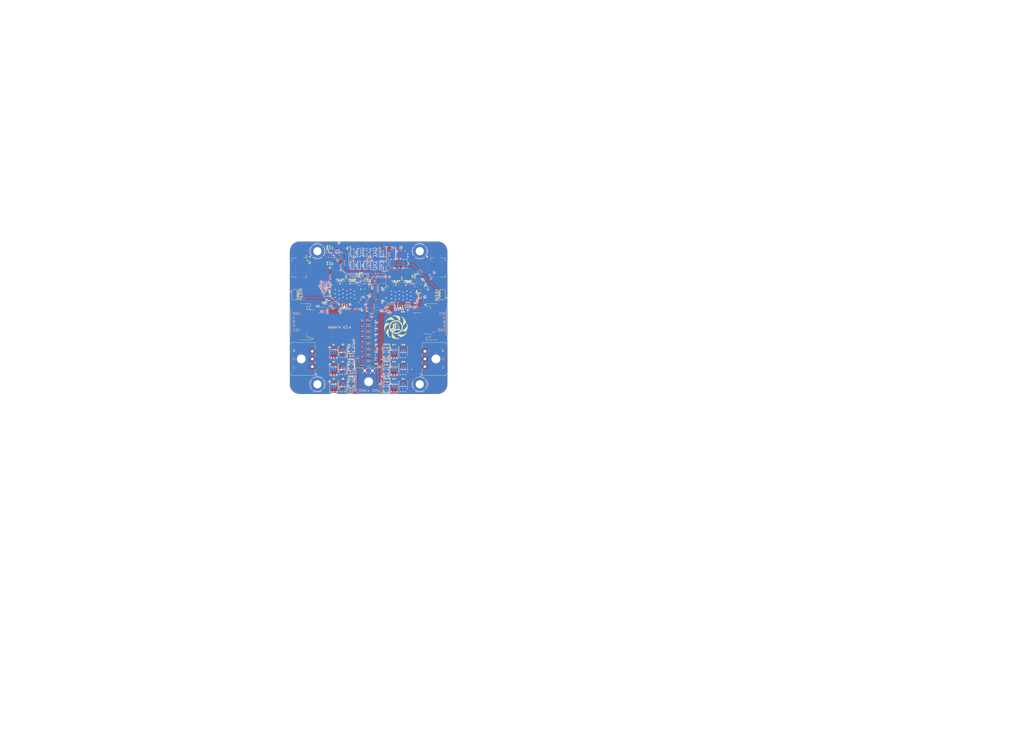
<source format=kicad_pcb>
(kicad_pcb (version 20211014) (generator pcbnew)
  (title_block (title "Asterix") (date "2022-03-01") (rev "2.4") (company "luhbots"))
  (layers (0 "F.Cu" signal) (1 "In1.Cu" power "Power") (2 "In2.Cu" power "GND") (31 "B.Cu" signal) (34 "B.Paste" user) (35 "F.Paste" user) (36 "B.SilkS" user "B.Silkscreen") (37 "F.SilkS" user "F.Silkscreen") (38 "B.Mask" user) (39 "F.Mask" user) (44 "Edge.Cuts" user))
  (net 0 "")
  (net 1 "GND")
  (net 2 "+5V")
  (net 3 "/VMOT_SENSE")
  (net 4 "+24V")
  (net 5 "+3V3")
  (net 6 "+12V")
  (net 7 "/ESC0_PowerStageU/CHARGE_P")
  (net 8 "/ESC0_PowerStageV/CHARGE_P")
  (net 9 "/ESC0_PowerStageW/CHARGE_P")
  (net 10 "/ESC0_ControlUnit/V_CORE_3")
  (net 11 "/ESC0_ControlUnit/V_CORE_2")
  (net 12 "/ESC0_ControlUnit/V_CORE_1")
  (net 13 "/ESC1_PowerStageU/CHARGE_P")
  (net 14 "/ESC1_PowerStageV/CHARGE_P")
  (net 15 "/ESC1_PowerStageW/CHARGE_P")
  (net 16 "/ESC1_ControlUnit/V_CORE_3")
  (net 17 "/ESC1_ControlUnit/V_CORE_2")
  (net 18 "/ESC1_ControlUnit/V_CORE_1")
  (net 19 "/NCS0")
  (net 20 "/NCS2")
  (net 21 "/MISO")
  (net 22 "/SCK")
  (net 23 "/MOSI")
  (net 24 "/NCS1")
  (net 25 "/NCS3")
  (net 26 "/ESC0_ControlUnit/ENC_N")
  (net 27 "/ESC0_ControlUnit/ENC_B")
  (net 28 "/ESC0_ControlUnit/ENC_A")
  (net 29 "/ESC1_ControlUnit/ENC_N")
  (net 30 "/ESC1_ControlUnit/ENC_B")
  (net 31 "/ESC1_ControlUnit/ENC_A")
  (net 32 "/ESC0_W_OUT")
  (net 33 "/ESC0_V_SHUNT_P")
  (net 34 "/ESC0_U_SHUNT_P")
  (net 35 "/ESC1_W_OUT")
  (net 36 "/ESC1_V_SHUNT_P")
  (net 37 "/ESC1_U_SHUNT_P")
  (net 38 "/ESC0_PowerStageU/GATE_L")
  (net 39 "/ESC0_PowerStageU/GATE_H")
  (net 40 "/ESC0_PowerStageV/GATE_L")
  (net 41 "/ESC0_PowerStageV/GATE_H")
  (net 42 "/ESC0_PowerStageW/GATE_L")
  (net 43 "/ESC0_PowerStageW/GATE_H")
  (net 44 "/ESC1_PowerStageU/GATE_L")
  (net 45 "/ESC1_PowerStageU/GATE_H")
  (net 46 "/ESC1_PowerStageV/GATE_L")
  (net 47 "/ESC1_PowerStageV/GATE_H")
  (net 48 "/ESC1_PowerStageW/GATE_L")
  (net 49 "/ESC1_PowerStageW/GATE_H")
  (net 50 "/ESC0_ControlUnit/U_REF")
  (net 51 "/ESC0_ControlUnit/V_REF")
  (net 52 "/ESC0_ControlUnit/U_SENSE")
  (net 53 "/ESC0_ControlUnit/V_SENSE")
  (net 54 "/ESC0_ControlUnit/ENI")
  (net 55 "/ESC0_ControlUnit/NRST")
  (net 56 "/ESC0_ControlUnit/REF_LHR")
  (net 57 "/ESC1_ControlUnit/U_REF")
  (net 58 "/ESC1_ControlUnit/V_REF")
  (net 59 "/ESC1_ControlUnit/U_SENSE")
  (net 60 "/ESC1_ControlUnit/V_SENSE")
  (net 61 "/ESC1_ControlUnit/ENI")
  (net 62 "/ESC1_ControlUnit/NRST")
  (net 63 "/ESC1_ControlUnit/REF_LHR")
  (net 66 "/ESC0_ControlUnit/PWM_U_H")
  (net 67 "/ESC0_ControlUnit/DBG_SCK")
  (net 68 "/ESC0_ControlUnit/DBG_NCS")
  (net 69 "/ESC0_ControlUnit/CLK_25MHZ")
  (net 70 "/ESC0_ControlUnit/DBG_TRG")
  (net 71 "/ESC0_ControlUnit/DBG_MISO")
  (net 72 "/ESC0_ControlUnit/DBG_MOSI")
  (net 73 "/ESC0_ControlUnit/PWM_U_L")
  (net 74 "/ESC0_ControlUnit/PWM_V_H")
  (net 75 "/ESC0_ControlUnit/PWM_V_L")
  (net 76 "/ESC0_ControlUnit/PWM_W_H")
  (net 77 "/ESC0_ControlUnit/PWM_W_L")
  (net 78 "/ESC1_ControlUnit/DBG_SCK")
  (net 79 "/ESC1_ControlUnit/DBG_NCS")
  (net 80 "/ESC1_ControlUnit/CLK_25MHZ")
  (net 81 "/ESC1_ControlUnit/DBG_TRG")
  (net 82 "/ESC1_ControlUnit/DBG_MISO")
  (net 83 "/ESC1_ControlUnit/DBG_MOSI")
  (net 84 "/ESC0_ENC_N_IN")
  (net 85 "/ESC0_ENC_B_IN")
  (net 86 "/ESC0_ENC_A_IN")
  (net 87 "/ESC1_ENC_N_IN")
  (net 88 "/ESC1_ENC_B_IN")
  (net 89 "/ESC1_ENC_A_IN")
  (net 90 "Net-(J4-Pad5)")
  (net 91 "Net-(J5-Pad5)")
  (net 92 "+12P")
  (net 93 "/ESC0_EN_OUT")
  (net 94 "/ESC1_EN_OUT")
  (net 102 "/ESC1_ControlUnit/PWM_U_H")
  (net 103 "/ESC1_ControlUnit/PWM_U_L")
  (net 104 "/ESC1_ControlUnit/PWM_V_H")
  (net 105 "/ESC1_ControlUnit/PWM_V_L")
  (net 106 "/ESC1_ControlUnit/PWM_W_H")
  (net 107 "/ESC1_ControlUnit/PWM_W_L")
  (net 115 "Net-(C12-Pad1)")
  (net 116 "Net-(C13-Pad1)")
  (net 117 "Net-(Q8-Pad1)")
  (net 118 "Net-(Q7-Pad1)")
  (footprint "Oscillator:Oscillator_SMD_ECS_2520MV-xxx-xx-4Pin_2.5x2.0mm" (layer "F.Cu") (at 171.3 119 -90)
    (fp_text reference "X2")
    (fp_text value "ECS-2520MV-250-xx")
  )
  (footprint "Trinamic:TMC4671" (layer "F.Cu") (at 163.8 122.2)
    (fp_text reference "U13")
    (fp_text value "TMC4671")
  )
  (footprint "Package_TO_SOT_SMD:SOT-223-3_TabPin2" (layer "F.Cu") (at 162.8 109.8 -90)
    (fp_text reference "U1")
    (fp_text value "TLV1117-33")
  )
  (footprint "Resistor_SMD:R_0402_1005Metric" (layer "F.Cu") (at 162.6 117.9 180)
    (fp_text reference "R48")
    (fp_text value "4k7")
  )
  (footprint "Resistor_SMD:R_0402_1005Metric" (layer "F.Cu") (at 173.4 119.7 90)
    (fp_text reference "R47")
    (fp_text value "4k7")
  )
  (footprint "Resistor_SMD:R_0402_1005Metric" (layer "F.Cu") (at 167.3 117.9 180)
    (fp_text reference "R46")
    (fp_text value "4k7")
  )
  (footprint "Resistor_SMD:R_0402_1005Metric" (layer "F.Cu") (at 140.8 117.4 180)
    (fp_text reference "R25")
    (fp_text value "4k7")
  )
  (footprint "Resistor_SMD:R_0402_1005Metric" (layer "F.Cu") (at 151.65 119.2 90)
    (fp_text reference "R24")
    (fp_text value "4k7")
  )
  (footprint "Resistor_SMD:R_0402_1005Metric" (layer "F.Cu") (at 145.5 117.4 180)
    (fp_text reference "R23")
    (fp_text value "4k7")
  )
  (footprint "Capacitor_SMD:C_0402_1005Metric" (layer "F.Cu") (at 164 117.4 -90)
    (fp_text reference "C43")
    (fp_text value "100nF/50V")
  )
  (footprint "Capacitor_SMD:C_0402_1005Metric" (layer "F.Cu") (at 162.4 126.5)
    (fp_text reference "C42")
    (fp_text value "100nF/50V")
  )
  (footprint "Capacitor_SMD:C_0402_1005Metric" (layer "F.Cu") (at 164.3 126.5)
    (fp_text reference "C41")
    (fp_text value "4u7F/16V")
  )
  (footprint "Capacitor_SMD:C_0402_1005Metric" (layer "F.Cu") (at 157.7 142.74 90)
    (fp_text reference "C35")
    (fp_text value "470nF/50V")
  )
  (footprint "Capacitor_SMD:C_0402_1005Metric" (layer "F.Cu") (at 158.7 142.74 90)
    (fp_text reference "C34")
    (fp_text value "470nF/50V")
  )
  (footprint "Capacitor_SMD:C_0402_1005Metric" (layer "F.Cu") (at 157.7 149.4 90)
    (fp_text reference "C33")
    (fp_text value "470nF/50V")
  )
  (footprint "Capacitor_SMD:C_0402_1005Metric" (layer "F.Cu") (at 158.7 149.4 90)
    (fp_text reference "C32")
    (fp_text value "470nF/50V")
  )
  (footprint "Capacitor_SMD:C_0402_1005Metric" (layer "F.Cu") (at 169.2 117.72 90)
    (fp_text reference "C40")
    (fp_text value "100nF/50V")
  )
  (footprint "Oscillator:Oscillator_SMD_ECS_2520MV-xxx-xx-4Pin_2.5x2.0mm" (layer "F.Cu") (at 149.5 118.55 -90)
    (fp_text reference "X1")
    (fp_text value "ECS-2520MV-250-xx")
  )
  (footprint "Connector_PinHeader_2.54mm:PinHeader_2x06_P2.54mm_Vertical_SMD" (layer "F.Cu") (at 151 108 -90)
    (fp_text reference "J2")
    (fp_text value "TOP_BUS")
  )
  (footprint "MountingHole:MountingHole_3.2mm_M3_DIN965_Pad" (layer "F.Cu") (at 131 157)
    (fp_text reference "H4")
    (fp_text value "MountingHole_Pad")
  )
  (footprint "MountingHole:MountingHole_3.2mm_M3_DIN965_Pad" (layer "F.Cu") (at 171 105)
    (fp_text reference "H3")
    (fp_text value "MountingHole_Pad")
  )
  (footprint "MountingHole:MountingHole_3.2mm_M3_DIN965_Pad" (layer "F.Cu") (at 131 105)
    (fp_text reference "H2")
    (fp_text value "MountingHole_Pad")
  )
  (footprint "MountingHole:MountingHole_3.2mm_M3_DIN965_Pad" (layer "F.Cu") (at 171 157)
    (fp_text reference "H1")
    (fp_text value "MountingHole_Pad")
  )
  (footprint "Capacitor_SMD:C_0402_1005Metric" (layer "F.Cu") (at 169.6 116.3)
    (fp_text reference "C53")
    (fp_text value "4u7F/16V")
  )
  (footprint "Capacitor_SMD:C_0402_1005Metric" (layer "F.Cu") (at 168.2 116.5 90)
    (fp_text reference "C52")
    (fp_text value "470nF/50V")
  )
  (footprint "Capacitor_SMD:C_0402_1005Metric" (layer "F.Cu") (at 172 117.1)
    (fp_text reference "C51")
    (fp_text value "100nF/50V")
  )
  (footprint "Capacitor_SMD:C_0402_1005Metric" (layer "F.Cu") (at 165.4 117.9)
    (fp_text reference "C50")
    (fp_text value "100nF/50V")
  )
  (footprint "Capacitor_SMD:C_0402_1005Metric" (layer "F.Cu") (at 157.5 119.7 -90)
    (fp_text reference "C49")
    (fp_text value "100nF/50V")
  )
  (footprint "Capacitor_SMD:C_0402_1005Metric" (layer "F.Cu") (at 160.7 117.9)
    (fp_text reference "C48")
    (fp_text value "100nF/50V")
  )
  (footprint "Capacitor_SMD:C_0402_1005Metric" (layer "F.Cu") (at 172 122.7 -90)
    (fp_text reference "C47")
    (fp_text value "100nF/50V")
  )
  (footprint "Capacitor_SMD:C_0402_1005Metric" (layer "F.Cu") (at 157.5 124.8 90)
    (fp_text reference "C46")
    (fp_text value "100nF/50V")
  )
  (footprint "Capacitor_SMD:C_0402_1005Metric" (layer "F.Cu") (at 158 126.2)
    (fp_text reference "C45")
    (fp_text value "100nF/50V")
  )
  (footprint "Capacitor_SMD:C_0402_1005Metric" (layer "F.Cu") (at 147.9 115.8)
    (fp_text reference "C29")
    (fp_text value "4u7F/16V")
  )
  (footprint "Capacitor_SMD:C_0402_1005Metric" (layer "F.Cu") (at 146.4 116 90)
    (fp_text reference "C28")
    (fp_text value "470nF/50V")
  )
  (footprint "Capacitor_SMD:C_0402_1005Metric" (layer "F.Cu") (at 138.9 117.4)
    (fp_text reference "C27")
    (fp_text value "100nF/50V")
  )
  (footprint "Capacitor_SMD:C_0402_1005Metric" (layer "F.Cu") (at 143.6 117.4)
    (fp_text reference "C26")
    (fp_text value "100nF/50V")
  )
  (footprint "Capacitor_SMD:C_0402_1005Metric" (layer "F.Cu") (at 147.4 117.2 -90)
    (fp_text reference "C25")
    (fp_text value "100nF/50V")
  )
  (footprint "Capacitor_SMD:C_0402_1005Metric" (layer "F.Cu") (at 150.2 122.2 -90)
    (fp_text reference "C24")
    (fp_text value "100nF/50V")
  )
  (footprint "Capacitor_SMD:C_0402_1005Metric" (layer "F.Cu") (at 144.3 159.4 -90)
    (fp_text reference "C11")
    (fp_text value "470nF/50V")
  )
  (footprint "Capacitor_SMD:C_0402_1005Metric" (layer "F.Cu") (at 143.3 159.4 -90)
    (fp_text reference "C10")
    (fp_text value "470nF/50V")
  )
  (footprint "Capacitor_SMD:C_0402_1005Metric" (layer "F.Cu") (at 144.3 152.7 -90)
    (fp_text reference "C9")
    (fp_text value "470nF/50V")
  )
  (footprint "Capacitor_SMD:C_0402_1005Metric" (layer "F.Cu") (at 143.3 152.7 -90)
    (fp_text reference "C8")
    (fp_text value "470nF/50V")
  )
  (footprint "Capacitor_SMD:C_0402_1005Metric" (layer "F.Cu") (at 136.2 125.7)
    (fp_text reference "C21")
    (fp_text value "100nF/50V")
  )
  (footprint "Capacitor_SMD:C_0402_1005Metric" (layer "F.Cu") (at 148.8 122.1 180)
    (fp_text reference "C20")
    (fp_text value "100nF/50V")
  )
  (footprint "Capacitor_SMD:C_0402_1005Metric" (layer "F.Cu") (at 142.2 116.9 -90)
    (fp_text reference "C19")
    (fp_text value "100nF/50V")
  )
  (footprint "Capacitor_SMD:C_0402_1005Metric" (layer "F.Cu") (at 140.6 126)
    (fp_text reference "C18")
    (fp_text value "100nF/50V")
  )
  (footprint "Capacitor_SMD:C_0402_1005Metric" (layer "F.Cu") (at 142.5 126)
    (fp_text reference "C17")
    (fp_text value "4u7F/16V")
  )
  (footprint "Capacitor_SMD:C_0402_1005Metric" (layer "F.Cu") (at 150.2 116.65 180)
    (fp_text reference "C16")
    (fp_text value "100nF/50V")
  )
  (footprint "Capacitor_SMD:C_0402_1005Metric" (layer "F.Cu") (at 160.1 104.9 180)
    (fp_text reference "C1")
    (fp_text value "100nF/50V")
  )
  (footprint "Capacitor_SMD:C_0402_1005Metric" (layer "F.Cu") (at 163.8 104.9)
    (fp_text reference "C5")
    (fp_text value "100nF/50V")
  )
  (footprint "Capacitor_SMD:C_0402_1005Metric" (layer "F.Cu") (at 170.6 122.6 180)
    (fp_text reference "C44")
    (fp_text value "100nF/50V")
  )
  (footprint "Connector_Molex:Molex_Micro-Fit_3.0_43650-0300_1x03_P3.00mm_Horizontal" (layer "F.Cu") (at 173 144.1 -90)
    (fp_text reference "J7")
    (fp_text value "ESC1_OUT")
  )
  (footprint "Trinamic:TMC4671" (layer "F.Cu") (at 142 121.7)
    (fp_text reference "U7")
    (fp_text value "TMC4671")
  )
  (footprint "Capacitor_SMD:C_0402_1005Metric" (layer "F.Cu") (at 135.7 124.3 90)
    (fp_text reference "C23")
    (fp_text value "100nF/50V")
  )
  (footprint "Capacitor_SMD:C_0402_1005Metric" (layer "F.Cu") (at 135.7 119.2 -90)
    (fp_text reference "C22")
    (fp_text value "100nF/50V")
  )
  (footprint "Capacitor_SMD:C_0402_1005Metric" (layer "F.Cu") (at 154.9 128.1 90)
    (fp_text reference "C2")
    (fp_text value "100nF/50V")
  )
  (footprint "Resistor_SMD:R_0402_1005Metric" (layer "F.Cu") (at 153.9 128.1 90)
    (fp_text reference "R2")
    (fp_text value "1k5")
  )
  (footprint "Connector_Molex:Molex_Micro-Fit_3.0_43650-0200_1x02_P3.00mm_Horizontal" (layer "F.Cu") (at 152.5 151.68 180)
    (fp_text reference "J1")
    (fp_text value "Power In")
  )
  (footprint "motordrivers2020:logo 3200dpi" (layer "F.Cu") (at 161.7 134.7)
    (fp_text reference "G***" hide)
    (fp_text value "LOGO" hide)
  )
  (footprint "Package_SO:Vishay_PowerPAK_1212-8_Single" (layer "F.Cu") (at 141 150.7 90)
    (fp_text reference "Q4")
    (fp_text value "SiSA72DN")
  )
  (footprint "Package_SO:Vishay_PowerPAK_1212-8_Single" (layer "F.Cu") (at 161 150.7 -90)
    (fp_text reference "Q15")
    (fp_text value "SiSA72DN")
  )
  (footprint "Package_SO:Vishay_PowerPAK_1212-8_Single" (layer "F.Cu") (at 164.6 150.7 90)
    (fp_text reference "Q16")
    (fp_text value "SiSA72DN")
  )
  (footprint "Package_SO:Vishay_PowerPAK_1212-8_Single" (layer "F.Cu") (at 164.6 144.04 90)
    (fp_text reference "Q18")
    (fp_text value "SiSA72DN")
  )
  (footprint "Package_SO:Vishay_PowerPAK_1212-8_Single" (layer "F.Cu") (at 137.4 150.7 -90)
    (fp_text reference "Q3")
    (fp_text value "SiSA72DN")
  )
  (footprint "Package_SO:Vishay_PowerPAK_1212-8_Single" (layer "F.Cu") (at 137.4 144 -90)
    (fp_text reference "Q1")
    (fp_text value "SiSA72DN")
  )
  (footprint "Package_SO:Vishay_PowerPAK_1212-8_Single" (layer "F.Cu") (at 141 144 90)
    (fp_text reference "Q2")
    (fp_text value "SiSA72DN")
  )
  (footprint "motordrivers2020:TDFN-10_2.5mmx2.5mm" (layer "F.Cu") (at 144.2 150.1)
    (fp_text reference "U3")
    (fp_text value "MIC4604YMT")
  )
  (footprint "motordrivers2020:TDFN-10_2.5mmx2.5mm" (layer "F.Cu") (at 144.2 156.8)
    (fp_text reference "U4")
    (fp_text value "MIC4604YMT")
  )
  (footprint "motordrivers2020:TDFN-10_2.5mmx2.5mm" (layer "F.Cu") (at 157.8 152 180)
    (fp_text reference "U9")
    (fp_text value "MIC4604YMT")
  )
  (footprint "motordrivers2020:TDFN-10_2.5mmx2.5mm" (layer "F.Cu") (at 157.8 145.34 180)
    (fp_text reference "U10")
    (fp_text value "MIC4604YMT")
  )
  (footprint "Capacitor_SMD:C_0402_1005Metric" (layer "F.Cu") (at 143.3 146 -90)
    (fp_text reference "C6")
    (fp_text value "470nF/50V")
  )
  (footprint "Capacitor_SMD:C_0402_1005Metric" (layer "F.Cu") (at 144.3 146 -90)
    (fp_text reference "C7")
    (fp_text value "470nF/50V")
  )
  (footprint "Package_SO:Vishay_PowerPAK_1212-8_Single" (layer "F.Cu") (at 137.4 157.4 -90)
    (fp_text reference "Q5")
    (fp_text value "SiSA72DN")
  )
  (footprint "Package_SO:Vishay_PowerPAK_1212-8_Single" (layer "F.Cu") (at 141 157.4 90)
    (fp_text reference "Q6")
    (fp_text value "SiSA72DN")
  )
  (footprint "Package_SO:Vishay_PowerPAK_1212-8_Single" (layer "F.Cu") (at 161 144.04 -90)
    (fp_text reference "Q17")
    (fp_text value "SiSA72DN")
  )
  (footprint "Connector_Molex:Molex_Micro-Fit_3.0_43650-0300_1x03_P3.00mm_Horizontal" (layer "F.Cu") (at 129 150.1 90)
    (fp_text reference "J6")
    (fp_text value "ESC0_OUT")
  )
  (footprint "motordrivers2020:TDFN-10_2.5mmx2.5mm" (layer "F.Cu") (at 144.2 143.4)
    (fp_text reference "U2")
    (fp_text value "MIC4604YMT")
  )
  (footprint "motordrivers2020:DF20F-10DP-1V56" (layer "F.Cu") (at 178.1 111.4 90)
    (fp_text reference "J8")
    (fp_text value "Conn_02x05_Odd_Even_MountingPin")
  )
  (footprint "motordrivers2020:DF20F-10DP-1V56" (layer "F.Cu") (at 123.9 111.4 -90)
    (fp_text reference "J9")
    (fp_text value "Conn_02x05_Odd_Even_MountingPin")
  )
  (footprint "motordrivers2020:TDFN-10_2.5mmx2.5mm" (layer "F.Cu") (at 157.8 158.7 180)
    (fp_text reference "U8")
    (fp_text value "MIC4604YMT")
  )
  (footprint "Capacitor_SMD:C_0402_1005Metric" (layer "F.Cu") (at 157.7 156.1 90)
    (fp_text reference "C31")
    (fp_text value "470nF/50V")
  )
  (footprint "Package_SO:Vishay_PowerPAK_1212-8_Single" (layer "F.Cu") (at 164.6 157.4 90)
    (fp_text reference "Q14")
    (fp_text value "SiSA72DN")
  )
  (footprint "Package_SO:Vishay_PowerPAK_1212-8_Single" (layer "F.Cu") (at 161 157.4 -90)
    (fp_text reference "Q13")
    (fp_text value "SiSA72DN")
  )
  (footprint "Capacitor_SMD:C_0402_1005Metric" (layer "F.Cu") (at 158.7 156.1 90)
    (fp_text reference "C30")
    (fp_text value "470nF/50V")
  )
  (footprint "Resistor_SMD:R_0402_1005Metric" (layer "F.Cu") (at 149.3 128.1 90)
    (fp_text reference "R1")
    (fp_text value "100k")
  )
  (footprint "Jumper:SolderJumper-3_P1.3mm_Bridged12_RoundedPad1.0x1.5mm" (layer "F.Cu") (at 122 122 -90)
    (fp_text reference "JP1")
    (fp_text value "SolderJumper_3_Bridged12")
  )
  (footprint "Jumper:SolderJumper-3_P1.3mm_Bridged12_RoundedPad1.0x1.5mm" (layer "F.Cu") (at 180 122 90)
    (fp_text reference "JP2")
    (fp_text value "SolderJumper_3_Bridged12")
  )
  (footprint "Package_TO_SOT_SMD:SOT-23" (layer "F.Cu") (at 151.6 127.3 -90)
    (fp_text reference "D1")
    (fp_text value "BAS40-04")
  )
  (footprint "Capacitor_SMD:C_1206_3216Metric" (layer "F.Cu") (at 151 139.8)
    (fp_text reference "C3")
    (fp_text value "10uF/50V")
  )
  (footprint "Capacitor_SMD:C_1206_3216Metric" (layer "F.Cu") (at 151 146.7)
    (fp_text reference "C4")
    (fp_text value "10uF/50V")
  )
  (footprint "Capacitor_SMD:C_0402_1005Metric" (layer "F.Cu") (at 133.6 126.2 180)
    (fp_text reference "C58")
    (fp_text value "100nF/50V")
  )
  (footprint "Capacitor_SMD:C_0402_1005Metric" (layer "F.Cu") (at 166.3 128.7 180)
    (fp_text reference "C59")
    (fp_text value "100nF/50V")
  )
  (footprint "Capacitor_SMD:C_1206_3216Metric" (layer "F.Cu") (at 151 149)
    (fp_text reference "C60")
    (fp_text value "10uF/50V")
  )
  (footprint "Capacitor_SMD:C_1206_3216Metric" (layer "F.Cu") (at 151 142.1)
    (fp_text reference "C61")
    (fp_text value "10uF/50V")
  )
  (footprint "Capacitor_SMD:C_1206_3216Metric" (layer "F.Cu") (at 151 144.4)
    (fp_text reference "C62")
    (fp_text value "10uF/50V")
  )
  (footprint "Connector_JST:JST_PH_S5B-PH-SM4-TB_1x05-1MP_P2.00mm_Horizontal" (layer "F.Cu") (at 125.1 132.6 -90)
    (fp_text reference "J4")
    (fp_text value "ESC0_ENC")
  )
  (footprint "Connector_JST:JST_PH_S5B-PH-SM4-TB_1x05-1MP_P2.00mm_Horizontal" (layer "F.Cu") (at 176.9 132.6 90)
    (fp_text reference "J5")
    (fp_text value "ESC1_ENC")
  )
  (footprint "Package_SO:VSSOP-8_2.3x2mm_P0.5mm" (layer "F.Cu") (at 169.5 128 180)
    (fp_text reference "U14")
    (fp_text value "74LVC3G17")
  )
  (footprint "Package_SO:VSSOP-8_2.3x2mm_P0.5mm" (layer "F.Cu") (at 132.5 128)
    (fp_text reference "U15")
    (fp_text value "74LVC3G17")
  )
  (footprint "Capacitor_SMD:C_1206_3216Metric" (layer "F.Cu") (at 151 137.5)
    (fp_text reference "C63")
    (fp_text value "10uF/50V")
  )
  (footprint "Capacitor_SMD:C_1206_3216Metric" (layer "F.Cu") (at 151 135.2)
    (fp_text reference "C64")
    (fp_text value "10uF/50V")
  )
  (footprint "Capacitor_SMD:C_1206_3216Metric" (layer "F.Cu") (at 151 132.9)
    (fp_text reference "C65")
    (fp_text value "10uF/50V")
  )
  (footprint "Package_TO_SOT_SMD:SOT-363_SC-70-6" (layer "F.Cu") (at 139 107)
    (fp_text reference "Q7")
    (fp_text value "SSM6N44FU,LF")
  )
  (footprint "Package_TO_SOT_SMD:SOT-23" (layer "F.Cu") (at 139.4 103.8 180)
    (fp_text reference "Q8")
    (fp_text value "PJA3433-AU")
  )
  (footprint "Resistor_SMD:R_0402_1005Metric" (layer "F.Cu") (at 134.9 107.5 90)
    (fp_text reference "R49")
    (fp_text value "1k")
  )
  (footprint "Resistor_SMD:R_0402_1005Metric" (layer "F.Cu") (at 134.9 105.6 -90)
    (fp_text reference "R50")
    (fp_text value "1k")
  )
  (footprint "Resistor_SMD:R_0402_1005Metric" (layer "F.Cu") (at 141.8 103.8 -90)
    (fp_text reference "R51")
    (fp_text value "22k")
  )
  (footprint "Resistor_SMD:R_0402_1005Metric" (layer "F.Cu") (at 136.9 107.5 -90)
    (fp_text reference "R3")
    (fp_text value "100k")
  )
  (footprint "Capacitor_SMD:C_0402_1005Metric" (layer "F.Cu") (at 135.9 105.6 90)
    (fp_text reference "C13")
    (fp_text value "2u2F/6V3")
  )
  (footprint "Capacitor_SMD:C_0402_1005Metric" (layer "F.Cu") (at 135.9 107.5 -90)
    (fp_text reference "C12")
    (fp_text value "2u2F/6V3")
  )
  (footprint "Resistor_SMD:R_0402_1005Metric" (layer "F.Cu") (at 136.9 105.6 90)
    (fp_text reference "R4")
    (fp_text value "100k")
  )
  (footprint "Connector_PinSocket_2.54mm:PinSocket_2x06_P2.54mm_Vertical_SMD" (layer "B.Cu") (at 151 108 90)
    (fp_text reference "J3")
    (fp_text value "BOTTOM_BUS")
  )
  (gr_rect (start 143.7 117.7) (end 157.7 113.7) (layer "B.SilkS") (width 0.12) (fill none))
  (gr_line (start 157.4 103.6) (end 157.4 103.6) (layer "F.SilkS") (width 0.12))
  (gr_line (start 130.3 127.2) (end 130.3 127.2) (layer "F.SilkS") (width 0.12))
  (gr_line (start 171.7 128.8) (end 171.7 128.8) (layer "F.SilkS") (width 0.12))
  (gr_line (start 172.8 117.7) (end 172.8 117.7) (layer "F.SilkS") (width 0.12))
  (gr_line (start 151 117.3) (end 151 117.3) (layer "F.SilkS") (width 0.12))
  (gr_line (start 162.4 141.9) (end 162.4 141.9) (layer "F.SilkS") (width 0.12))
  (gr_line (start 139.6 146.1) (end 139.6 146.1) (layer "F.SilkS") (width 0.12))
  (gr_line (start 139.6 159.5) (end 139.6 159.5) (layer "F.SilkS") (width 0.12))
  (gr_line (start 162.4 148.6) (end 162.4 148.6) (layer "F.SilkS") (width 0.12))
  (gr_line (start 163.2 152.8) (end 163.2 152.8) (layer "F.SilkS") (width 0.12))
  (gr_line (start 162.4 155.3) (end 162.4 155.3) (layer "F.SilkS") (width 0.12))
  (gr_line (start 138.4 141.7) (end 138.4 141.7) (layer "F.SilkS") (width 0.12))
  (gr_line (start 163.2 146.2) (end 163.2 146.2) (layer "F.SilkS") (width 0.12))
  (gr_line (start 138.8 148.6) (end 138.8 148.6) (layer "F.SilkS") (width 0.12))
  (gr_line (start 138.8 155.3) (end 138.8 155.3) (layer "F.SilkS") (width 0.12))
  (gr_line (start 163.2 159.5) (end 163.2 159.5) (layer "F.SilkS") (width 0.12))
  (gr_line (start 139.6 152.8) (end 139.6 152.8) (layer "F.SilkS") (width 0.12))
  (gr_line (start 182 105) (end 182 157) (layer "Edge.Cuts") (width 0.05))
  (gr_arc (start 182 157) (mid 180.828427 159.828427) (end 178 161) (layer "Edge.Cuts") (width 0.05))
  (gr_line (start 120 157) (end 120 105) (layer "Edge.Cuts") (width 0.05))
  (gr_arc (start 120 105) (mid 121.171573 102.171573) (end 124 101) (layer "Edge.Cuts") (width 0.05))
  (gr_arc (start 124 161) (mid 121.171573 159.828427) (end 120 157) (layer "Edge.Cuts") (width 0.05))
  (gr_arc (start 178 101) (mid 180.828427 102.171573) (end 182 105) (layer "Edge.Cuts") (width 0.05))
  (gr_line (start 124 101) (end 178 101) (layer "Edge.Cuts") (width 0.05))
  (gr_line (start 178 161) (end 124 161) (layer "Edge.Cuts") (width 0.05))
  (gr_text "W\n\nV\n\nU" (at 180.7 147.1) (layer "B.SilkS") (effects (font (size 1 1)) (justify left mirror)))
  (gr_text "W\n\nV\n\nU" (at 121.2 147.1) (layer "B.SilkS") (effects (font (size 1 1)) (justify right mirror)))
  (gr_text "VCC\nN\nB\nA\nGND" (at 181.2 132.6) (layer "B.SilkS") (effects (font (size 1 1)) (justify left mirror)))
  (gr_text "GND +VMOT" (at 151 159.5) (layer "B.SilkS") (effects (font (size 1 1)) (justify mirror)))
  (gr_text "GND\nA\nB\nN\nVCC" (at 121.2 132.6) (layer "B.SilkS") (effects (font (size 1 1)) (justify right mirror)))
  (gr_text "Design: M. Känner\nJ. Pöthig" (at 150.7 115.7) (layer "B.SilkS") (effects (font (size 1 1)) (justify mirror)))
  (gr_text "5V" (at 177.6 120.7 90) (layer "F.SilkS") (effects (font (size 1 1))))
  (gr_text "${TITLE} V${REVISION}" (at 139.7 134.7) (layer "F.SilkS") (effects (font (size 1 1))))
  (gr_text "5V" (at 124.4 123.3 270) (layer "F.SilkS") (effects (font (size 1 1))))
  (gr_text "3V3" (at 124.4 120.7 270) (layer "F.SilkS") (effects (font (size 1 1))))
  (gr_text "3V3" (at 177.6 123.3 90) (layer "F.SilkS") (effects (font (size 1 1))))
  (segment (start 157.8 160.4) (end 157.9 160.5) (width 0.25) (layer "F.Cu") (net 1))
  (segment (start 157.8 159.9) (end 157.8 160.4) (width 0.25) (layer "F.Cu") (net 1))
  (segment (start 159.18 155.62) (end 159.4 155.4) (width 0.25) (layer "F.Cu") (net 1))
  (segment (start 158.7 155.62) (end 159.18 155.62) (width 0.25) (layer "F.Cu") (net 1))
  (segment (start 137.12 135.98) (end 137.1 136) (width 0.25) (layer "F.Cu") (net 1))
  (segment (start 167.58 116.02) (end 167.5 116.1) (width 0.25) (layer "F.Cu") (net 1))
  (segment (start 135.9 105.12) (end 135.9 104.4) (width 0.25) (layer "F.Cu") (net 1))
  (segment (start 164.28 104.9) (end 164.28 104.22) (width 0.25) (layer "F.Cu") (net 1))
  (segment (start 144.2 141.7) (end 144.1 141.6) (width 0.25) (layer "F.Cu") (net 1))
  (segment (start 142.72 153.18) (end 142.6 153.3) (width 0.25) (layer "F.Cu") (net 1))
  (segment (start 157.8 147.04) (end 157.9 147.14) (width 0.25) (layer "F.Cu") (net 1))
  (segment (start 144.2 148.9) (end 144.2 148.4) (width 0.25) (layer "F.Cu") (net 1))
  (segment (start 141.58 116.47) (end 141.55 116.5) (width 0.25) (layer "F.Cu") (net 1))
  (segment (start 170.375 117.525) (end 170.5 117.4) (width 0.25) (layer "F.Cu") (net 1))
  (segment (start 171.05 127.25) (end 171.85 127.25) (width 0.25) (layer "F.Cu") (net 1))
  (segment (start 164.78 127.12) (end 164.7 127.2) (width 0.25) (layer "F.Cu") (net 1))
  (segment (start 148.08 116.72) (end 148.1 116.7) (width 0.25) (layer "F.Cu") (net 1))
  (segment (start 171.08 122.119992) (end 171.299992 121.9) (width 0.25) (layer "F.Cu") (net 1))
  (segment (start 121.1 113.4) (end 122.3 113.4) (width 0.25) (layer "F.Cu") (net 1))
  (segment (start 142.98 126.62) (end 142.9 126.7) (width 0.25) (layer "F.Cu") (net 1))
  (segment (start 130.95 128.75) (end 130.95 129.35) (width 0.25) (layer "F.Cu") (net 1))
  (segment (start 159.62 104.22) (end 159.6 104.2) (width 0.25) (layer "F.Cu") (net 1))
  (segment (start 154.9 127.62) (end 154.9 126.9) (width 0.25) (layer "F.Cu") (net 1))
  (segment (start 135.72 125.7) (end 135.1 125.7) (width 0.25) (layer "F.Cu") (net 1))
  (segment (start 170.375 118.275) (end 170.375 117.525) (width 0.25) (layer "F.Cu") (net 1))
  (segment (start 163.38 116.92) (end 163.3 117) (width 0.25) (layer "F.Cu") (net 1))
  (segment (start 144.2 155.1) (end 144.1 155) (width 0.25) (layer "F.Cu") (net 1))
  (segment (start 150.87 121.72) (end 150.9 121.75) (width 0.25) (layer "F.Cu") (net 1))
  (segment (start 135.72 125.7) (end 135.72 124.8) (width 0.25) (layer "F.Cu") (net 1))
  (segment (start 127.95 128.6) (end 127.95 127.549996) (width 1) (layer "F.Cu") (net 1))
  (segment (start 138.42 116.78) (end 138.5 116.7) (width 0.25) (layer "F.Cu") (net 1))
  (segment (start 174.05 136.6) (end 176.4 136.6) (width 1) (layer "F.Cu") (net 1))
  (segment (start 135.7 118.72) (end 135.08 118.72) (width 0.25) (layer "F.Cu") (net 1))
  (segment (start 164 116.92) (end 163.38 116.92) (width 0.25) (layer "F.Cu") (net 1))
  (segment (start 164.78 126.5) (end 164.78 127.12) (width 0.25) (layer "F.Cu") (net 1))
  (segment (start 170.08 116.3) (end 170.5 116.3) (width 0.25) (layer "F.Cu") (net 1))
  (segment (start 157.52 126.2) (end 156.9 126.2) (width 0.25) (layer "F.Cu") (net 1))
  (segment (start 146.4 115.52) (end 145.72 115.52) (width 0.25) (layer "F.Cu") (net 1))
  (segment (start 135.02 124.78) (end 135 124.8) (width 0.25) (layer "F.Cu") (net 1))
  (segment (start 165.82 128.7) (end 165.1 128.7) (width 0.25) (layer "F.Cu") (net 1))
  (segment (start 157.5 125.28) (end 156.88 125.28) (width 0.25) (layer "F.Cu") (net 1))
  (segment (start 159.62 104.9) (end 159.62 104.22) (width 0.25) (layer "F.Cu") (net 1))
  (segment (start 153.9 127.59) (end 154.87 127.59) (width 0.25) (layer "F.Cu") (net 1))
  (segment (start 152.55 126.3) (end 153.4 126.3) (width 0.25) (layer "F.Cu") (net 1))
  (segment (start 157.5 119.22) (end 156.88 119.22) (width 0.25) (layer "F.Cu") (net 1))
  (segment (start 135.7 124.78) (end 135.02 124.78) (width 0.25) (layer "F.Cu") (net 1))
  (segment (start 180.9 110.4) (end 179.7 110.4) (width 0.25) (layer "F.Cu") (net 1))
  (segment (start 161.92 127.12) (end 162 127.2) (width 0.25) (layer "F.Cu") (net 1))
  (segment (start 148.575 117.075002) (end 148.7 116.950002) (width 0.25) (layer "F.Cu") (net 1))
  (segment (start 140.12 126.62) (end 140.2 126.7) (width 0.25) (layer "F.Cu") (net 1))
  (segment (start 171.08 122.6) (end 171.62 122.6) (width 0.25) (layer "F.Cu") (net 1))
  (segment (start 142.72 146.48) (end 142.6 146.6) (width 0.25) (layer "F.Cu") (net 1))
  (segment (start 171.52 117.1) (end 171.52 116.42) (width 0.25) (layer "F.Cu") (net 1))
  (segment (start 136.9 108.01) (end 136.9 108.7) (width 0.25) (layer "F.Cu") (net 1))
  (segment (start 143.3 153.18) (end 142.72 153.18) (width 0.25) (layer "F.Cu") (net 1))
  (segment (start 140.12 126) (end 140.12 126.62) (width 0.25) (layer "F.Cu") (net 1))
  (segment (start 142.72 159.88) (end 142.6 160) (width 0.25) (layer "F.Cu") (net 1))
  (segment (start 150.2 121.72) (end 150.87 121.72) (width 0.25) (layer "F.Cu") (net 1))
  (segment (start 144.2 155.6) (end 144.2 155.1) (width 0.25) (layer "F.Cu") (net 1))
  (segment (start 148.38 115.8) (end 149.05 115.8) (width 0.25) (layer "F.Cu") (net 1))
  (segment (start 159.18 148.92) (end 159.4 148.7) (width 0.25) (layer "F.Cu") (net 1))
  (segment (start 149.25 116.65) (end 149.1 116.5) (width 0.25) (layer "F.Cu") (net 1))
  (segment (start 133.12 126.2) (end 133.12 125.52) (width 0.25) (layer "F.Cu") (net 1))
  (segment (start 135.9 107.98) (end 135.9 108.7) (width 0.25) (layer "F.Cu") (net 1))
  (segment (start 158.7 142.26) (end 158.96 142) (width 0.25) (layer "F.Cu") (net 1))
  (segment (start 121.1 111.4) (end 122.3 111.4) (width 0.25) (layer "F.Cu") (net 1))
  (segment (start 143.3 146.48) (end 142.72 146.48) (width 0.25) (layer "F.Cu") (net 1))
  (segment (start 172 122.22) (end 172.62 122.22) (width 0.25) (layer "F.Cu") (net 1))
  (segment (start 143.17 117.4) (end 143.17 116.73) (width 0.25) (layer "F.Cu") (net 1))
  (segment (start 158.96 142) (end 159.4 142) (width 0.25) (layer "F.Cu") (net 1))
  (segment (start 164.92 117.28) (end 165 117.2) (width 0.25) (layer "F.Cu") (net 1))
  (segment (start 171.08 122.6) (end 171.08 122.119992) (width 0.25) (layer "F.Cu") (net 1))
  (segment (start 136.9 105.09) (end 136.9 104.4) (width 0.25) (layer "F.Cu") (net 1))
  (segment (start 148.575 117.825) (end 148.575 117.075002) (width 0.25) (layer "F.Cu") (net 1))
  (segment (start 172.62 122.22) (end 172.7 122.3) (width 0.25) (layer "F.Cu") (net 1))
  (segment (start 142.98 126) (end 142.98 126.62) (width 0.25) (layer "F.Cu") (net 1))
  (segment (start 171.52 116.42) (end 171.5 116.4) (width 0.25) (layer "F.Cu") (net 1))
  (segment (start 145.72 115.52) (end 145.7 115.5) (width 0.25) (layer "F.Cu") (net 1))
  (segment (start 138.42 117.4) (end 138.42 116.78) (width 0.25) (layer "F.Cu") (net 1))
  (segment (start 164.28 104.22) (end 164.3 104.2) (width 0.25) (layer "F.Cu") (net 1))
  (segment (start 171.85 127.25) (end 171.9 127.2) (width 0.25) (layer "F.Cu") (net 1))
  (segment (start 121.1 112.4) (end 122.3 112.4) (width 0.25) (layer "F.Cu") (net 1))
  (segment (start 156.88 119.22) (end 156.8 119.3) (width 0.25) (layer "F.Cu") (net 1))
  (segment (start 144.2 148.4) (end 144.1 148.3) (width 0.25) (layer "F.Cu") (net 1))
  (segment (start 160.22 117.9) (end 160.22 117.28) (width 0.25) (layer "F.Cu") (net 1))
  (segment (start 180.9 111.4) (end 179.7 111.4) (width 0.25) (layer "F.Cu") (net 1))
  (segment (start 149.72 116.65) (end 149.25 116.65) (width 0.25) (layer "F.Cu") (net 1))
  (segment (start 147.4 116.72) (end 148.08 116.72) (width 0.25) (layer "F.Cu") (net 1))
  (segment (start 180.9 109.4) (end 179.7 109.4) (width 0.25) (layer "F.Cu") (net 1))
  (segment (start 160.22 117.28) (end 160.3 117.2) (width 0.25) (layer "F.Cu") (net 1))
  (segment (start 169.2 117.24) (end 169.86 117.24) (width 0.25) (layer "F.Cu") (net 1))
  (segment (start 161.92 126.5) (end 161.92 127.12) (width 0.25) (layer "F.Cu") (net 1))
  (segment (start 143.17 116.73) (end 143.2 116.7) (width 0.25) (layer "F.Cu") (net 1))
  (segment (start 149.28 122.1) (end 149.28 121.47) (width 0.25) (layer "F.Cu") (net 1))
  (segment (start 133.12 125.52) (end 133.1 125.5) (width 0.25) (layer "F.Cu") (net 1))
  (segment (start 169.86 117.24) (end 169.9 117.2) (width 0.25) (layer "F.Cu") (net 1))
  (segment (start 156.88 125.28) (end 156.8 125.2) (width 0.25) (layer "F.Cu") (net 1))
  (segment (start 143.3 159.88) (end 142.72 159.88) (width 0.25) (layer "F.Cu") (net 1))
  (segment (start 153.9 127.59) (end 153.9 126.9) (width 0.25) (layer "F.Cu") (net 1))
  (segment (start 135.08 118.72) (end 135 118.8) (width 0.25) (layer "F.Cu") (net 1))
  (segment (start 168.2 116.02) (end 167.58 116.02) (width 0.25) (layer "F.Cu") (net 1))
  (segment (start 127.95 127.549996) (end 127.9 127.499996) (width 1) (layer "F.Cu") (net 1))
  (segment (start 144.2 142.2) (end 144.2 141.7) (width 0.25) (layer "F.Cu") (net 1))
  (segment (start 158.7 148.92) (end 159.18 148.92) (width 0.25) (layer "F.Cu") (net 1))
  (segment (start 170.5 116.3) (end 170.8 116.6) (width 0.25) (layer "F.Cu") (net 1))
  (segment (start 171.62 122.6) (end 172 122.22) (width 0.25) (layer "F.Cu") (net 1))
  (segment (start 157.8 146.54) (end 157.8 147.04) (width 0.25) (layer "F.Cu") (net 1))
  (segment (start 164.92 117.9) (end 164.92 117.28) (width 0.25) (layer "F.Cu") (net 1))
  (segment (start 157.8 153.2) (end 157.8 153.7) (width 0.25) (layer "F.Cu") (net 1))
  (segment (start 142.25 116.47) (end 141.58 116.47) (width 0.25) (layer "F.Cu") (net 1))
  (segment (start 157.52 126.2) (end 157.52 125.3) (width 0.25) (layer "F.Cu") (net 1))
  (segment (start 130.95 129.35) (end 130.9 129.4) (width 0.25) (layer "F.Cu") (net 1))
  (segment (start 156.9 126.2) (end 156.8 126.1) (width 0.25) (layer "F.Cu") (net 1))
  (segment (start 149.28 121.47) (end 149.3 121.45) (width 0.25) (layer "F.Cu") (net 1))
  (segment (start 157.8 153.7) (end 157.9 153.8) (width 0.25) (layer "F.Cu") (net 1))
  (via (at 139.8 146.5) (size 0.8) (drill 0.4) (layers "F.Cu" "B.Cu") (net 1))
  (via (at 141.8 146.5) (size 0.8) (drill 0.4) (layers "F.Cu" "B.Cu") (net 1))
  (via (at 140.8 146.5) (size 0.8) (drill 0.4) (layers "F.Cu" "B.Cu") (net 1))
  (via (at 140.8 159.9) (size 0.8) (drill 0.4) (layers "F.Cu" "B.Cu") (net 1))
  (via (at 141.8 159.9) (size 0.8) (drill 0.4) (layers "F.Cu" "B.Cu") (net 1))
  (via (at 139.8 159.9) (size 0.8) (drill 0.4) (layers "F.Cu" "B.Cu") (net 1))
  (via (at 141.8 153.2) (size 0.8) (drill 0.4) (layers "F.Cu" "B.Cu") (net 1))
  (via (at 140.8 153.2) (size 0.8) (drill 0.4) (layers "F.Cu" "B.Cu") (net 1))
  (via (at 139.8 153.2) (size 0.8) (drill 0.4) (layers "F.Cu" "B.Cu") (net 1))
  (via (at 148.6 105.7) (size 0.8) (drill 0.4) (layers "F.Cu" "B.Cu") (net 1))
  (via (at 148.6 106.7) (size 0.8) (drill 0.4) (layers "F.Cu" "B.Cu") (net 1))
  (via (at 148.6 104.7) (size 0.8) (drill 0.4) (layers "F.Cu" "B.Cu") (net 1))
  (via (at 148.6 103.7) (size 0.8) (drill 0.4) (layers "F.Cu" "B.Cu") (net 1))
  (via (at 165.4 146.54) (size 0.8) (drill 0.4) (layers "F.Cu" "B.Cu") (net 1))
  (via (at 164.4 146.54) (size 0.8) (drill 0.4) (layers "F.Cu" "B.Cu") (net 1))
  (via (at 163.4 146.54) (size 0.8) (drill 0.4) (layers "F.Cu" "B.Cu") (net 1))
  (via (at 163.4 153.2) (size 0.8) (drill 0.4) (layers "F.Cu" "B.Cu") (net 1))
  (via (at 165.4 153.2) (size 0.8) (drill 0.4) (layers "F.Cu" "B.Cu") (net 1))
  (via (at 164.4 153.2) (size 0.8) (drill 0.4) (layers "F.Cu" "B.Cu") (net 1))
  (via (at 163.4 159.9) (size 0.8) (drill 0.4) (layers "F.Cu" "B.Cu") (net 1))
  (via (at 157.9 160.5) (size 0.5) (drill 0.2) (layers "F.Cu" "B.Cu") (net 1))
  (via (at 164.4 159.9) (size 0.8) (drill 0.4) (layers "F.Cu" "B.Cu") (net 1))
  (via (at 165.4 159.9) (size 0.8) (drill 0.4) (layers "F.Cu" "B.Cu") (net 1))
  (via (at 159.4 155.4) (size 0.5) (drill 0.2) (layers "F.Cu" "B.Cu") (net 1))
  (via (at 144.6 130.8) (size 0.5) (drill 0.2) (layers "F.Cu" "B.Cu") (net 1))
  (via (at 137.1 136) (size 0.5) (drill 0.2) (layers "F.Cu" "B.Cu") (net 1))
  (via (at 153.7 134.1) (size 0.8) (drill 0.4) (layers "F.Cu" "B.Cu") (net 1))
  (via (at 153.7 140.1) (size 0.8) (drill 0.4) (layers "F.Cu" "B.Cu") (net 1))
  (via (at 153.7 142.1) (size 0.8) (drill 0.4) (layers "F.Cu" "B.Cu") (net 1))
  (via (at 128 131.6) (size 0.5) (drill 0.2) (layers "F.Cu" "B.Cu") (net 1))
  (via (at 167.5 122.5) (size 0.8) (drill 0.4) (layers "F.Cu" "B.Cu") (net 1))
  (via (at 157.9 147.14) (size 0.5) (drill 0.2) (layers "F.Cu" "B.Cu") (net 1))
  (via (at 160 120.5) (size 0.8) (drill 0.4) (layers "F.Cu" "B.Cu") (net 1))
  (via (at 136.9 138.3) (size 0.5) (drill 0.2) (layers "F.Cu" "B.Cu") (net 1))
  (via (at 179.7 111.4) (size 0.5) (drill 0.2) (layers "F.Cu" "B.Cu") (net 1))
  (via (at 139.5 123.5) (size 0.8) (drill 0.4) (layers "F.Cu" "B.Cu") (net 1))
  (via (at 156.8 125.2) (size 0.5) (drill 0.2) (layers "F.Cu" "B.Cu") (net 1))
  (via (at 155.7 155.4) (size 0.5) (drill 0.2) (layers "F.Cu" "B.Cu") (net 1))
  (via (at 140.2 126.7) (size 0.5) (drill 0.2) (layers "F.Cu" "B.Cu") (net 1))
  (via (at 128.2 112.9) (size 0.5) (drill 0.2) (layers "F.Cu" "B.Cu") (net 1))
  (via (at 145.5 123.5) (size 0.8) (drill 0.4) (layers "F.Cu" "B.Cu") (net 1))
  (via (at 167.5 116.1) (size 0.5) (drill 0.2) (layers "F.Cu" "B.Cu") (net 1))
  (via (at 157.9 153.8) (size 0.5) (drill 0.2) (layers "F.Cu" "B.Cu") (net 1))
  (via (at 149.3 121.45) (size 0.5) (drill 0.2) (layers "F.Cu" "B.Cu") (net 1))
  (via (at 160 123.5) (size 0.8) (drill 0.4) (layers "F.Cu" "B.Cu") (net 1))
  (via (at 161.5 121) (size 0.8) (drill 0.4) (layers "F.Cu" "B.Cu") (net 1))
  (via (at 138.5 116.7) (size 0.5) (drill 0.2) (layers "F.Cu" "B.Cu") (net 1))
  (via (at 153.6 104.7) (size 0.8) (drill 0.4) (layers "F.Cu" "B.Cu") (net 1))
  (via (at 141 120) (size 0.8) (drill 0.4) (layers "F.Cu" "B.Cu") (net 1))
  (via (at 166.4 106.1) (size 0.8) (drill 0.4) (layers "F.Cu" "B.Cu") (net 1))
  (via (at 171.299992 121.9) (size 0.5) (drill 0.2) (layers "F.Cu" "B.Cu") (net 1))
  (via (at 145.5 122) (size 0.8) (drill 0.4) (layers "F.Cu" "B.Cu") (net 1))
  (via (at 144 120) (size 0.8) (drill 0.4) (layers "F.Cu" "B.Cu") (net 1))
  (via (at 127.9 127.499996) (size 0.8) (drill 0.4) (layers "F.Cu" "B.Cu") (net 1))
  (via (at 160.1 112.4) (size 0.5) (drill 0.2) (layers "F.Cu" "B.Cu") (net 1))
  (via (at 142.5 122) (size 0.8) (drill 0.4) (layers "F.Cu" "B.Cu") (net 1))
  (via (at 153.5 110.3) (size 0.8) (drill 0.4) (layers "F.Cu" "B.Cu") (net 1))
  (via (at 169.477225 130.722775) (size 0.5) (drill 0.2) (layers "F.Cu" "B.Cu") (net 1))
  (via (at 149.2 126.7) (size 0.5) (drill 0.2) (layers "F.Cu" "B.Cu") (net 1))
  (via (at 136.9 104.4) (size 0.5) (drill 0.2) (layers "F.Cu" "B.Cu") (net 1))
  (via (at 139.5 120.5) (size 0.8) (drill 0.4) (layers "F.Cu" "B.Cu") (net 1))
  (via (at 166 122) (size 0.8) (drill 0.4) (layers "F.Cu" "B.Cu") (net 1))
  (via (at 150.9 121.75) (size 0.5) (drill 0.2) (layers "F.Cu" "B.Cu") (net 1))
  (via (at 179.7 109.4) (size 0.5) (drill 0.2) (layers "F.Cu" "B.Cu") (net 1))
  (via (at 157.8 158.7) (size 0.5) (drill 0.2) (layers "F.Cu" "B.Cu") (net 1))
  (via (at 144.2 150.1) (size 0.5) (drill 0.2) (layers "F.Cu" "B.Cu") (net 1))
  (via (at 134.2 129.4) (size 0.5) (drill 0.2) (layers "F.Cu" "B.Cu") (net 1))
  (via (at 153.7 132.1) (size 0.8) (drill 0.4) (layers "F.Cu" "B.Cu") (net 1))
  (via (at 172.7 122.3) (size 0.5) (drill 0.2) (layers "F.Cu" "B.Cu") (net 1))
  (via (at 153.7 136.1) (size 0.8) (drill 0.4) (layers "F.Cu" "B.Cu") (net 1))
  (via (at 135 118.8) (size 0.5) (drill 0.2) (layers "F.Cu" "B.Cu") (net 1))
  (via (at 143.7 105.5) (size 0.5) (drill 0.2) (layers "F.Cu" "B.Cu") (net 1))
  (via (at 144 121.5) (size 0.8) (drill 0.4) (layers "F.Cu" "B.Cu") (net 1))
  (via (at 135 124.8) (size 0.5) (drill 0.2) (layers "F.Cu" "B.Cu") (net 1))
  (via (at 167.8 151.2) (size 0.8) (drill 0.4) (layers "F.Cu" "B.Cu") (net 1))
  (via (at 164.5 124) (size 0.8) (drill 0.4) (layers "F.Cu" "B.Cu") (net 1))
  (via (at 162 127.2) (size 0.5) (drill 0.2) (layers "F.Cu" "B.Cu") (net 1))
  (via (at 173.9 111.9) (size 0.5) (drill 0.2) (layers "F.Cu" "B.Cu") (net 1))
  (via (at 166.4 107.2) (size 0.8) (drill 0.4) (layers "F.Cu" "B.Cu") (net 1))
  (via (at 171.5 116.4) (size 0.5) (drill 0.2) (layers "F.Cu" "B.Cu") (net 1))
  (via (at 164.5 121) (size 0.8) (drill 0.4) (layers "F.Cu" "B.Cu") (net 1))
  (via (at 144.1 141.6) (size 0.5) (drill 0.2) (layers "F.Cu" "B.Cu") (net 1))
  (via (at 164.3 104.2) (size 0.5) (drill 0.2) (layers "F.Cu" "B.Cu") (net 1))
  (via (at 169 129.1) (size 0.5) (drill 0.2) (layers "F.Cu" "B.Cu") (net 1))
  (via (at 133.1 125.5) (size 0.5) (drill 0.2) (layers "F.Cu" "B.Cu") (net 1))
  (via (at 135.1 125.7) (size 0.5) (drill 0.2) (layers "F.Cu" "B.Cu") (net 1))
  (via (at 128 111.9) (size 0.5) (drill 0.2) (layers "F.Cu" "B.Cu") (net 1))
  (via (at 145.5 120.5) (size 0.8) (drill 0.4) (layers "F.Cu" "B.Cu") (net 1))
  (via (at 169.9 117.2) (size 0.5) (drill 0.2) (layers "F.Cu" "B.Cu") (net 1))
  (via (at 174 110.9) (size 0.5) (drill 0.2) (layers "F.Cu" "B.Cu") (net 1))
  (via (at 144.1 155) (size 0.5) (drill 0.2) (layers "F.Cu" "B.Cu") (net 1))
  (via (at 138 121.5) (size 0.8) (drill 0.4) (layers "F.Cu" "B.Cu") (net 1))
  (via (at 156.8 126.1) (size 0.5) (drill 0.2) (layers "F.Cu" "B.Cu") (net 1))
  (via (at 144.1 128.8) (size 0.5) (drill 0.2) (layers "F.Cu" "B.Cu") (net 1))
  (via (at 130.9 129.4) (size 0.5) (drill 0.2) (layers "F.Cu" "B.Cu") (net 1))
  (via (at 164.5 122.5) (size 0.8) (drill 0.4) (layers "F.Cu" "B.Cu") (net 1))
  (via (at 166 123.5) (size 0.8) (drill 0.4) (layers "F.Cu" "B.Cu") (net 1))
  (via (at 144.1 148.3) (size 0.5) (drill 0.2) (layers "F.Cu" "B.Cu") (net 1))
  (via (at 151.3 105.5) (size 0.5) (drill 0.2) (layers "F.Cu" "B.Cu") (net 1))
  (via (at 141 121.5) (size 0.8) (drill 0.4) (layers "F.Cu" "B.Cu") (net 1))
  (via (at 142.6 160) (size 0.5) (drill 0.2) (layers "F.Cu" "B.Cu") (net 1))
  (via (at 141 123) (size 0.8) (drill 0.4) (layers "F.Cu" "B.Cu") (net 1))
  (via (at 145.7 115.5) (size 0.5) (drill 0.2) (layers "F.Cu" "B.Cu") (net 1))
  (via (at 161.5 124) (size 0.8) (drill 0.4) (layers "F.Cu" "B.Cu") (net 1))
  (via (at 164.6 108.2) (size 0.8) (drill 0.4) (layers "F.Cu" "B.Cu") (net 1))
  (via (at 138 120) (size 0.8) (drill 0.4) (layers "F.Cu" "B.Cu") (net 1))
  (via (at 153.5 109.3) (size 0.8) (drill 0.4) (layers "F.Cu" "B.Cu") (net 1))
  (via (at 154.9 126.9) (size 0.5) (drill 0.2) (layers "F.Cu" "B.Cu") (net 1))
  (via (at 153.7 138.1) (size 0.8) (drill 0.4) (layers "F.Cu" "B.Cu") (net 1))
  (via (at 167.5 124) (size 0.8) (drill 0.4) (layers "F.Cu" "B.Cu") (net 1))
  (via (at 153.6 105.7) (size 0.8) (drill 0.4) (layers "F.Cu" "B.Cu") (net 1))
  (via (at 153.9 126.9) (size 0.5) (drill 0.2) (layers "F.Cu" "B.Cu") (net 1))
  (via (at 153.5 111.3) (size 0.8) (drill 0.4) (layers "F.Cu" "B.Cu") (net 1))
  (via (at 142.6 146.6) (size 0.5) (drill 0.2) (layers "F.Cu" "B.Cu") (net 1))
  (via (at 153.6 106.7) (size 0.8) (drill 0.4) (layers "F.Cu" "B.Cu") (net 1))
  (via (at 143.2 116.7) (size 0.5) (drill 0.2) (layers "F.Cu" "B.Cu") (net 1))
  (via (at 142.9 126.7) (size 0.5) (drill 0.2) (layers "F.Cu" "B.Cu") (net 1))
  (via (at 157.8 145.3) (size 0.5) (drill 0.2) (layers "F.Cu" "B.Cu") (net 1))
  (via (at 148.1 129.9) (size 0.5) (drill 0.2) (layers "F.Cu" "B.Cu") (net 1))
  (via (at 163.3 117) (size 0.5) (drill 0.2) (layers "F.Cu" "B.Cu") (net 1))
  (via (at 142.6 153.3) (size 0.5) (drill 0.2) (layers "F.Cu" "B.Cu") (net 1))
  (via (at 159.4 148.7) (size 0.5) (drill 0.2) (layers "F.Cu" "B.Cu") (net 1))
  (via (at 160 122) (size 0.8) (drill 0.4) (layers "F.Cu" "B.Cu") (net 1))
  (via (at 159.4 142) (size 0.5) (drill 0.2) (layers "F.Cu" "B.Cu") (net 1))
  (via (at 170.5 117.4) (size 0.5) (drill 0.2) (layers "F.Cu" "B.Cu") (net 1))
  (via (at 174.1 131.6) (size 0.5) (drill 0.2) (layers "F.Cu" "B.Cu") (net 1))
  (via (at 135.9 108.7) (size 0.5) (drill 0.2) (layers "F.Cu" "B.Cu") (net 1))
  (via (at 165.6 108.2) (size 0.8) (drill 0.4) (layers "F.Cu" "B.Cu") (net 1))
  (via (at 135.9 104.4) (size 0.5) (drill 0.2) (layers "F.Cu" "B.Cu") (net 1))
  (via (at 148.7 116.950002) (size 0.5) (drill 0.2) (layers "F.Cu" "B.Cu") (net 1))
  (via (at 165 117.2) (size 0.5) (drill 0.2) (layers "F.Cu" "B.Cu") (net 1))
  (via (at 157.8 152) (size 0.5) (drill 0.2) (layers "F.Cu" "B.Cu") (net 1))
  (via (at 159.6 104.2) (size 0.5) (drill 0.2) (layers "F.Cu" "B.Cu") (net 1))
  (via (at 179.7 110.4) (size 0.5) (drill 0.2) (layers "F.Cu" "B.Cu") (net 1))
  (via (at 139.5 122) (size 0.8) (drill 0.4) (layers "F.Cu" "B.Cu") (net 1))
  (via (at 144.2 156.8) (size 0.5) (drill 0.2) (layers "F.Cu" "B.Cu") (net 1))
  (via (at 163 122) (size 0.8) (drill 0.4) (layers "F.Cu" "B.Cu") (net 1))
  (via (at 165.2 105) (size 0.8) (drill 0.4) (layers "F.Cu" "B.Cu") (net 1))
  (via (at 148.1 116.7) (size 0.5) (drill 0.2) (layers "F.Cu" "B.Cu") (net 1))
  (via (at 165.1 128.7) (size 0.5) (drill 0.2) (layers "F.Cu" "B.Cu") (net 1))
  (via (at 149.05 115.8) (size 0.5) (drill 0.2) (layers "F.Cu" "B.Cu") (net 1))
  (via (at 142.5 120.5) (size 0.8) (drill 0.4) (layers "F.Cu" "B.Cu") (net 1))
  (via (at 138 123) (size 0.8) (drill 0.4) (layers "F.Cu" "B.Cu") (net 1))
  (via (at 167.5 121) (size 0.8) (drill 0.4) (layers "F.Cu" "B.Cu") (net 1))
  (via (at 160.3 117.2) (size 0.5) (drill 0.2) (layers "F.Cu" "B.Cu") (net 1))
  (via (at 171.9 127.2) (size 0.5) (drill 0.2) (layers "F.Cu" "B.Cu") (net 1))
  (via (at 144 123) (size 0.8) (drill 0.4) (layers "F.Cu" "B.Cu") (net 1))
  (via (at 161.5 122.5) (size 0.8) (drill 0.4) (layers "F.Cu" "B.Cu") (net 1))
  (via (at 122.3 113.4) (size 0.5) (drill 0.2) (layers "F.Cu" "B.Cu") (net 1))
  (via (at 122.3 112.4) (size 0.5) (drill 0.2) (layers "F.Cu" "B.Cu") (net 1))
  (via (at 153.4 126.3) (size 0.5) (drill 0.2) (layers "F.Cu" "B.Cu") (net 1))
  (via (at 141.55 116.5) (size 0.5) (drill 0.2) (layers "F.Cu" "B.Cu") (net 1))
  (via (at 163 123.5) (size 0.8) (drill 0.4) (layers "F.Cu" "B.Cu") (net 1))
  (via (at 153.5 112.3) (size 0.8) (drill 0.4) (layers "F.Cu" "B.Cu") (net 1))
  (via (at 149.1 116.5) (size 0.5) (drill 0.2) (layers "F.Cu" "B.Cu") (net 1))
  (via (at 142.5 123.5) (size 0.8) (drill 0.4) (layers "F.Cu" "B.Cu") (net 1))
  (via (at 153.7 145.5) (size 0.8) (drill 0.4) (layers "F.Cu" "B.Cu") (net 1))
  (via (at 153.7 147.5) (size 0.8) (drill 0.4) (layers "F.Cu" "B.Cu") (net 1))
  (via (at 137.4 130.8) (size 0.5) (drill 0.2) (layers "F.Cu" "B.Cu") (net 1))
  (via (at 139.5 127.4) (size 0.5) (drill 0.2) (layers "F.Cu" "B.Cu") (net 1))
  (via (at 156.8 119.3) (size 0.5) (drill 0.2) (layers "F.Cu" "B.Cu") (net 1))
  (via (at 163 120.5) (size 0.8) (drill 0.4) (layers "F.Cu" "B.Cu") (net 1))
  (via (at 166 120.5) (size 0.8) (drill 0.4) (layers "F.Cu" "B.Cu") (net 1))
  (via (at 149.5 123.8) (size 0.5) (drill 0.2) (layers "F.Cu" "B.Cu") (net 1))
  (via (at 176.4 136.6) (size 0.8) (drill 0.4) (layers "F.Cu" "B.Cu") (net 1))
  (via (at 153.6 103.7) (size 0.8) (drill 0.4) (layers "F.Cu" "B.Cu") (net 1))
  (via (at 164.7 127.2) (size 0.5) (drill 0.2) (layers "F.Cu" "B.Cu") (net 1))
  (via (at 122.3 111.4) (size 0.5) (drill 0.2) (layers "F.Cu" "B.Cu") (net 1))
  (via (at 136.9 108.7) (size 0.5) (drill 0.2) (layers "F.Cu" "B.Cu") (net 1))
  (via (at 170.8 116.6) (size 0.5) (drill 0.2) (layers "F.Cu" "B.Cu") (net 1))
  (via (at 144.2 143.4) (size 0.5) (drill 0.2) (layers "F.Cu" "B.Cu") (net 1))
  (segment (start 144.65 105.48) (end 143.72 105.48) (width 0.25) (layer "B.Cu") (net 1))
  (segment (start 143.72 105.48) (end 143.7 105.5) (width 0.25) (layer "B.Cu") (net 1))
  (segment (start 152.27 105.48) (end 151.32 105.48) (width 0.25) (layer "B.Cu") (net 1))
  (segment (start 151.32 105.48) (end 151.3 105.5) (width 0.25) (layer "B.Cu") (net 1))
  (segment (start 163.82 127.12) (end 163.9 127.2) (width 0.25) (layer "F.Cu") (net 2))
  (segment (start 122 123.3) (end 123.4 123.3) (width 1) (layer "F.Cu") (net 2))
  (segment (start 141.08 126) (end 141.08 126.68) (width 0.25) (layer "F.Cu") (net 2))
  (segment (start 141.08 126) (end 142.02 126) (width 0.25) (layer "F.Cu") (net 2))
  (segment (start 142.02 126) (end 142.02 126.68) (width 0.25) (layer "F.Cu") (net 2))
  (segment (start 162.4 125.375) (end 162.4 126.02) (width 0.15) (layer "F.Cu") (net 2))
  (segment (start 162.4 126.02) (end 162.88 126.5) (width 0.15) (layer "F.Cu") (net 2))
  (segment (start 142.02 126.68) (end 142 126.7) (width 0.25) (layer "F.Cu") (net 2))
  (segment (start 141.08 126.68) (end 141.1 126.7) (width 0.25) (layer "F.Cu") (net 2))
  (segment (start 162.88 126.5) (end 162.88 127.12) (width 0.25) (layer "F.Cu") (net 2))
  (segment (start 163.82 126.5) (end 163.82 127.12) (width 0.25) (layer "F.Cu") (net 2))
  (segment (start 162.88 126.5) (end 163.82 126.5) (width 0.25) (layer "F.Cu") (net 2))
  (segment (start 180 120.7) (end 178.6 120.7) (width 1) (layer "F.Cu") (net 2))
  (segment (start 140.6 125.52) (end 141.08 126) (width 0.15) (layer "F.Cu") (net 2))
  (segment (start 162.88 127.12) (end 162.8 127.2) (width 0.25) (layer "F.Cu") (net 2))
  (segment (start 140.6 124.875) (end 140.6 125.52) (width 0.15) (layer "F.Cu") (net 2))
  (via (at 160.6 104) (size 0.8) (drill 0.4) (layers "F.Cu" "B.Cu") (net 2))
  (via (at 159.2 105.8) (size 0.8) (drill 0.4) (layers "F.Cu" "B.Cu") (net 2))
  (via (at 159.2 106.8) (size 0.8) (drill 0.4) (layers "F.Cu" "B.Cu") (net 2))
  (via (at 160 108.2) (size 0.8) (drill 0.4) (layers "F.Cu" "B.Cu") (net 2))
  (via (at 161 108.2) (size 0.8) (drill 0.4) (layers "F.Cu" "B.Cu") (net 2))
  (via (at 162.8 127.2) (size 0.5) (drill 0.2) (layers "F.Cu" "B.Cu") (net 2))
  (via (at 142 126.7) (size 0.5) (drill 0.2) (layers "F.Cu" "B.Cu") (net 2))
  (via (at 156.1 109.3) (size 0.8) (drill 0.4) (layers "F.Cu" "B.Cu") (net 2))
  (via (at 156.1 111.3) (size 0.8) (drill 0.4) (layers "F.Cu" "B.Cu") (net 2))
  (via (at 141.1 126.7) (size 0.5) (drill 0.2) (layers "F.Cu" "B.Cu") (net 2))
  (via (at 156.1 110.3) (size 0.8) (drill 0.4) (layers "F.Cu" "B.Cu") (net 2))
  (via (at 123.4 123.3) (size 0.8) (drill 0.4) (layers "F.Cu" "B.Cu") (net 2))
  (via (at 178.6 120.7) (size 0.8) (drill 0.4) (layers "F.Cu" "B.Cu") (net 2))
  (via (at 152.2 129.5) (size 0.8) (drill 0.4) (layers "F.Cu" "B.Cu") (net 2))
  (via (at 163.9 127.2) (size 0.5) (drill 0.2) (layers "F.Cu" "B.Cu") (net 2))
  (via (at 137.1 127.1) (size 0.8) (drill 0.4) (layers "F.Cu" "B.Cu") (net 2))
  (via (at 156.1 112.3) (size 0.8) (drill 0.4) (layers "F.Cu" "B.Cu") (net 2))
  (via (at 152.2 130.5) (size 0.8) (drill 0.4) (layers "F.Cu" "B.Cu") (net 2))
  (segment (start 152.2 130.5) (end 152.2 129.5) (width 1) (layer "B.Cu") (net 2))
  (segment (start 152.2 129.5) (end 152.2 124.8) (width 1) (layer "B.Cu") (net 2))
  (segment (start 135.632002 123.2) (end 137.1 124.667998) (width 1) (layer "B.Cu") (net 2))
  (segment (start 123.4 123.3) (end 123.5 123.2) (width 1) (layer "B.Cu") (net 2))
  (segment (start 156.1 112.3) (end 154 114.4) (width 1) (layer "B.Cu") (net 2))
  (segment (start 168.2 110.3) (end 156.1 110.3) (width 1) (layer "B.Cu") (net 2))
  (segment (start 154 123) (end 154 114.4) (width 1) (layer "B.Cu") (net 2))
  (segment (start 156.1 109.3) (end 156.1 112.3) (width 1) (layer "B.Cu") (net 2))
  (segment (start 178.6 120.7) (end 168.2 110.3) (width 1) (layer "B.Cu") (net 2))
  (segment (start 137.1 124.667998) (end 137.1 127.1) (width 1) (layer "B.Cu") (net 2))
  (segment (start 152.2 124.8) (end 154 123) (width 1) (layer "B.Cu") (net 2))
  (segment (start 123.5 123.2) (end 135.632002 123.2) (width 1) (layer "B.Cu") (net 2))
  (segment (start 158.38 128.58) (end 158.7 128.9) (width 0.15) (layer "F.Cu") (net 3))
  (segment (start 161.2 127.1) (end 161.2 125.375) (width 0.15) (layer "F.Cu") (net 3))
  (segment (start 153.9 128.61) (end 151.91 128.61) (width 0.25) (layer "F.Cu") (net 3))
  (segment (start 139.4 126.603002) (end 140.196998 127.4) (width 0.15) (layer "F.Cu") (net 3))
  (segment (start 161.3 127.2) (end 161.2 127.1) (width 0.15) (layer "F.Cu") (net 3))
  (segment (start 154.9 128.58) (end 153.93 128.58) (width 0.25) (layer "F.Cu") (net 3))
  (segment (start 149.3 127.59) (end 148.01 127.59) (width 0.15) (layer "F.Cu") (net 3))
  (segment (start 149.3 127.59) (end 150.89 127.59) (width 0.25) (layer "F.Cu") (net 3))
  (segment (start 154.9 128.58) (end 158.38 128.58) (width 0.15) (layer "F.Cu") (net 3))
  (segment (start 140.196998 127.4) (end 141.5 127.4) (width 0.15) (layer "F.Cu") (net 3))
  (segment (start 150.89 127.59) (end 151.6 128.3) (width 0.25) (layer "F.Cu") (net 3))
  (segment (start 148.01 127.59) (end 148 127.6) (width 0.15) (layer "F.Cu") (net 3))
  (segment (start 151.91 128.61) (end 151.6 128.3) (width 0.25) (layer "F.Cu") (net 3))
  (segment (start 139.4 124.875) (end 139.4 126.603002) (width 0.15) (layer "F.Cu") (net 3))
  (via (at 141.5 127.4) (size 0.5) (drill 0.2) (layers "F.Cu" "B.Cu") (net 3))
  (via (at 158.7 128.9) (size 0.5) (drill 0.2) (layers "F.Cu" "B.Cu") (net 3))
  (via (at 148 127.6) (size 0.5) (drill 0.2) (layers "F.Cu" "B.Cu") (net 3))
  (via (at 161.3 127.2) (size 0.5) (drill 0.2) (layers "F.Cu" "B.Cu") (net 3))
  (segment (start 148 127.6) (end 141.7 127.6) (width 0.15) (layer "B.Cu") (net 3))
  (segment (start 141.7 127.6) (end 141.5 127.4) (width 0.15) (layer "B.Cu") (net 3))
  (segment (start 161.3 127.2) (end 160.4 127.2) (width 0.15) (layer "B.Cu") (net 3))
  (segment (start 160.4 127.2) (end 158.7 128.9) (width 0.15) (layer "B.Cu") (net 3))
  (segment (start 149.3 128.61) (end 149.3 132.675) (width 0.5) (layer "F.Cu") (net 4))
  (via (at 137.4 146.5) (size 0.8) (drill 0.4) (layers "F.Cu" "B.Cu") (net 4))
  (via (at 136.4 146.5) (size 0.8) (drill 0.4) (layers "F.Cu" "B.Cu") (net 4))
  (via (at 137.4 159.9) (size 0.8) (drill 0.4) (layers "F.Cu" "B.Cu") (net 4))
  (via (at 136.4 159.9) (size 0.8) (drill 0.4) (layers "F.Cu" "B.Cu") (net 4))
  (via (at 138.4 159.9) (size 0.8) (drill 0.4) (layers "F.Cu" "B.Cu") (net 4))
  (via (at 137.4 151.5) (size 0.5) (drill 0.2) (layers "F.Cu" "B.Cu") (net 4))
  (via (at 136.7 150.8) (size 0.5) (drill 0.2) (layers "F.Cu" "B.Cu") (net 4))
  (via (at 138.1 150.8) (size 0.5) (drill 0.2) (layers "F.Cu" "B.Cu") (net 4))
  (via (at 136.7 144.1) (size 0.5) (drill 0.2) (layers "F.Cu" "B.Cu") (net 4))
  (via (at 137.4 144.8) (size 0.5) (drill 0.2) (layers "F.Cu" "B.Cu") (net 4))
  (via (at 138.1 144.1) (size 0.5) (drill 0.2) (layers "F.Cu" "B.Cu") (net 4))
  (via (at 138.4 153.2) (size 0.8) (drill 0.4) (layers "F.Cu" "B.Cu") (net 4))
  (via (at 137.4 153.2) (size 0.8) (drill 0.4) (layers "F.Cu" "B.Cu") (net 4))
  (via (at 136.4 153.2) (size 0.8) (drill 0.4) (layers "F.Cu" "B.Cu") (net 4))
  (via (at 162 146.54) (size 0.8) (drill 0.4) (layers "F.Cu" "B.Cu") (net 4))
  (via (at 161 144.84) (size 0.5) (drill 0.2) (layers "F.Cu" "B.Cu") (net 4))
  (via (at 160.3 144.14) (size 0.5) (drill 0.2) (layers "F.Cu" "B.Cu") (net 4))
  (via (at 161 146.54) (size 0.8) (drill 0.4) (layers "F.Cu" "B.Cu") (net 4))
  (via (at 160 146.54) (size 0.8) (drill 0.4) (layers "F.Cu" "B.Cu") (net 4))
  (via (at 161.7 144.14) (size 0.5) (drill 0.2) (layers "F.Cu" "B.Cu") (net 4))
  (via (at 162 153.2) (size 0.8) (drill 0.4) (layers "F.Cu" "B.Cu") (net 4))
  (via (at 161 153.2) (size 0.8) (drill 0.4) (layers "F.Cu" "B.Cu") (net 4))
  (via (at 161.7 150.8) (size 0.5) (drill 0.2) (layers "F.Cu" "B.Cu") (net 4))
  (via (at 160.3 150.8) (size 0.5) (drill 0.2) (layers "F.Cu" "B.Cu") (net 4))
  (via (at 160 153.2) (size 0.8) (drill 0.4) (layers "F.Cu" "B.Cu") (net 4))
  (via (at 161 151.5) (size 0.5) (drill 0.2) (layers "F.Cu" "B.Cu") (net 4))
  (via (at 160.3 157.5) (size 0.5) (drill 0.2) (layers "F.Cu" "B.Cu") (net 4))
  (via (at 161 158.2) (size 0.5) (drill 0.2) (layers "F.Cu" "B.Cu") (net 4))
  (via (at 161.7 157.5) (size 0.5) (drill 0.2) (layers "F.Cu" "B.Cu") (net 4))
  (via (at 161 159.9) (size 0.8) (drill 0.4) (layers "F.Cu" "B.Cu") (net 4))
  (via (at 162 159.9) (size 0.8) (drill 0.4) (layers "F.Cu" "B.Cu") (net 4))
  (via (at 160 159.9) (size 0.8) (drill 0.4) (layers "F.Cu" "B.Cu") (net 4))
  (via (at 138.1 157.5) (size 0.5) (drill 0.2) (layers "F.Cu" "B.Cu") (net 4))
  (via (at 148.3 149.5) (size 0.8) (drill 0.4) (layers "F.Cu" "B.Cu") (net 4))
  (via (at 138.4 146.5) (size 0.8) (drill 0.4) (layers "F.Cu" "B.Cu") (net 4))
  (via (at 148.3 146.3) (size 0.8) (drill 0.4) (layers "F.Cu" "B.Cu") (net 4))
  (via (at 148.3 132.3) (size 0.8) (drill 0.4) (layers "F.Cu" "B.Cu") (net 4))
  (via (at 148.3 142.3) (size 0.8) (drill 0.4) (layers "F.Cu" "B.Cu") (net 4))
  (via (at 137.4 158.2) (size 0.5) (drill 0.2) (layers "F.Cu" "B.Cu") (net 4))
  (via (at 148.3 144.3) (size 0.8) (drill 0.4) (layers "F.Cu" "B.Cu") (net 4))
  (via (at 148.3 136.3) (size 0.8) (drill 0.4) (layers "F.Cu" "B.Cu") (net 4))
  (via (at 148.3 138.3) (size 0.8) (drill 0.4) (layers "F.Cu" "B.Cu") (net 4))
  (via (at 136.7 157.5) (size 0.5) (drill 0.2) (layers "F.Cu" "B.Cu") (net 4))
  (via (at 148.3 134.3) (size 0.8) (drill 0.4) (layers "F.Cu" "B.Cu") (net 4))
  (via (at 148.3 140.3) (size 0.8) (drill 0.4) (layers "F.Cu" "B.Cu") (net 4))
  (segment (start 135.08 119.68) (end 135 119.6) (width 0.25) (layer "F.Cu") (net 5))
  (segment (start 167.52 116.98) (end 167.5 117) (width 0.25) (layer "F.Cu") (net 5))
  (segment (start 150.425 119.275) (end 150.425 117.825) (width 0.25) (layer "F.Cu") (net 5))
  (segment (start 169.2 118.2) (end 169 118.2) (width 0.25) (layer "F.Cu") (net 5))
  (segment (start 162.8 106.65) (end 162.8 104.9) (width 0.5) (layer "F.Cu") (net 5))
  (segment (start 140.29 116.79) (end 140.2 116.7) (width 0.25) (layer "F.Cu") (net 5))
  (segment (start 147.42 115.8) (end 147.08 115.8) (width 0.25) (layer "F.Cu") (net 5))
  (segment (start 140.29 117.4) (end 140.29 116.79) (width 0.25) (layer "F.Cu") (net 5))
  (segment (start 169 118.2) (end 168.5 117.7) (width 0.25) (layer "F.Cu") (net 5))
  (segment (start 134.08 126.2) (end 134.08 125.52) (width 0.25) (layer "F.Cu") (net 5))
  (segment (start 167.95 128.75) (end 166.83 128.75) (width 0.25) (layer "F.Cu") (net 5))
  (segment (start 136.8311 123.900001) (end 135.780001 123.900001) (width 0.15) (layer "F.Cu") (net 5))
  (segment (start 162.09 117.9) (end 161.18 117.9) (width 0.25) (layer "F.Cu") (net 5))
  (segment (start 151.65 118.69) (end 151.01 118.69) (width 0.25) (layer "F.Cu") (net 5))
  (segment (start 172 123.18) (end 172.62 123.18) (width 0.25) (layer "F.Cu") (net 5))
  (segment (start 162.09 117.29) (end 162 117.2) (width 0.25) (layer "F.Cu") (net 5))
  (segment (start 147.1689 122.700001) (end 150.179999 122.700001) (width 0.15) (layer "F.Cu") (net 5))
  (segment (start 172.225 119.725) (end 172.225 118.275) (width 0.25) (layer "F.Cu") (net 5))
  (segment (start 139.000001 118.525) (end 139.000001 117.779999) (width 0.15) (layer "F.Cu") (net 5))
  (segment (start 172.48 117.1) (end 172.48 116.42) (width 0.25) (layer "F.Cu") (net 5))
  (segment (start 165.2 119.025) (end 165.2 118.58) (width 0.15) (layer "F.Cu") (net 5))
  (segment (start 172.48 117.1) (end 172.48 118.02) (width 0.25) (layer "F.Cu") (net 5))
  (segment (start 168.2 116.98) (end 167.52 116.98) (width 0.25) (layer "F.Cu") (net 5))
  (segment (start 172.48 116.42) (end 172.5 116.4) (width 0.25) (layer "F.Cu") (net 5))
  (segment (start 165.88 117.9) (end 166.79 117.9) (width 0.25) (layer "F.Cu") (net 5))
  (segment (start 139.38 117.4) (end 139.38 116.82) (width 0.25) (layer "F.Cu") (net 5))
  (segment (start 172.225 119.725) (end 172.865 119.725) (width 0.25) (layer "F.Cu") (net 5))
  (segment (start 162.09 117.9) (end 162.09 117.29) (width 0.25) (layer "F.Cu") (net 5))
  (segment (start 150.2 122.68) (end 150.82 122.68) (width 0.25) (layer "F.Cu") (net 5))
  (segment (start 158.6311 119.999999) (end 157.680001 119.999999) (width 0.15) (layer "F.Cu") (net 5))
  (segment (start 157.5 124.32) (end 156.88 124.32) (width 0.25) (layer "F.Cu") (net 5))
  (segment (start 175.3 113.4) (end 176.5 113.4) (width 0.25) (layer "F.Cu") (net 5))
  (segment (start 146.4 116.48) (end 145.72 116.48) (width 0.25) (layer "F.Cu") (net 5))
  (segment (start 160.800001 118.279999) (end 161.18 117.9) (width 0.15) (layer "F.Cu") (net 5))
  (segment (start 168.5 117.7) (end 168.5 117.28) (width 0.25) (layer "F.Cu") (net 5))
  (segment (start 161.18 117.22) (end 161.2 117.2) (width 0.25) (layer "F.Cu") (net 5))
  (segment (start 165.88 117.9) (end 165.88 117.22) (width 0.25) (layer "F.Cu") (net 5))
  (segment (start 150.68 116.65) (end 150.68 117.57) (width 0.25) (layer "F.Cu") (net 5))
  (segment (start 172.865 119.725) (end 173.4 119.19) (width 0.25) (layer "F.Cu") (net 5))
  (segment (start 139.38 117.4) (end 140.29 117.4) (width 0.25) (layer "F.Cu") (net 5))
  (segment (start 150.65 126.3) (end 150.2 126.3) (width 0.25) (layer "F.Cu") (net 5))
  (segment (start 166.79 117.9) (end 166.79 117.21) (width 0.25) (layer "F.Cu") (net 5))
  (segment (start 139.38 116.82) (end 139.5 116.7) (width 0.25) (layer "F.Cu") (net 5))
  (segment (start 134.05 127.25) (end 134.05 126.23) (width 0.25) (layer "F.Cu") (net 5))
  (segment (start 147.1943 119.1) (end 147.1943 117.8857) (width 0.15) (layer "F.Cu") (net 5))
  (segment (start 168.5 116.92) (end 168.5 117.28) (width 0.25) (layer "F.Cu") (net 5))
  (segment (start 168.9943 119.6) (end 168.9943 118.4057) (width 0.15) (layer "F.Cu") (net 5))
  (segment (start 158.6311 124.400001) (end 157.580001 124.400001) (width 0.15) (layer "F.Cu") (net 5))
  (segment (start 168.9689 123.200001) (end 171.979999 123.200001) (width 0.15) (layer "F.Cu") (net 5))
  (segment (start 143.4 118.08) (end 144.08 117.4) (width 0.15) (layer "F.Cu") (net 5))
  (segment (start 166.79 117.21) (end 166.8 117.2) (width 0.25) (layer "F.Cu") (net 5))
  (segment (start 136.8311 119.499999) (end 135.880001 119.499999) (width 0.15) (layer "F.Cu") (net 5))
  (segment (start 166.78 128.38) (end 166.4 128) (width 0.25) (layer "F.Cu") (net 5))
  (segment (start 135.7 119.68) (end 135.08 119.68) (width 0.25) (layer "F.Cu") (net 5))
  (segment (start 147.4 117.68) (end 147.18 117.68) (width 0.25) (layer "F.Cu") (net 5))
  (segment (start 144.08 117.4) (end 144.99 117.4) (width 0.25) (layer "F.Cu") (net 5))
  (segment (start 161.18 117.9) (end 161.18 117.22) (width 0.25) (layer "F.Cu") (net 5))
  (segment (start 144.99 117.4) (end 144.99 116.71) (width 0.25) (layer "F.Cu") (net 5))
  (segment (start 146.7 117.2) (end 146.7 116.78) (width 0.25) (layer "F.Cu") (net 5))
  (segment (start 178.6 123.3) (end 180 123.3) (width 1) (layer "F.Cu") (net 5))
  (segment (start 145.72 116.48) (end 145.7 116.5) (width 0.25) (layer "F.Cu") (net 5))
  (segment (start 173.4 119.19) (end 173.4 118.5) (width 0.25) (layer "F.Cu") (net 5))
  (segment (start 157.5 120.18) (end 156.88 120.18) (width 0.25) (layer "F.Cu") (net 5))
  (segment (start 150.68 116.65) (end 151.35 116.65) (width 0.25) (layer "F.Cu") (net 5))
  (segment (start 156.88 124.32) (end 156.8 124.4) (width 0.25) (layer "F.Cu") (net 5))
  (segment (start 150.2 126.3) (end 149.8 125.9) (width 0.25) (layer "F.Cu") (net 5))
  (segment (start 122 120.7) (end 123.4 120.7) (width 1) (layer "F.Cu") (net 5))
  (segment (start 134.08 125.52) (end 134.1 125.5) (width 0.25) (layer "F.Cu") (net 5))
  (segment (start 172.62 123.18) (end 172.7 123.1) (width 0.25) (layer "F.Cu") (net 5))
  (segment (start 166.78 128.7) (end 166.78 128.38) (width 0.25) (layer "F.Cu") (net 5))
  (segment (start 165.2 118.58) (end 165.88 117.9) (width 0.15) (layer "F.Cu") (net 5))
  (segment (start 156.88 120.18) (end 156.8 120.1) (width 0.25) (layer "F.Cu") (net 5))
  (segment (start 144.08 116.72) (end 144.1 116.7) (width 0.25) (layer "F.Cu") (net 5))
  (segment (start 144.99 116.71) (end 145 116.7) (width 0.25) (layer "F.Cu") (net 5))
  (segment (start 139.000001 117.779999) (end 139.38 117.4) (width 0.15) (layer "F.Cu") (net 5))
  (segment (start 165.88 117.22) (end 165.9 117.2) (width 0.25) (layer "F.Cu") (net 5))
  (segment (start 168.9943 118.4057) (end 169.2 118.2) (width 0.15) (layer "F.Cu") (net 5))
  (segment (start 144.08 117.4) (end 144.08 116.72) (width 0.25) (layer "F.Cu") (net 5))
  (segment (start 147.1943 117.8857) (end 147.4 117.68) (width 0.15) (layer "F.Cu") (net 5))
  (segment (start 147.08 115.8) (end 146.4 116.48) (width 0.25) (layer "F.Cu") (net 5))
  (segment (start 135 124.1) (end 135.28 123.82) (width 0.25) (layer "F.Cu") (net 5))
  (segment (start 169.12 116.3) (end 168.5 116.92) (width 0.25) (layer "F.Cu") (net 5))
  (segment (start 135.28 123.82) (end 135.7 123.82) (width 0.25) (layer "F.Cu") (net 5))
  (segment (start 150.82 122.68) (end 150.9 122.6) (width 0.25) (layer "F.Cu") (net 5))
  (segment (start 126.7 109.4) (end 127.9 109.4) (width 0.25) (layer "F.Cu") (net 5))
  (segment (start 151.65 118.69) (end 151.65 118.05) (width 0.25) (layer "F.Cu") (net 5))
  (segment (start 143.4 118.525) (end 143.4 118.08) (width 0.15) (layer "F.Cu") (net 5))
  (segment (start 147.18 117.68) (end 146.7 117.2) (width 0.25) (layer "F.Cu") (net 5))
  (segment (start 160.800001 119.025) (end 160.800001 118.279999) (width 0.15) (layer "F.Cu") (net 5))
  (segment (start 151.01 118.69) (end 150.425 119.275) (width 0.25) (layer "F.Cu") (net 5))
  (segment (start 146.7 116.78) (end 146.4 116.48) (width 0.25) (layer "F.Cu") (net 5))
  (segment (start 168.5 117.28) (end 168.2 116.98) (width 0.25) (layer "F.Cu") (net 5))
  (via (at 162.4 105) (size 0.8) (drill 0.4) (layers "F.Cu" "B.Cu") (net 5))
  (via (at 162.3 108.2) (size 0.8) (drill 0.4) (layers "F.Cu" "B.Cu") (net 5))
  (via (at 163.3 108.2) (size 0.8) (drill 0.4) (layers "F.Cu" "B.Cu") (net 5))
  (via (at 161.3 111.4) (size 0.8) (drill 0.4) (layers "F.Cu" "B.Cu") (net 5))
  (via (at 164.3 111.4) (size 0.8) (drill 0.4) (layers "F.Cu" "B.Cu") (net 5))
  (via (at 162.8 111.4) (size 0.8) (drill 0.4) (layers "F.Cu" "B.Cu") (net 5))
  (via (at 144.1 116.7) (size 0.5) (drill 0.2) (layers "F.Cu" "B.Cu") (net 5))
  (via (at 167.5 117) (size 0.5) (drill 0.2) (layers "F.Cu" "B.Cu") (net 5))
  (via (at 127.9 109.4) (size 0.5) (drill 0.2) (layers "F.Cu" "B.Cu") (net 5))
  (via (at 151.35 116.65) (size 0.5) (drill 0.2) (layers "F.Cu" "B.Cu") (net 5))
  (via (at 151.65 118.05) (size 0.5) (drill 0.2) (layers "F.Cu" "B.Cu") (net 5))
  (via (at 163.3 104) (size 0.8) (drill 0.4) (layers "F.Cu" "B.Cu") (net 5))
  (via (at 150.9 122.6) (size 0.5) (drill 0.2) (layers "F.Cu" "B.Cu") (net 5))
  (via (at 135 124.1) (size 0.5) (drill 0.2) (layers "F.Cu" "B.Cu") (net 5))
  (via (at 156.8 124.4) (size 0.5) (drill 0.2) (layers "F.Cu" "B.Cu") (net 5))
  (via (at 165.9 117.2) (size 0.5) (drill 0.2) (layers "F.Cu" "B.Cu") (net 5))
  (via (at 176.5 113.4) (size 0.5) (drill 0.2) (layers "F.Cu" "B.Cu") (net 5))
  (via (at 135 119.6) (size 0.5) (drill 0.2) (layers "F.Cu" "B.Cu") (net 5))
  (via (at 178.6 123.3) (size 0.8) (drill 0.4) (layers "F.Cu" "B.Cu") (net 5))
  (via (at 162 117.2) (size 0.5) (drill 0.2) (layers "F.Cu" "B.Cu") (net 5))
  (via (at 172.5 116.4) (size 0.5) (drill 0.2) (layers "F.Cu" "B.Cu") (net 5))
  (via (at 156.8 120.1) (size 0.5) (drill 0.2) (layers "F.Cu" "B.Cu") (net 5))
  (via (at 166.8 117.2) (size 0.5) (drill 0.2) (layers "F.Cu" "B.Cu") (net 5))
  (via (at 140.2 116.7) (size 0.5) (drill 0.2) (layers "F.Cu" "B.Cu") (net 5))
  (via (at 161.2 117.2) (size 0.5) (drill 0.2) (layers "F.Cu" "B.Cu") (net 5))
  (via (at 146.7 117.2) (size 0.5) (drill 0.2) (layers "F.Cu" "B.Cu") (net 5))
  (via (at 123.4 120.7) (size 0.8) (drill 0.4) (layers "F.Cu" "B.Cu") (net 5))
  (via (at 145.7 116.5) (size 0.5) (drill 0.2) (layers "F.Cu" "B.Cu") (net 5))
  (via (at 149.8 125.9) (size 0.5) (drill 0.2) (layers "F.Cu" "B.Cu") (net 5))
  (via (at 134.1 125.5) (size 0.5) (drill 0.2) (layers "F.Cu" "B.Cu") (net 5))
  (via (at 168.5 117.7) (size 0.5) (drill 0.2) (layers "F.Cu" "B.Cu") (net 5))
  (via (at 173.4 118.5) (size 0.5) (drill 0.2) (layers "F.Cu" "B.Cu") (net 5))
  (via (at 172.7 123.1) (size 0.5) (drill 0.2) (layers "F.Cu" "B.Cu") (net 5))
  (via (at 145 116.7) (size 0.5) (drill 0.2) (layers "F.Cu" "B.Cu") (net 5))
  (via (at 139.5 116.7) (size 0.5) (drill 0.2) (layers "F.Cu" "B.Cu") (net 5))
  (via (at 166.4 128) (size 0.5) (drill 0.2) (layers "F.Cu" "B.Cu") (net 5))
  (segment (start 159.18 156.58) (end 159.4 156.8) (width 0.25) (layer "F.Cu") (net 6))
  (segment (start 158.7 156.58) (end 159.18 156.58) (width 0.25) (layer "F.Cu") (net 6))
  (segment (start 158.8 157.5) (end 158.8 156.68) (width 0.25) (layer "F.Cu") (net 6))
  (segment (start 158.8 150.8) (end 158.8 149.98) (width 0.25) (layer "F.Cu") (net 6))
  (segment (start 158.8 144.14) (end 158.8 143.32) (width 0.25) (layer "F.Cu") (net 6))
  (segment (start 138.4625 103.8) (end 138.4625 104.6625) (width 1) (layer "F.Cu") (net 6))
  (segment (start 158.7 149.88) (end 159.18 149.88) (width 0.25) (layer "F.Cu") (net 6))
  (segment (start 159.12 143.22) (end 159.4 143.5) (width 0.25) (layer "F.Cu") (net 6))
  (segment (start 143.2 144.6) (end 143.2 145.42) (width 0.25) (layer "F.Cu") (net 6))
  (segment (start 159.18 149.88) (end 159.4 150.1) (width 0.25) (layer "F.Cu") (net 6))
  (segment (start 143.3 158.92) (end 142.985364 158.92) (width 0.25) (layer "F.Cu") (net 6))
  (segment (start 143.3 145.52) (end 142.98 145.52) (width 0.25) (layer "F.Cu") (net 6))
  (segment (start 142.98 152.22) (end 142.6 152.6) (width 0.25) (layer "F.Cu") (net 6))
  (segment (start 142.98 145.52) (end 142.6 145.9) (width 0.25) (layer "F.Cu") (net 6))
  (segment (start 143.2 158) (end 143.2 158.82) (width 0.25) (layer "F.Cu") (net 6))
  (segment (start 143.3 152.22) (end 142.98 152.22) (width 0.25) (layer "F.Cu") (net 6))
  (segment (start 138.4625 104.6625) (end 138.5 104.7) (width 1) (layer "F.Cu") (net 6))
  (segment (start 142.985364 158.92) (end 142.601801 159.303563) (width 0.25) (layer "F.Cu") (net 6))
  (segment (start 143.2 151.3) (end 143.2 152.12) (width 0.25) (layer "F.Cu") (net 6))
  (segment (start 158.7 143.22) (end 159.12 143.22) (width 0.25) (layer "F.Cu") (net 6))
  (via (at 159.4 156.8) (size 0.5) (drill 0.2) (layers "F.Cu" "B.Cu") (net 6))
  (via (at 142.6 152.6) (size 0.5) (drill 0.2) (layers "F.Cu" "B.Cu") (net 6))
  (via (at 159.4 143.5) (size 0.5) (drill 0.2) (layers "F.Cu" "B.Cu") (net 6))
  (via (at 154.7 150.1) (size 0.8) (drill 0.4) (layers "F.Cu" "B.Cu") (net 6))
  (via (at 142.601801 159.303563) (size 0.5) (drill 0.2) (layers "F.Cu" "B.Cu") (net 6))
  (via (at 142.6 145.9) (size 0.5) (drill 0.2) (layers "F.Cu" "B.Cu") (net 6))
  (via (at 155.3 156.8) (size 0.8) (drill 0.4) (layers "F.Cu" "B.Cu") (net 6))
  (via (at 159.4 150.1) (size 0.5) (drill 0.2) (layers "F.Cu" "B.Cu") (net 6))
  (via (at 138.5 104.7) (size 0.8) (drill 0.4) (layers "F.Cu" "B.Cu") (net 6))
  (via (at 154.1 143.2) (size 0.8) (drill 0.4) (layers "F.Cu" "B.Cu") (net 6))
  (segment (start 151 147.437946) (end 152.037946 147.437946) (width 1) (layer "B.Cu") (net 6))
  (segment (start 145.649999 160.050001) (end 146.3 159.4) (width 0.5) (layer "B.Cu") (net 6))
  (segment (start 151 143.2) (end 151 147.437946) (width 1) (layer "B.Cu") (net 6))
  (segment (start 143.837998 152.6) (end 144.587999 153.350001) (width 0.5) (layer "B.Cu") (net 6))
  (segment (start 143.885015 159.303563) (end 144.631453 160.050001) (width 0.5) (layer "B.Cu") (net 6))
  (segment (start 142.601801 159.303563) (end 143.885015 159.303563) (width 0.5) (layer "B.Cu") (net 6))
  (segment (start 152.8 114.5) (end 152.8 122.573642) (width 1) (layer "B.Cu") (net 6))
  (segment (start 138.5 104.7) (end 140.910523 107.110523) (width 1) (layer "B.Cu") (net 6))
  (segment (start 151.619031 113.319031) (end 152.8 114.5) (width 1) (layer "B.Cu") (net 6))
  (segment (start 144.630963 146.649511) (end 145.511565 146.649511) (width 0.5) (layer "B.Cu") (net 6))
  (segment (start 144.631453 160.050001) (end 145.649999 160.050001) (width 0.5) (layer "B.Cu") (net 6))
  (segment (start 142.491824 113.319031) (end 151.619031 113.319031) (width 1) (layer "B.Cu") (net 6))
  (segment (start 154.7 150.1) (end 154.7 156.2) (width 1) (layer "B.Cu") (net 6))
  (segment (start 154.7 156.2) (end 155.3 156.8) (width 1) (layer "B.Cu") (net 6))
  (segment (start 144.950015 153.349985) (end 146.250015 153.349985) (width 0.5) (layer "B.Cu") (net 6))
  (segment (start 142.6 145.9) (end 143.881452 145.9) (width 0.5) (layer "B.Cu") (net 6))
  (segment (start 151 124.373642) (end 151 143.2) (width 1) (layer "B.Cu") (net 6))
  (segment (start 152.8 122.573642) (end 151 124.373642) (width 1) (layer "B.Cu") (net 6))
  (segment (start 140.910523 107.110523) (end 140.910523 111.73773) (width 1) (layer "B.Cu") (net 6))
  (segment (start 144.587999 153.350001) (end 144.950015 153.350001) (width 0.5) (layer "B.Cu") (net 6))
  (segment (start 142.6 152.6) (end 143.837998 152.6) (width 0.5) (layer "B.Cu") (net 6))
  (segment (start 154.1 143.2) (end 151 143.2) (width 1) (layer "B.Cu") (net 6))
  (segment (start 146.3 159.4) (end 146.3 147.437946) (width 1) (layer "B.Cu") (net 6))
  (segment (start 151 147.437946) (end 146.3 147.437946) (width 1) (layer "B.Cu") (net 6))
  (segment (start 145.511565 146.649511) (end 146.3 147.437946) (width 0.5) (layer "B.Cu") (net 6))
  (segment (start 140.910523 111.73773) (end 142.491824 113.319031) (width 1) (layer "B.Cu") (net 6))
  (segment (start 152.037946 147.437946) (end 154.7 150.1) (width 1) (layer "B.Cu") (net 6))
  (segment (start 146.250015 153.349985) (end 146.3 153.3) (width 0.5) (layer "B.Cu") (net 6))
  (segment (start 143.881452 145.9) (end 144.630963 146.649511) (width 0.5) (layer "B.Cu") (net 6))
  (segment (start 144.2 144.6) (end 144.2 145.42) (width 0.25) (layer "F.Cu") (net 7))
  (segment (start 144.2 151.3) (end 144.2 152.12) (width 0.25) (layer "F.Cu") (net 8))
  (segment (start 144.2 158) (end 144.2 158.82) (width 0.25) (layer "F.Cu") (net 9))
  (segment (start 142.599999 118.525) (end 142.599999 117.779999) (width 0.15) (layer "F.Cu") (net 10))
  (segment (start 142.599999 117.779999) (end 142.2 117.38) (width 0.15) (layer "F.Cu") (net 10))
  (segment (start 147.1689 121.9) (end 148.12 121.9) (width 0.15) (layer "F.Cu") (net 11))
  (segment (start 148.12 121.9) (end 148.32 122.1) (width 0.15) (layer "F.Cu") (net 11))
  (segment (start 137.400002 124.9004) (end 137.400002 125.299998) (width 0.15) (layer "F.Cu") (net 12))
  (segment (start 137.400002 125.299998) (end 137 125.7) (width 0.15) (layer "F.Cu") (net 12))
  (segment (start 137 125.7) (end 136.68 125.7) (width 0.15) (layer "F.Cu") (net 12))
  (segment (start 157.8 157.5) (end 157.8 156.68) (width 0.25) (layer "F.Cu") (net 13))
  (segment (start 157.8 150.8) (end 157.8 149.98) (width 0.25) (layer "F.Cu") (net 14))
  (segment (start 157.8 144.14) (end 157.8 143.32) (width 0.25) (layer "F.Cu") (net 15))
  (segment (start 164.399999 118.279999) (end 164 117.88) (width 0.15) (layer "F.Cu") (net 16))
  (segment (start 164.399999 119.025) (end 164.399999 118.279999) (width 0.15) (layer "F.Cu") (net 16))
  (segment (start 168.9689 122.4) (end 169.92 122.4) (width 0.15) (layer "F.Cu") (net 17))
  (segment (start 169.92 122.4) (end 170.12 122.6) (width 0.15) (layer "F.Cu") (net 17))
  (segment (start 159.200002 125.799998) (end 158.8 126.2) (width 0.15) (layer "F.Cu") (net 18))
  (segment (start 159.200002 125.4004) (end 159.200002 125.799998) (width 0.15) (layer "F.Cu") (net 18))
  (segment (start 158.8 126.2) (end 158.48 126.2) (width 0.15) (layer "F.Cu") (net 18))
  (segment (start 143.2 108.6) (end 133.825489 117.974511) (width 0.15) (layer "F.Cu") (net 19))
  (segment (start 134.414471 121.100001) (end 136.8311 121.100001) (width 0.15) (layer "F.Cu") (net 19))
  (segment (start 133.825489 117.974511) (end 133.825489 120.511019) (width 0.15) (layer "F.Cu") (net 19))
  (segment (start 133.825489 120.511019) (end 134.414471 121.100001) (width 0.15) (layer "F.Cu") (net 19))
  (segment (start 144.4 108.6) (end 143.2 108.6) (width 0.15) (layer "F.Cu") (net 19))
  (segment (start 144.65 110.525) (end 144.65 108.85) (width 0.15) (layer "F.Cu") (net 19))
  (segment (start 144.65 108.85) (end 144.4 108.6) (width 0.15) (layer "F.Cu") (net 19))
  (segment (start 145.6 107.2) (end 145.6 106.425) (width 0.25) (layer "F.Cu") (net 20))
  (segment (start 145.6 106.425) (end 144.65 105.475) (width 0.25) (layer "F.Cu") (net 20))
  (via (at 145.6 107.2) (size 0.5) (drill 0.2) (layers "F.Cu" "B.Cu") (net 20))
  (segment (start 144.65 108.15) (end 145.6 107.2) (width 0.25) (layer "B.Cu") (net 20))
  (segment (start 144.65 110.52) (end 144.65 108.15) (width 0.25) (layer "B.Cu") (net 20))
  (segment (start 143.076415 108.3) (end 147.2 108.3) (width 0.15) (layer "F.Cu") (net 21))
  (segment (start 146.3 110.5) (end 147.165 110.5) (width 0.25) (layer "F.Cu") (net 21))
  (segment (start 133.5 120.6) (end 133.5 117.876415) (width 0.15) (layer "F.Cu") (net 21))
  (segment (start 147.19 108.31) (end 147.2 108.3) (width 0.15) (layer "F.Cu") (net 21))
  (segment (start 132.799989 121.300011) (end 133.5 120.6) (width 0.15) (layer "F.Cu") (net 21))
  (segment (start 154.827399 118.450977) (end 158.1 115.178376) (width 0.15) (layer "F.Cu") (net 21))
  (segment (start 158.1 115.178376) (end 158.1 108.750978) (width 0.15) (layer "F.Cu") (net 21))
  (segment (start 132.799989 121.744707) (end 132.799989 121.300011) (width 0.15) (layer "F.Cu") (net 21))
  (segment (start 157.649022 108.3) (end 150.971061 108.3) (width 0.15) (layer "F.Cu") (net 21))
  (segment (start 156.67907 122.799999) (end 154.827399 120.948328) (width 0.15) (layer "F.Cu") (net 21))
  (segment (start 150.228939 108.3) (end 147.2 108.3) (width 0.15) (layer "F.Cu") (net 21))
  (segment (start 154.827399 120.948328) (end 154.827399 118.450977) (width 0.15) (layer "F.Cu") (net 21))
  (segment (start 158.6311 122.799999) (end 156.67907 122.799999) (width 0.15) (layer "F.Cu") (net 21))
  (segment (start 133.5 117.876415) (end 143.076415 108.3) (width 0.15) (layer "F.Cu") (net 21))
  (segment (start 147.19 110.525) (end 147.19 108.31) (width 0.15) (layer "F.Cu") (net 21))
  (segment (start 136.8311 122.299999) (end 133.355281 122.299999) (width 0.15) (layer "F.Cu") (net 21))
  (segment (start 150.79655 108.474511) (end 150.40345 108.474511) (width 0.15) (layer "F.Cu") (net 21))
  (segment (start 150.40345 108.474511) (end 150.228939 108.3) (width 0.15) (layer "F.Cu") (net 21))
  (segment (start 150.971061 108.3) (end 150.79655 108.474511) (width 0.15) (layer "F.Cu") (net 21))
  (segment (start 158.1 108.750978) (end 157.649022 108.3) (width 0.15) (layer "F.Cu") (net 21))
  (segment (start 133.355281 122.299999) (end 132.799989 121.744707) (width 0.15) (layer "F.Cu") (net 21))
  (via (at 146.3 110.5) (size 0.5) (drill 0.2) (layers "F.Cu" "B.Cu") (net 21))
  (segment (start 147.19 110.52) (end 146.32 110.52) (width 0.25) (layer "B.Cu") (net 21))
  (segment (start 146.32 110.52) (end 146.3 110.5) (width 0.25) (layer "B.Cu") (net 21))
  (segment (start 147.19 105.475) (end 147.19 107.69) (width 0.15) (layer "F.Cu") (net 22))
  (segment (start 132.9 117.629245) (end 142.829245 107.7) (width 0.15) (layer "F.Cu") (net 22))
  (segment (start 133.707235 121.063811) (end 134.143424 121.5) (width 0.15) (layer "F.Cu") (net 22))
  (segment (start 155.426439 120.700197) (end 155.426439 118.699109) (width 0.15) (layer "F.Cu") (net 22))
  (segment (start 150.2 107.7) (end 147.2 107.7) (width 0.15) (layer "F.Cu") (net 22))
  (segment (start 155.426439 118.699109) (end 158.69904 115.426508) (width 0.15) (layer "F.Cu") (net 22))
  (segment (start 158.6311 122) (end 156.726242 122) (width 0.15) (layer "F.Cu") (net 22))
  (segment (start 158.69904 108.502846) (end 157.896194 107.7) (width 0.15) (layer "F.Cu") (net 22))
  (segment (start 132.9 119.6) (end 132.9 117.629245) (width 0.15) (layer "F.Cu") (net 22))
  (segment (start 150.4 107.5) (end 150.2 107.7) (width 0.15) (layer "F.Cu") (net 22))
  (segment (start 151 107.7) (end 150.8 107.5) (width 0.15) (layer "F.Cu") (net 22))
  (segment (start 147.19 107.69) (end 147.2 107.7) (width 0.15) (layer "F.Cu") (net 22))
  (segment (start 146.325 105.475) (end 146.3 105.5) (width 0.25) (layer "F.Cu") (net 22))
  (segment (start 147.19 105.475) (end 146.325 105.475) (width 0.25) (layer "F.Cu") (net 22))
  (segment (start 157.896194 107.7) (end 151 107.7) (width 0.15) (layer "F.Cu") (net 22))
  (segment (start 132.7 119.8) (end 132.9 119.6) (width 0.15) (layer "F.Cu") (net 22))
  (segment (start 158.69904 115.426508) (end 158.69904 108.502846) (width 0.15) (layer "F.Cu") (net 22))
  (segment (start 156.726242 122) (end 155.426439 120.700197) (width 0.15) (layer "F.Cu") (net 22))
  (segment (start 150.8 107.5) (end 150.4 107.5) (width 0.15) (layer "F.Cu") (net 22))
  (segment (start 142.829245 107.7) (end 147.2 107.7) (width 0.15) (layer "F.Cu") (net 22))
  (segment (start 134.143424 121.5) (end 136.8311 121.5) (width 0.15) (layer "F.Cu") (net 22))
  (via (at 133.707235 121.063811) (size 0.5) (drill 0.2) (layers "F.Cu" "B.Cu") (net 22))
  (via (at 146.3 105.5) (size 0.5) (drill 0.2) (layers "F.Cu" "B.Cu") (net 22))
  (via (at 132.7 119.8) (size 0.5) (drill 0.2) (layers "F.Cu" "B.Cu") (net 22))
  (segment (start 146.3 105.5) (end 147.17 105.5) (width 0.25) (layer "B.Cu") (net 22))
  (segment (start 133.707235 120.404233) (end 133.103002 119.8) (width 0.15) (layer "B.Cu") (net 22))
  (segment (start 133.103002 119.8) (end 132.7 119.8) (width 0.15) (layer "B.Cu") (net 22))
  (segment (start 133.707235 121.063811) (end 133.707235 120.404233) (width 0.15) (layer "B.Cu") (net 22))
  (segment (start 142.95283 108) (end 150.6 108) (width 0.15) (layer "F.Cu") (net 23))
  (segment (start 155.126919 118.575043) (end 155.126919 120.824263) (width 0.15) (layer "F.Cu") (net 23))
  (segment (start 149.73 110.525) (end 148.825 110.525) (width 0.25) (layer "F.Cu") (net 23))
  (segment (start 158.39952 115.302442) (end 155.126919 118.575043) (width 0.15) (layer "F.Cu") (net 23))
  (segment (start 133.2 120.2) (end 133.2 117.75283) (width 0.15) (layer "F.Cu") (net 23))
  (segment (start 133.2 117.75283) (end 142.95283 108) (width 0.15) (layer "F.Cu") (net 23))
  (segment (start 133.2745 121.548157) (end 133.626343 121.9) (width 0.15) (layer "F.Cu") (net 23))
  (segment (start 156.702656 122.4) (end 158.6311 122.4) (width 0.15) (layer "F.Cu") (net 23))
  (segment (start 133.626343 121.9) (end 136.8311 121.9) (width 0.15) (layer "F.Cu") (net 23))
  (segment (start 150.1 109.2) (end 150.6 109.2) (width 0.15) (layer "F.Cu") (net 23))
  (segment (start 155.126919 120.824263) (end 156.702656 122.4) (width 0.15) (layer "F.Cu") (net 23))
  (segment (start 158.39952 108.626912) (end 158.39952 115.302442) (width 0.15) (layer "F.Cu") (net 23))
  (segment (start 133 120.4) (end 133.2 120.2) (width 0.15) (layer "F.Cu") (net 23))
  (segment (start 157.772608 108) (end 158.39952 108.626912) (width 0.15) (layer "F.Cu") (net 23))
  (segment (start 148.825 110.525) (end 148.8 110.5) (width 0.25) (layer "F.Cu") (net 23))
  (segment (start 150.6 108) (end 157.772608 108) (width 0.15) (layer "F.Cu") (net 23))
  (via (at 150.6 108) (size 0.5) (drill 0.2) (layers "F.Cu" "B.Cu") (net 23))
  (via (at 133.2745 121.548157) (size 0.5) (drill 0.2) (layers "F.Cu" "B.Cu") (net 23))
  (via (at 150.6 109.2) (size 0.5) (drill 0.2) (layers "F.Cu" "B.Cu") (net 23))
  (via (at 133 120.4) (size 0.5) (drill 0.2) (layers "F.Cu" "B.Cu") (net 23))
  (via (at 148.8 110.5) (size 0.5) (drill 0.2) (layers "F.Cu" "B.Cu") (net 23))
  (segment (start 150.1 109.2) (end 150.6 109.2) (width 0.15) (layer "B.Cu") (net 23))
  (segment (start 148.8 110.5) (end 149.71 110.5) (width 0.25) (layer "B.Cu") (net 23))
  (segment (start 133 121.273657) (end 133 120.4) (width 0.15) (layer "B.Cu") (net 23))
  (segment (start 150.6 109.2) (end 150.6 108) (width 0.15) (layer "B.Cu") (net 23))
  (segment (start 133.2745 121.548157) (end 133 121.273657) (width 0.15) (layer "B.Cu") (net 23))
  (segment (start 156.749828 121.600001) (end 158.6311 121.600001) (width 0.15) (layer "F.Cu") (net 24))
  (segment (start 159.2 115.1) (end 159.2 115.349134) (width 0.15) (layer "F.Cu") (net 24))
  (segment (start 157.6 115) (end 155.02 115) (width 0.15) (layer "F.Cu") (net 24))
  (segment (start 159.2 115.349134) (end 155.725959 118.823175) (width 0.15) (layer "F.Cu") (net 24))
  (segment (start 155.725959 118.823175) (end 155.725959 120.576132) (width 0.15) (layer "F.Cu") (net 24))
  (segment (start 155.02 115) (end 152.27 112.25) (width 0.15) (layer "F.Cu") (net 24))
  (segment (start 155.725959 120.576132) (end 156.749828 121.600001) (width 0.15) (layer "F.Cu") (net 24))
  (segment (start 152.27 112.25) (end 152.27 110.525) (width 0.15) (layer "F.Cu") (net 24))
  (via (at 157.6 115) (size 0.5) (drill 0.2) (layers "F.Cu" "B.Cu") (net 24))
  (via (at 159.2 115.1) (size 0.5) (drill 0.2) (layers "F.Cu" "B.Cu") (net 24))
  (segment (start 159.1 115) (end 159.2 115.1) (width 0.15) (layer "B.Cu") (net 24))
  (segment (start 157.6 115) (end 159.1 115) (width 0.15) (layer "B.Cu") (net 24))
  (segment (start 151.3 106.445) (end 152.27 105.475) (width 0.25) (layer "F.Cu") (net 25))
  (segment (start 151.3 107.2) (end 151.3 106.445) (width 0.25) (layer "F.Cu") (net 25))
  (via (at 151.3 107.2) (size 0.5) (drill 0.2) (layers "F.Cu" "B.Cu") (net 25))
  (segment (start 152.27 110.52) (end 152.27 108.17) (width 0.25) (layer "B.Cu") (net 25))
  (segment (start 152.27 108.17) (end 151.3 107.2) (width 0.25) (layer "B.Cu") (net 25))
  (segment (start 142.403002 127.9) (end 140 127.9) (width 0.15) (layer "F.Cu") (net 26))
  (segment (start 134.75 127.75) (end 134.05 127.75) (width 0.15) (layer "F.Cu") (net 26))
  (segment (start 144.6 125.703002) (end 142.403002 127.9) (width 0.15) (layer "F.Cu") (net 26))
  (segment (start 134.9 127.9) (end 134.75 127.75) (width 0.15) (layer "F.Cu") (net 26))
  (segment (start 144.6 124.875) (end 144.6 125.703002) (width 0.15) (layer "F.Cu") (net 26))
  (via (at 134.9 127.9) (size 0.5) (drill 0.2) (layers "F.Cu" "B.Cu") (net 26))
  (via (at 140 127.9) (size 0.5) (drill 0.2) (layers "F.Cu" "B.Cu") (net 26))
  (segment (start 140 127.9) (end 134.9 127.9) (width 0.15) (layer "B.Cu") (net 26))
  (segment (start 131.95 127.75) (end 130.95 127.75) (width 0.15) (layer "F.Cu") (net 27))
  (segment (start 132.6 128.4) (end 131.95 127.75) (width 0.15) (layer "F.Cu") (net 27))
  (segment (start 144.999999 124.875) (end 144.999999 125.800001) (width 0.15) (layer "F.Cu") (net 27))
  (segment (start 142.4 128.4) (end 139.5 128.4) (width 0.15) (layer "F.Cu") (net 27))
  (segment (start 144.999999 125.800001) (end 142.4 128.4) (width 0.15) (layer "F.Cu") (net 27))
  (via (at 132.6 128.4) (size 0.5) (drill 0.2) (layers "F.Cu" "B.Cu") (net 27))
  (via (at 139.5 128.4) (size 0.5) (drill 0.2) (layers "F.Cu" "B.Cu") (net 27))
  (segment (start 139.5 128.4) (end 132.6 128.4) (width 0.15) (layer "B.Cu") (net 27))
  (segment (start 142.4 128.9) (end 140 128.9) (width 0.15) (layer "F.Cu") (net 28))
  (segment (start 145.400001 125.899999) (end 142.4 128.9) (width 0.15) (layer "F.Cu") (net 28))
  (segment (start 145.400001 124.875) (end 145.400001 125.899999) (width 0.15) (layer "F.Cu") (net 28))
  (segment (start 134.75 128.75) (end 134.9 128.9) (width 0.15) (layer "F.Cu") (net 28))
  (segment (start 134.05 128.75) (end 134.75 128.75) (width 0.15) (layer "F.Cu") (net 28))
  (via (at 134.9 128.9) (size 0.5) (drill 0.2) (layers "F.Cu" "B.Cu") (net 28))
  (via (at 140 128.9) (size 0.5) (drill 0.2) (layers "F.Cu" "B.Cu") (net 28))
  (segment (start 140 128.9) (end 134.9 128.9) (width 0.15) (layer "B.Cu") (net 28))
  (segment (start 166.4 127.3) (end 167.35 128.25) (width 0.15) (layer "F.Cu") (net 29))
  (segment (start 166.4 125.375) (end 166.4 127.3) (width 0.15) (layer "F.Cu") (net 29))
  (segment (start 167.35 128.25) (end 167.95 128.25) (width 0.15) (layer "F.Cu") (net 29))
  (segment (start 166.799999 126.699999) (end 167.35 127.25) (width 0.15) (layer "F.Cu") (net 30))
  (segment (start 167.35 127.25) (end 167.95 127.25) (width 0.15) (layer "F.Cu") (net 30))
  (segment (start 166.799999 125.375) (end 166.799999 126.699999) (width 0.15) (layer "F.Cu") (net 30))
  (segment (start 170.15 128.25) (end 171.05 128.25) (width 0.15) (layer "F.Cu") (net 31))
  (segment (start 167.9 126.8) (end 168.7 126.8) (width 0.15) (layer "F.Cu") (net 31))
  (segment (start 167.200001 126.100001) (end 167.9 126.8) (width 0.15) (layer "F.Cu") (net 31))
  (segment (start 167.200001 125.375) (end 167.200001 126.100001) (width 0.15) (layer "F.Cu") (net 31))
  (segment (start 168.7 126.8) (end 170.15 128.25) (width 0.15) (layer "F.Cu") (net 31))
  (segment (start 145.425001 146.252001) (end 145.152001 146.525001) (width 0.25) (layer "F.Cu") (net 32))
  (segment (start 139.124999 146.873999) (end 139.124999 144.075001) (width 0.25) (layer "F.Cu") (net 32))
  (segment (start 144.3 146.48) (end 143.604999 147.175001) (width 0.25) (layer "F.Cu") (net 32))
  (segment (start 139.426001 147.175001) (end 139.124999 146.873999) (width 0.25) (layer "F.Cu") (net 32))
  (segment (start 139.7575 143.4425) (end 141 143.4425) (width 0.25) (layer "F.Cu") (net 32))
  (segment (start 143.604999 147.175001) (end 139.426001 147.175001) (width 0.25) (layer "F.Cu") (net 32))
  (segment (start 145.2 144.6) (end 145.2 144.957387) (width 0.25) (layer "F.Cu") (net 32))
  (segment (start 145.152001 146.525001) (end 144.345001 146.525001) (width 0.25) (layer "F.Cu") (net 32))
  (segment (start 139.124999 144.075001) (end 139.7575 143.4425) (width 0.25) (layer "F.Cu") (net 32))
  (segment (start 145.425001 145.182388) (end 145.425001 146.252001) (width 0.25) (layer "F.Cu") (net 32))
  (segment (start 145.2 144.957387) (end 145.425001 145.182388) (width 0.25) (layer "F.Cu") (net 32))
  (via (at 141 143.2) (size 0.5) (drill 0.2) (layers "F.Cu" "B.Cu") (net 32))
  (via (at 141.7 143.9) (size 0.5) (drill 0.2) (layers "F.Cu" "B.Cu") (net 32))
  (via (at 140.3 143.9) (size 0.5) (drill 0.2) (layers "F.Cu" "B.Cu") (net 32))
  (segment (start 145.425001 151.882388) (end 145.425001 152.952001) (width 0.25) (layer "F.Cu") (net 33))
  (segment (start 139.475999 153.875001) (end 139.124999 153.524001) (width 0.25) (layer "F.Cu") (net 33))
  (segment (start 145.152001 153.225001) (end 144.345001 153.225001) (width 0.25) (layer "F.Cu") (net 33))
  (segment (start 139.7575 150.1425) (end 141 150.1425) (width 0.25) (layer "F.Cu") (net 33))
  (segment (start 145.2 151.3) (end 145.2 151.657387) (width 0.25) (layer "F.Cu") (net 33))
  (segment (start 145.425001 152.952001) (end 145.152001 153.225001) (width 0.25) (layer "F.Cu") (net 33))
  (segment (start 145.2 151.657387) (end 145.425001 151.882388) (width 0.25) (layer "F.Cu") (net 33))
  (segment (start 144.3 153.18) (end 143.604999 153.875001) (width 0.25) (layer "F.Cu") (net 33))
  (segment (start 139.124999 150.775001) (end 139.7575 150.1425) (width 0.25) (layer "F.Cu") (net 33))
  (segment (start 143.604999 153.875001) (end 139.475999 153.875001) (width 0.25) (layer "F.Cu") (net 33))
  (segment (start 139.124999 153.524001) (end 139.124999 150.775001) (width 0.25) (layer "F.Cu") (net 33))
  (via (at 141 149.9) (size 0.5) (drill 0.2) (layers "F.Cu" "B.Cu") (net 33))
  (via (at 140.3 150.6) (size 0.5) (drill 0.2) (layers "F.Cu" "B.Cu") (net 33))
  (via (at 141.7 150.6) (size 0.5) (drill 0.2) (layers "F.Cu" "B.Cu") (net 33))
  (segment (start 145.2 158.357387) (end 145.425001 158.582388) (width 0.25) (layer "F.Cu") (net 34))
  (segment (start 145.2 158) (end 145.2 158.357387) (width 0.25) (layer "F.Cu") (net 34))
  (segment (start 139.7575 156.8425) (end 141 156.8425) (width 0.25) (layer "F.Cu") (net 34))
  (segment (start 145.152001 159.925001) (end 144.345001 159.925001) (width 0.25) (layer "F.Cu") (net 34))
  (segment (start 139.475999 160.575001) (end 139.124999 160.224001) (width 0.25) (layer "F.Cu") (net 34))
  (segment (start 144.3 159.88) (end 143.604999 160.575001) (width 0.25) (layer "F.Cu") (net 34))
  (segment (start 139.124999 160.224001) (end 139.124999 157.475001) (width 0.25) (layer "F.Cu") (net 34))
  (segment (start 139.124999 157.475001) (end 139.7575 156.8425) (width 0.25) (layer "F.Cu") (net 34))
  (segment (start 145.425001 158.582388) (end 145.425001 159.652001) (width 0.25) (layer "F.Cu") (net 34))
  (segment (start 145.425001 159.652001) (end 145.152001 159.925001) (width 0.25) (layer "F.Cu") (net 34))
  (segment (start 143.604999 160.575001) (end 139.475999 160.575001) (width 0.25) (layer "F.Cu") (net 34))
  (via (at 141.7 157.3) (size 0.5) (drill 0.2) (layers "F.Cu" "B.Cu") (net 34))
  (via (at 141 156.6) (size 0.5) (drill 0.2) (layers "F.Cu" "B.Cu") (net 34))
  (via (at 140.3 157.3) (size 0.5) (drill 0.2) (layers "F.Cu" "B.Cu") (net 34))
  (segment (start 156.8 144.14) (end 156.8 143.782613) (width 0.25) (layer "F.Cu") (net 35))
  (segment (start 160.67 141.97) (end 160.67 142.605) (width 0.25) (layer "F.Cu") (net 35))
  (segment (start 156.8 143.782613) (end 156.574999 143.557612) (width 0.25) (layer "F.Cu") (net 35))
  (segment (start 157.7 142.26) (end 158.56 141.4) (width 0.25) (layer "F.Cu") (net 35))
  (segment (start 158.56 141.4) (end 160.1 141.4) (width 0.25) (layer "F.Cu") (net 35))
  (segment (start 156.847999 142.214999) (end 157.654999 142.214999) (width 0.25) (layer "F.Cu") (net 35))
  (segment (start 156.574999 142.487999) (end 156.847999 142.214999) (width 0.25) (layer "F.Cu") (net 35))
  (segment (start 160.1 141.4) (end 160.67 141.97) (width 0.25) (layer "F.Cu") (net 35))
  (segment (start 156.574999 143.557612) (end 156.574999 142.487999) (width 0.25) (layer "F.Cu") (net 35))
  (via (at 163.9 143.94) (size 0.5) (drill 0.2) (layers "F.Cu" "B.Cu") (net 35))
  (via (at 165.3 143.94) (size 0.5) (drill 0.2) (layers "F.Cu" "B.Cu") (net 35))
  (via (at 164.6 143.24) (size 0.5) (drill 0.2) (layers "F.Cu" "B.Cu") (net 35))
  (segment (start 156.574999 150.217612) (end 156.574999 149.147999) (width 0.25) (layer "F.Cu") (net 36))
  (segment (start 160.67 148.52) (end 160.67 149.265) (width 0.25) (layer "F.Cu") (net 36))
  (segment (start 156.847999 148.874999) (end 157.654999 148.874999) (width 0.25) (layer "F.Cu") (net 36))
  (segment (start 158.445001 148.174999) (end 160.324999 148.174999) (width 0.25) (layer "F.Cu") (net 36))
  (segment (start 156.574999 149.147999) (end 156.847999 148.874999) (width 0.25) (layer "F.Cu") (net 36))
  (segment (start 160.324999 148.174999) (end 160.67 148.52) (width 0.25) (layer "F.Cu") (net 36))
  (segment (start 157.7 148.92) (end 158.445001 148.174999) (width 0.25) (layer "F.Cu") (net 36))
  (segment (start 156.8 150.8) (end 156.8 150.442613) (width 0.25) (layer "F.Cu") (net 36))
  (segment (start 156.8 150.442613) (end 156.574999 150.217612) (width 0.25) (layer "F.Cu") (net 36))
  (via (at 165.3 150.6) (size 0.5) (drill 0.2) (layers "F.Cu" "B.Cu") (net 36))
  (via (at 164.6 149.9) (size 0.5) (drill 0.2) (layers "F.Cu" "B.Cu") (net 36))
  (via (at 163.9 150.6) (size 0.5) (drill 0.2) (layers "F.Cu" "B.Cu") (net 36))
  (segment (start 156.847999 155.574999) (end 157.654999 155.574999) (width 0.25) (layer "F.Cu") (net 37))
  (segment (start 157.7 155.62) (end 158.445001 154.874999) (width 0.25) (layer "F.Cu") (net 37))
  (segment (start 158.445001 154.874999) (end 160.112501 154.874999) (width 0.25) (layer "F.Cu") (net 37))
  (segment (start 156.8 157.142613) (end 156.574999 156.917612) (width 0.25) (layer "F.Cu") (net 37))
  (segment (start 156.574999 155.847999) (end 156.847999 155.574999) (width 0.25) (layer "F.Cu") (net 37))
  (segment (start 156.574999 156.917612) (end 156.574999 155.847999) (width 0.25) (layer "F.Cu") (net 37))
  (segment (start 156.8 157.5) (end 156.8 157.142613) (width 0.25) (layer "F.Cu") (net 37))
  (segment (start 160.67 155.432498) (end 160.67 155.965) (width 0.25) (layer "F.Cu") (net 37))
  (segment (start 160.112501 154.874999) (end 160.67 155.432498) (width 0.25) (layer "F.Cu") (net 37))
  (via (at 165.3 157.3) (size 0.5) (drill 0.2) (layers "F.Cu" "B.Cu") (net 37))
  (via (at 163.9 157.3) (size 0.5) (drill 0.2) (layers "F.Cu" "B.Cu") (net 37))
  (via (at 164.6 156.6) (size 0.5) (drill 0.2) (layers "F.Cu" "B.Cu") (net 37))
  (segment (start 142.265 145.435) (end 141.99 145.435) (width 0.25) (layer "F.Cu") (net 38))
  (segment (start 143.497997 141.774999) (end 142.854999 141.774999) (width 0.25) (layer "F.Cu") (net 38))
  (segment (start 142.7 145) (end 142.265 145.435) (width 0.25) (layer "F.Cu") (net 38))
  (segment (start 142.854999 141.774999) (end 142.7 141.929998) (width 0.25) (layer "F.Cu") (net 38))
  (segment (start 143.7 141.977002) (end 143.497997 141.774999) (width 0.25) (layer "F.Cu") (net 38))
  (segment (start 142.7 141.929998) (end 142.7 145) (width 0.25) (layer "F.Cu") (net 38))
  (segment (start 143.7 142.2) (end 143.7 141.977002) (width 0.25) (layer "F.Cu") (net 38))
  (segment (start 135.8 142.565) (end 136.41 142.565) (width 0.25) (layer "F.Cu") (net 39))
  (segment (start 144.9 145.223086) (end 144.9 146) (width 0.25) (layer "F.Cu") (net 39))
  (segment (start 144.7 144.6) (end 144.7 145.023086) (width 0.25) (layer "F.Cu") (net 39))
  (segment (start 144.7 145.023086) (end 144.9 145.223086) (width 0.25) (layer "F.Cu") (net 39))
  (via (at 135.8 142.565) (size 0.5) (drill 0.2) (layers "F.Cu" "B.Cu") (net 39))
  (via (at 144.9 146) (size 0.5) (drill 0.2) (layers "F.Cu" "B.Cu") (net 39))
  (segment (start 144.9 146) (end 144.2 145.3) (width 0.25) (layer "B.Cu") (net 39))
  (segment (start 137.765 142.565) (end 135.8 142.565) (width 0.25) (layer "B.Cu") (net 39))
  (segment (start 140.5 145.3) (end 137.765 142.565) (width 0.25) (layer "B.Cu") (net 39))
  (segment (start 144.2 145.3) (end 140.5 145.3) (width 0.25) (layer "B.Cu") (net 39))
  (segment (start 141.99 152.135) (end 142.265 152.135) (width 0.25) (layer "F.Cu") (net 40))
  (segment (start 142.265 152.135) (end 142.7 151.7) (width 0.25) (layer "F.Cu") (net 40))
  (segment (start 143.474999 148.474999) (end 143.7 148.7) (width 0.25) (layer "F.Cu") (net 40))
  (segment (start 142.7 148.7) (end 142.925001 148.474999) (width 0.25) (layer "F.Cu") (net 40))
  (segment (start 143.7 148.7) (end 143.7 148.9) (width 0.25) (layer "F.Cu") (net 40))
  (segment (start 142.7 151.7) (end 142.7 148.7) (width 0.25) (layer "F.Cu") (net 40))
  (segment (start 142.925001 148.474999) (end 143.474999 148.474999) (width 0.25) (layer "F.Cu") (net 40))
  (segment (start 144.7 151.723086) (end 144.9 151.923086) (width 0.25) (layer "F.Cu") (net 41))
  (segment (start 135.935 149.265) (end 135.9 149.3) (width 0.25) (layer "F.Cu") (net 41))
  (segment (start 144.9 151.923086) (end 144.9 152.7) (width 0.25) (layer "F.Cu") (net 41))
  (segment (start 144.7 151.3) (end 144.7 151.723086) (width 0.25) (layer "F.Cu") (net 41))
  (segment (start 136.41 149.265) (end 135.935 149.265) (width 0.25) (layer "F.Cu") (net 41))
  (via (at 135.9 149.3) (size 0.5) (drill 0.2) (layers "F.Cu" "B.Cu") (net 41))
  (via (at 144.9 152.7) (size 0.5) (drill 0.2) (layers "F.Cu" "B.Cu") (net 41))
  (segment (start 144.2 152) (end 144.9 152.7) (width 0.25) (layer "B.Cu") (net 41))
  (segment (start 140.5 152) (end 144.2 152) (width 0.25) (layer "B.Cu") (net 41))
  (segment (start 135.9 149.3) (end 137.8 149.3) (width 0.25) (layer "B.Cu") (net 41))
  (segment (start 137.8 149.3) (end 140.5 152) (width 0.25) (layer "B.Cu") (net 41))
  (segment (start 142.7 158.5) (end 142.365 158.835) (width 0.25) (layer "F.Cu") (net 42))
  (segment (start 143.7 155.349998) (end 143.525001 155.174999) (width 0.25) (layer "F.Cu") (net 42))
  (segment (start 142.365 158.835) (end 141.99 158.835) (width 0.25) (layer "F.Cu") (net 42))
  (segment (start 142.854999 155.174999) (end 142.7 155.329998) (width 0.25) (layer "F.Cu") (net 42))
  (segment (start 143.525001 155.174999) (end 142.854999 155.174999) (width 0.25) (layer "F.Cu") (net 42))
  (segment (start 142.7 155.329998) (end 142.7 158.5) (width 0.25) (layer "F.Cu") (net 42))
  (segment (start 143.7 155.6) (end 143.7 155.349998) (width 0.25) (layer "F.Cu") (net 42))
  (segment (start 144.9 158.623086) (end 144.9 159.4) (width 0.25) (layer "F.Cu") (net 43))
  (segment (start 135.8 156) (end 136.375 156) (width 0.25) (layer "F.Cu") (net 43))
  (segment (start 144.7 158) (end 144.7 158.423086) (width 0.25) (layer "F.Cu") (net 43))
  (segment (start 144.7 158.423086) (end 144.9 158.623086) (width 0.25) (layer "F.Cu") (net 43))
  (via (at 135.8 156) (size 0.5) (drill 0.2) (layers "F.Cu" "B.Cu") (net 43))
  (via (at 144.9 159.4) (size 0.5) (drill 0.2) (layers "F.Cu" "B.Cu") (net 43))
  (segment (start 137.8 156) (end 135.8 156) (width 0.25) (layer "B.Cu") (net 43))
  (segment (start 140.5 158.7) (end 137.8 156) (width 0.25) (layer "B.Cu") (net 43))
  (segment (start 144.2 158.7) (end 140.5 158.7) (width 0.25) (layer "B.Cu") (net 43))
  (segment (start 144.9 159.4) (end 144.2 158.7) (width 0.25) (layer "B.Cu") (net 43))
  (segment (start 165.935 158.835) (end 165.59 158.835) (width 0.25) (layer "F.Cu") (net 44))
  (segment (start 158.775001 160.575001) (end 165.724001 160.575001) (width 0.25) (layer "F.Cu") (net 44))
  (segment (start 166.075001 158.975001) (end 165.935 158.835) (width 0.25) (layer "F.Cu") (net 44))
  (segment (start 166.075001 160.224001) (end 166.075001 158.975001) (width 0.25) (layer "F.Cu") (net 44))
  (segment (start 158.3 159.9) (end 158.3 160.1) (width 0.25) (layer "F.Cu") (net 44))
  (segment (start 158.3 160.1) (end 158.775001 160.575001) (width 0.25) (layer "F.Cu") (net 44))
  (segment (start 165.724001 160.575001) (end 166.075001 160.224001) (width 0.25) (layer "F.Cu") (net 44))
  (segment (start 157.1 156.876914) (end 157.1 156.1) (width 0.25) (layer "F.Cu") (net 45))
  (segment (start 157.3 157.5) (end 157.3 157.076914) (width 0.25) (layer "F.Cu") (net 45))
  (segment (start 159.875 156.1) (end 160.01 155.965) (width 0.25) (layer "F.Cu") (net 45))
  (segment (start 159.4 156.1) (end 159.875 156.1) (width 0.25) (layer "F.Cu") (net 45))
  (segment (start 157.3 157.076914) (end 157.1 156.876914) (width 0.25) (layer "F.Cu") (net 45))
  (via (at 159.4 156.1) (size 0.5) (drill 0.2) (layers "F.Cu" "B.Cu") (net 45))
  (via (at 157.1 156.1) (size 0.5) (drill 0.2) (layers "F.Cu" "B.Cu") (net 45))
  (segment (start 157.1 156.1) (end 159.4 156.1) (width 0.25) (layer "B.Cu") (net 45))
  (segment (start 158.3 153.2) (end 158.3 153.4) (width 0.25) (layer "F.Cu") (net 46))
  (segment (start 166.075001 152.275001) (end 165.935 152.135) (width 0.25) (layer "F.Cu") (net 46))
  (segment (start 158.3 153.4) (end 158.775001 153.875001) (width 0.25) (layer "F.Cu") (net 46))
  (segment (start 158.775001 153.875001) (end 165.724001 153.875001) (width 0.25) (layer "F.Cu") (net 46))
  (segment (start 165.724001 153.875001) (end 166.075001 153.524001) (width 0.25) (layer "F.Cu") (net 46))
  (segment (start 165.935 152.135) (end 165.59 152.135) (width 0.25) (layer "F.Cu") (net 46))
  (segment (start 166.075001 153.524001) (end 166.075001 152.275001) (width 0.25) (layer "F.Cu") (net 46))
  (segment (start 157.1 150.176914) (end 157.1 149.4) (width 0.25) (layer "F.Cu") (net 47))
  (segment (start 159.4 149.4) (end 159.875 149.4) (width 0.25) (layer "F.Cu") (net 47))
  (segment (start 157.3 150.376914) (end 157.1 150.176914) (width 0.25) (layer "F.Cu") (net 47))
  (segment (start 157.3 150.8) (end 157.3 150.376914) (width 0.25) (layer "F.Cu") (net 47))
  (segment (start 159.875 149.4) (end 160.01 149.265) (width 0.25) (layer "F.Cu") (net 47))
  (via (at 157.1 149.4) (size 0.5) (drill 0.2) (layers "F.Cu" "B.Cu") (net 47))
  (via (at 159.4 149.4) (size 0.5) (drill 0.2) (layers "F.Cu" "B.Cu") (net 47))
  (segment (start 157.1 149.4) (end 159.4 149.4) (width 0.25) (layer "B.Cu") (net 47))
  (segment (start 166.075001 146.864001) (end 166.075001 145.615001) (width 0.25) (layer "F.Cu") (net 48))
  (segment (start 158.3 146.74) (end 158.775001 147.215001) (width 0.25) (layer "F.Cu") (net 48))
  (segment (start 158.775001 147.215001) (end 165.724001 147.215001) (width 0.25) (layer "F.Cu") (net 48))
  (segment (start 165.724001 147.215001) (end 166.075001 146.864001) (width 0.25) (layer "F.Cu") (net 48))
  (segment (start 165.935 145.475) (end 165.59 145.475) (width 0.25) (layer "F.Cu") (net 48))
  (segment (start 166.075001 145.615001) (end 165.935 145.475) (width 0.25) (layer "F.Cu") (net 48))
  (segment (start 158.3 146.54) (end 158.3 146.74) (width 0.25) (layer "F.Cu") (net 48))
  (segment (start 159.4 142.7) (end 159.915 142.7) (width 0.25) (layer "F.Cu") (net 49))
  (segment (start 157.1 143.516914) (end 157.1 142.74) (width 0.25) (layer "F.Cu") (net 49))
  (segment (start 157.3 143.716914) (end 157.1 143.516914) (width 0.25) (layer "F.Cu") (net 49))
  (segment (start 157.3 144.14) (end 157.3 143.716914) (width 0.25) (layer "F.Cu") (net 49))
  (segment (start 159.915 142.7) (end 160.01 142.605) (width 0.25) (layer "F.Cu") (net 49))
  (via (at 159.4 142.7) (size 0.5) (drill 0.2) (layers "F.Cu" "B.Cu") (net 49))
  (via (at 157.1 142.74) (size 0.5) (drill 0.2) (layers "F.Cu" "B.Cu") (net 49))
  (segment (start 159.36 142.74) (end 159.4 142.7) (width 0.25) (layer "B.Cu") (net 49))
  (segment (start 157.1 142.74) (end 159.36 142.74) (width 0.25) (layer "B.Cu") (net 49))
  (segment (start 145.8 117.61) (end 146.01 117.4) (width 0.15) (layer "F.Cu") (net 54))
  (segment (start 145.8 118.525) (end 145.8 117.61) (width 0.15) (layer "F.Cu") (net 54))
  (segment (start 147.1689 119.900001) (end 151.459999 119.900001) (width 0.15) (layer "F.Cu") (net 55))
  (segment (start 140.6 118.525) (end 140.999999 118.525) (width 0.15) (layer "F.Cu") (net 56))
  (segment (start 140.999999 117.710001) (end 141.31 117.4) (width 0.15) (layer "F.Cu") (net 56))
  (segment (start 140.200001 118.525) (end 140.6 118.525) (width 0.15) (layer "F.Cu") (net 56))
  (segment (start 140.999999 118.525) (end 140.999999 117.710001) (width 0.15) (layer "F.Cu") (net 56))
  (segment (start 167.6 118.11) (end 167.81 117.9) (width 0.15) (layer "F.Cu") (net 61))
  (segment (start 167.6 119.025) (end 167.6 118.11) (width 0.15) (layer "F.Cu") (net 61))
  (segment (start 168.9689 120.400001) (end 173.209999 120.400001) (width 0.15) (layer "F.Cu") (net 62))
  (segment (start 162.799999 119.025) (end 162.799999 118.210001) (width 0.15) (layer "F.Cu") (net 63))
  (segment (start 162.799999 118.210001) (end 163.11 117.9) (width 0.15) (layer "F.Cu") (net 63))
  (segment (start 162.4 119.025) (end 162.799999 119.025) (width 0.15) (layer "F.Cu") (net 63))
  (segment (start 162.000001 119.025) (end 162.4 119.025) (width 0.15) (layer "F.Cu") (net 63))
  (segment (start 145.47452 139.52548) (end 145.47452 127.30755) (width 0.15) (layer "F.Cu") (net 66))
  (segment (start 145.2 139.8) (end 145.47452 139.52548) (width 0.15) (layer "F.Cu") (net 66))
  (segment (start 145.47452 127.30755) (end 147.1943 125.58777) (width 0.15) (layer "F.Cu") (net 66))
  (segment (start 145.2 142.2) (end 145.2 141.2) (width 0.15) (layer "F.Cu") (net 66))
  (segment (start 147.1943 125.58777) (end 147.1943 124.3) (width 0.15) (layer "F.Cu") (net 66))
  (via (at 145.2 141.2) (size 0.5) (drill 0.2) (layers "F.Cu" "B.Cu") (net 66))
  (via (at 145.2 139.8) (size 0.5) (drill 0.2) (layers "F.Cu" "B.Cu") (net 66))
  (segment (start 145.2 141.2) (end 145.2 139.8) (width 0.15) (layer "B.Cu") (net 66))
  (segment (start 131.89856 116.99856) (end 131.89856 115.072146) (width 0.15) (layer "F.Cu") (net 67))
  (segment (start 136.607578 117.707176) (end 137.400002 118.4996) (width 0.15) (layer "F.Cu") (net 67))
  (segment (start 132.4 117.5) (end 131.89856 116.99856) (width 0.15) (layer "F.Cu") (net 67))
  (segment (start 131.89856 115.072146) (end 128.226414 111.4) (width 0.15) (layer "F.Cu") (net 67))
  (segment (start 134.8 117.707176) (end 136.607578 117.707176) (width 0.15) (layer "F.Cu") (net 67))
  (segment (start 128.226414 111.4) (end 126.7 111.4) (width 0.15) (layer "F.Cu") (net 67))
  (via (at 134.8 117.707176) (size 0.5) (drill 0.2) (layers "F.Cu" "B.Cu") (net 67))
  (via (at 132.4 117.5) (size 0.5) (drill 0.2) (layers "F.Cu" "B.Cu") (net 67))
  (segment (start 134.8 117.707176) (end 132.607176 117.707176) (width 0.15) (layer "B.Cu") (net 67))
  (segment (start 132.607176 117.707176) (end 132.4 117.5) (width 0.15) (layer "B.Cu") (net 67))
  (segment (start 132.19808 114.94808) (end 127.65 110.4) (width 0.15) (layer "F.Cu") (net 68))
  (segment (start 135.3 117.2) (end 137.006001 117.2) (width 0.15) (layer "F.Cu") (net 68))
  (segment (start 132.4 116.8) (end 132.19808 116.59808) (width 0.15) (layer "F.Cu") (net 68))
  (segment (start 137.800001 117.994) (end 137.800001 118.525) (width 0.15) (layer "F.Cu") (net 68))
  (segment (start 127.65 110.4) (end 126.7 110.4) (width 0.15) (layer "F.Cu") (net 68))
  (segment (start 137.006001 117.2) (end 137.800001 117.994) (width 0.15) (layer "F.Cu") (net 68))
  (segment (start 132.19808 116.59808) (end 132.19808 114.94808) (width 0.15) (layer "F.Cu") (net 68))
  (via (at 135.3 117.2) (size 0.5) (drill 0.2) (layers "F.Cu" "B.Cu") (net 68))
  (via (at 132.4 116.8) (size 0.5) (drill 0.2) (layers "F.Cu" "B.Cu") (net 68))
  (segment (start 135.3 117.2) (end 132.8 117.2) (width 0.15) (layer "B.Cu") (net 68))
  (segment (start 132.8 117.2) (end 132.4 116.8) (width 0.15) (layer "B.Cu") (net 68))
  (segment (start 147.1689 119.499999) (end 148.350001 119.499999) (width 0.15) (layer "F.Cu") (net 69))
  (segment (start 132.4 119.2) (end 131.7 119.2) (width 0.15) (layer "F.Cu") (net 70))
  (segment (start 129.555656 114) (end 125.7 114) (width 0.15) (layer "F.Cu") (net 70))
  (segment (start 134.3 120.3) (end 134.699999 120.699999) (width 0.15) (layer "F.Cu") (net 70))
  (segment (start 134.699999 120.699999) (end 136.8311 120.699999) (width 0.15) (layer "F.Cu") (net 70))
  (segment (start 131 118.5) (end 131 115.444344) (width 0.15) (layer "F.Cu") (net 70))
  (segment (start 131.7 119.2) (end 131 118.5) (width 0.15) (layer "F.Cu") (net 70))
  (segment (start 131 115.444344) (end 129.555656 114) (width 0.15) (layer "F.Cu") (net 70))
  (segment (start 125.7 114) (end 122.1 110.4) (width 0.15) (layer "F.Cu") (net 70))
  (segment (start 122.1 110.4) (end 121.1 110.4) (width 0.15) (layer "F.Cu") (net 70))
  (via (at 134.3 120.3) (size 0.5) (drill 0.2) (layers "F.Cu" "B.Cu") (net 70))
  (via (at 132.4 119.2) (size 0.5) (drill 0.2) (layers "F.Cu" "B.Cu") (net 70))
  (segment (start 133.2 119.2) (end 132.4 119.2) (width 0.15) (layer "B.Cu") (net 70))
  (segment (start 134.3 120.3) (end 133.2 119.2) (width 0.15) (layer "B.Cu") (net 70))
  (segment (start 134.300001 119.571062) (end 135.028939 120.3) (width 0.15) (layer "F.Cu") (net 71))
  (segment (start 134.300001 118.849502) (end 134.300001 119.571062) (width 0.15) (layer "F.Cu") (net 71))
  (segment (start 131.29952 118.09952) (end 131.29952 115.320278) (width 0.15) (layer "F.Cu") (net 71))
  (segment (start 135.028939 120.3) (end 136.8311 120.3) (width 0.15) (layer "F.Cu") (net 71))
  (segment (start 131.29952 115.320278) (end 129.379242 113.4) (width 0.15) (layer "F.Cu") (net 71))
  (segment (start 129.379242 113.4) (end 126.7 113.4) (width 0.15) (layer "F.Cu") (net 71))
  (segment (start 131.9 118.7) (end 131.29952 118.09952) (width 0.15) (layer "F.Cu") (net 71))
  (via (at 134.300001 118.849502) (size 0.5) (drill 0.2) (layers "F.Cu" "B.Cu") (net 71))
  (via (at 131.9 118.7) (size 0.5) (drill 0.2) (layers "F.Cu" "B.Cu") (net 71))
  (segment (start 134.300001 118.849502) (end 134.150499 118.7) (width 0.15) (layer "B.Cu") (net 71))
  (segment (start 134.150499 118.7) (end 131.9 118.7) (width 0.15) (layer "B.Cu") (net 71))
  (segment (start 134.299989 118.2) (end 136.1573 118.2) (width 0.15) (layer "F.Cu") (net 72))
  (segment (start 136.1573 118.2) (end 136.8057 118.8484) (width 0.15) (layer "F.Cu") (net 72))
  (segment (start 131.59904 117.39904) (end 131.59904 115.196212) (width 0.15) (layer "F.Cu") (net 72))
  (segment (start 128.802828 112.4) (end 126.7 112.4) (width 0.15) (layer "F.Cu") (net 72))
  (segment (start 136.8057 118.8484) (end 136.8057 119.1) (width 0.15) (layer "F.Cu") (net 72))
  (segment (start 132.4 118.2) (end 131.59904 117.39904) (width 0.15) (layer "F.Cu") (net 72))
  (segment (start 131.59904 115.196212) (end 128.802828 112.4) (width 0.15) (layer "F.Cu") (net 72))
  (via (at 134.299989 118.2) (size 0.5) (drill 0.2) (layers "F.Cu" "B.Cu") (net 72))
  (via (at 132.4 118.2) (size 0.5) (drill 0.2) (layers "F.Cu" "B.Cu") (net 72))
  (segment (start 134.299989 118.2) (end 132.4 118.2) (width 0.15) (layer "B.Cu") (net 72))
  (segment (start 145.77404 127.431616) (end 147.8 125.405656) (width 0.15) (layer "F.Cu") (net 73))
  (segment (start 144.7 142.2) (end 144.7 140.996998) (width 0.15) (layer "F.Cu") (net 73))
  (segment (start 147.8 124) (end 147.700001 123.900001) (width 0.15) (layer "F.Cu") (net 73))
  (segment (start 144.7 140.996998) (end 145.77404 139.922958) (width 0.15) (layer "F.Cu") (net 73))
  (segment (start 147.8 125.405656) (end 147.8 124) (width 0.15) (layer "F.Cu") (net 73))
  (segment (start 145.77404 139.922958) (end 145.77404 127.431616) (width 0.15) (layer "F.Cu") (net 73))
  (segment (start 147.700001 123.900001) (end 147.1689 123.900001) (width 0.15) (layer "F.Cu") (net 73))
  (segment (start 145.8 146.699948) (end 145.2 147.299948) (width 0.15) (layer "F.Cu") (net 74))
  (segment (start 145.8 140.320584) (end 145.8 146.699948) (width 0.15) (layer "F.Cu") (net 74))
  (segment (start 148.09952 125.529722) (end 146.07356 127.555682) (width 0.15) (layer "F.Cu") (net 74))
  (segment (start 146.07356 127.555682) (end 146.07356 140.047024) (width 0.15) (layer "F.Cu") (net 74))
  (segment (start 148.09952 123.799519) (end 148.09952 125.529722) (width 0.15) (layer "F.Cu") (net 74))
  (segment (start 147.8 123.499999) (end 148.09952 123.799519) (width 0.15) (layer "F.Cu") (net 74))
  (segment (start 147.1689 123.499999) (end 147.8 123.499999) (width 0.15) (layer "F.Cu") (net 74))
  (segment (start 146.07356 140.047024) (end 145.8 140.320584) (width 0.15) (layer "F.Cu") (net 74))
  (segment (start 145.2 148.9) (end 145.2 148.3) (width 0.15) (layer "F.Cu") (net 74))
  (via (at 145.2 148.3) (size 0.5) (drill 0.2) (layers "F.Cu" "B.Cu") (net 74))
  (via (at 145.2 147.299948) (size 0.5) (drill 0.2) (layers "F.Cu" "B.Cu") (net 74))
  (segment (start 145.2 148.3) (end 145.2 147.299948) (width 0.15) (layer "B.Cu") (net 74))
  (segment (start 145 147.8) (end 144.7 148.1) (width 0.15) (layer "F.Cu") (net 75))
  (segment (start 148.39904 125.653788) (end 146.37308 127.679748) (width 0.15) (layer "F.Cu") (net 75))
  (segment (start 147.1689 123.1) (end 147.9 123.1) (width 0.15) (layer "F.Cu") (net 75))
  (segment (start 144.7 148.1) (end 144.7 148.9) (width 0.15) (layer "F.Cu") (net 75))
  (segment (start 146.09952 147.10048) (end 145.4 147.8) (width 0.15) (layer "F.Cu") (net 75))
  (segment (start 147.9 123.1) (end 148.39904 123.59904) (width 0.15) (layer "F.Cu") (net 75))
  (segment (start 146.37308 140.32692) (end 146.09952 140.60048) (width 0.15) (layer "F.Cu") (net 75))
  (segment (start 145.4 147.8) (end 145 147.8) (width 0.15) (layer "F.Cu") (net 75))
  (segment (start 146.37308 127.679748) (end 146.37308 140.32692) (width 0.15) (layer "F.Cu") (net 75))
  (segment (start 148.39904 123.59904) (end 148.39904 125.653788) (width 0.15) (layer "F.Cu") (net 75))
  (segment (start 146.09952 140.60048) (end 146.09952 147.10048) (width 0.15) (layer "F.Cu") (net 75))
  (segment (start 145.8 147.823586) (end 145.8 153.399986) (width 0.15) (layer "F.Cu") (net 76))
  (segment (start 150.828001 120.974999) (end 151.4 121.546998) (width 0.15) (layer "F.Cu") (net 76))
  (segment (start 148.546998 121.5) (end 149.071999 120.974999) (width 0.15) (layer "F.Cu") (net 76))
  (segment (start 146.6726 140.450986) (end 146.39904 140.724546) (width 0.15) (layer "F.Cu") (net 76))
  (segment (start 147.1689 121.5) (end 148.546998 121.5) (width 0.15) (layer "F.Cu") (net 76))
  (segment (start 151.4 121.546998) (end 151.4 123.076414) (width 0.15) (layer "F.Cu") (net 76))
  (segment (start 146.39904 140.724546) (end 146.39904 147.224546) (width 0.15) (layer "F.Cu") (net 76))
  (segment (start 145.2 155.6) (end 145.2 155) (width 0.15) (layer "F.Cu") (net 76))
  (segment (start 149.071999 120.974999) (end 150.828001 120.974999) (width 0.15) (layer "F.Cu") (net 76))
  (segment (start 146.39904 147.224546) (end 145.8 147.823586) (width 0.15) (layer "F.Cu") (net 76))
  (segment (start 145.8 153.399986) (end 145.2 153.999986) (width 0.15) (layer "F.Cu") (net 76))
  (segment (start 151.4 123.076414) (end 146.6726 127.803814) (width 0.15) (layer "F.Cu") (net 76))
  (segment (start 146.6726 127.803814) (end 146.6726 140.450986) (width 0.15) (layer "F.Cu") (net 76))
  (via (at 145.2 155) (size 0.5) (drill 0.2) (layers "F.Cu" "B.Cu") (net 76))
  (via (at 145.2 153.999986) (size 0.5) (drill 0.2) (layers "F.Cu" "B.Cu") (net 76))
  (segment (start 145.2 155) (end 145.2 153.999986) (width 0.15) (layer "B.Cu") (net 76))
  (segment (start 151.7 123.2) (end 146.97212 127.92788) (width 0.15) (layer "F.Cu") (net 77))
  (segment (start 151.7 121.42272) (end 151.7 123.2) (width 0.15) (layer "F.Cu") (net 77))
  (segment (start 146.97212 140.575052) (end 146.69856 140.848612) (width 0.15) (layer "F.Cu") (net 77))
  (segment (start 146.69856 140.848612) (end 146.69856 147.348612) (width 0.15) (layer "F.Cu") (net 77))
  (segment (start 144.996998 154.5) (end 144.7 154.796998) (width 0.15) (layer "F.Cu") (net 77))
  (segment (start 146.09952 147.947652) (end 146.09952 153.80048) (width 0.15) (layer "F.Cu") (net 77))
  (segment (start 146.09952 153.80048) (end 145.4 154.5) (width 0.15) (layer "F.Cu") (net 77))
  (segment (start 146.69856 147.348612) (end 146.09952 147.947652) (width 0.15) (layer "F.Cu") (net 77))
  (segment (start 144.7 154.796998) (end 144.7 155.6) (width 0.15) (layer "F.Cu") (net 77))
  (segment (start 146.97212 127.92788) (end 146.97212 140.575052) (width 0.15) (layer "F.Cu") (net 77))
  (segment (start 147.1689 121.100001) (end 148.522719 121.100001) (width 0.15) (layer "F.Cu") (net 77))
  (segment (start 145.4 154.5) (end 144.996998 154.5) (width 0.15) (layer "F.Cu") (net 77))
  (segment (start 150.952759 120.675479) (end 151.7 121.42272) (width 0.15) (layer "F.Cu") (net 77))
  (segment (start 148.947241 120.675479) (end 150.952759 120.675479) (width 0.15) (layer "F.Cu") (net 77))
  (segment (start 148.522719 121.100001) (end 148.947241 120.675479) (width 0.15) (layer "F.Cu") (net 77))
  (segment (start 159.200002 117.044168) (end 161.04561 115.19856) (width 0.15) (layer "F.Cu") (net 78))
  (segment (start 173.147172 111.4) (end 175.3 111.4) (width 0.15) (layer "F.Cu") (net 78))
  (segment (start 159.200002 118.9996) (end 159.200002 117.044168) (width 0.15) (layer "F.Cu") (net 78))
  (segment (start 161.04561 115.19856) (end 169.348612 115.198559) (width 0.15) (layer "F.Cu") (net 78))
  (segment (start 169.348612 115.198559) (end 173.147172 111.4) (width 0.15) (layer "F.Cu") (net 78))
  (segment (start 172.570758 112.4) (end 175.3 112.4) (width 0.15) (layer "F.Cu") (net 79))
  (segment (start 169.472678 115.498079) (end 172.570758 112.4) (width 0.15) (layer "F.Cu") (net 79))
  (segment (start 159.600001 119.025) (end 159.600001 117.067755) (width 0.15) (layer "F.Cu") (net 79))
  (segment (start 159.600001 117.067755) (end 161.169676 115.49808) (width 0.15) (layer "F.Cu") (net 79))
  (segment (start 161.169676 115.49808) (end 169.472678 115.498079) (width 0.15) (layer "F.Cu") (net 79))
  (segment (start 168.9689 119.999999) (end 170.100001 119.999999) (width 0.15) (layer "F.Cu") (net 80))
  (segment (start 156.025479 120.452066) (end 156.025479 118.947241) (width 0.15) (layer "F.Cu") (net 81))
  (segment (start 174.400925 108.875489) (end 176.275489 108.875489) (width 0.15) (layer "F.Cu") (net 81))
  (segment (start 168.976414 114.3) (end 174.400925 108.875489) (width 0.15) (layer "F.Cu") (net 81))
  (segment (start 156.773412 121.199999) (end 156.025479 120.452066) (width 0.15) (layer "F.Cu") (net 81))
  (segment (start 179.8 112.4) (end 180.9 112.4) (width 0.15) (layer "F.Cu") (net 81))
  (segment (start 160.67272 114.3) (end 168.976414 114.3) (width 0.15) (layer "F.Cu") (net 81))
  (segment (start 156.025479 118.947241) (end 160.67272 114.3) (width 0.15) (layer "F.Cu") (net 81))
  (segment (start 158.6311 121.199999) (end 156.773412 121.199999) (width 0.15) (layer "F.Cu") (net 81))
  (segment (start 176.275489 108.875489) (end 179.8 112.4) (width 0.15) (layer "F.Cu") (net 81))
  (segment (start 156.324999 119.071999) (end 160.797478 114.59952) (width 0.15) (layer "F.Cu") (net 82))
  (segment (start 169.10048 114.59952) (end 174.3 109.4) (width 0.15) (layer "F.Cu") (net 82))
  (segment (start 158.6311 120.8) (end 156.796998 120.8) (width 0.15) (layer "F.Cu") (net 82))
  (segment (start 156.324999 120.328001) (end 156.324999 119.071999) (width 0.15) (layer "F.Cu") (net 82))
  (segment (start 156.796998 120.8) (end 156.324999 120.328001) (width 0.15) (layer "F.Cu") (net 82))
  (segment (start 160.797478 114.59952) (end 169.10048 114.59952) (width 0.15) (layer "F.Cu") (net 82))
  (segment (start 174.3 109.4) (end 175.3 109.4) (width 0.15) (layer "F.Cu") (net 82))
  (segment (start 158.6057 117.214884) (end 160.921544 114.89904) (width 0.15) (layer "F.Cu") (net 83))
  (segment (start 173.723586 110.4) (end 175.3 110.4) (width 0.15) (layer "F.Cu") (net 83))
  (segment (start 160.921544 114.89904) (end 169.224546 114.899039) (width 0.15) (layer "F.Cu") (net 83))
  (segment (start 158.6057 119.6) (end 158.6057 117.214884) (width 0.15) (layer "F.Cu") (net 83))
  (segment (start 169.224546 114.899039) (end 173.723586 110.4) (width 0.15) (layer "F.Cu") (net 83))
  (segment (start 129.5 129.6) (end 126.4 129.6) (width 0.25) (layer "F.Cu") (net 84))
  (segment (start 130.4 127.25) (end 130.2 127.45) (width 0.25) (layer "F.Cu") (net 84))
  (segment (start 130.95 127.25) (end 130.4 127.25) (width 0.25) (layer "F.Cu") (net 84))
  (segment (start 125.9 134.4) (end 126.1 134.6) (width 0.25) (layer "F.Cu") (net 84))
  (segment (start 126.1 134.6) (end 127.95 134.6) (width 0.25) (layer "F.Cu") (net 84))
  (segment (start 130.2 128.9) (end 129.5 129.6) (width 0.25) (layer "F.Cu") (net 84))
  (segment (start 126.4 129.6) (end 125.9 130.1) (width 0.25) (layer "F.Cu") (net 84))
  (segment (start 125.9 130.1) (end 125.9 134.4) (width 0.25) (layer "F.Cu") (net 84))
  (segment (start 130.2 127.45) (end 130.2 128.9) (width 0.25) (layer "F.Cu") (net 84))
  (segment (start 129.2 132.6) (end 133.55 128.25) (width 0.25) (layer "F.Cu") (net 85))
  (segment (start 133.55 128.25) (end 134.05 128.25) (width 0.25) (layer "F.Cu") (net 85))
  (segment (start 131.45 128.25) (end 131.7 128.5) (width 0.25) (layer "F.Cu") (net 86))
  (segment (start 131.7 129.377002) (end 130.477002 130.6) (width 0.25) (layer "F.Cu") (net 86))
  (segment (start 130.95 128.25) (end 131.45 128.25) (width 0.25) (layer "F.Cu") (net 86))
  (segment (start 131.7 128.5) (end 131.7 129.377002) (width 0.25) (layer "F.Cu") (net 86))
  (segment (start 130.477002 130.6) (end 127.95 130.6) (width 0.25) (layer "F.Cu") (net 86))
  (segment (start 171.05 128.75) (end 171.05 129.45) (width 0.25) (layer "F.Cu") (net 87))
  (segment (start 172.2 130.6) (end 174.05 130.6) (width 0.25) (layer "F.Cu") (net 87))
  (segment (start 171.05 129.45) (end 172.2 130.6) (width 0.25) (layer "F.Cu") (net 87))
  (segment (start 171.55 127.75) (end 172 128.2) (width 0.25) (layer "F.Cu") (net 88))
  (segment (start 175.6 129.6) (end 176.1 130.1) (width 0.25) (layer "F.Cu") (net 88))
  (segment (start 172 129.04248) (end 172.55752 129.6) (width 0.25) (layer "F.Cu") (net 88))
  (segment (start 172 128.2) (end 172 129.04248) (width 0.25) (layer "F.Cu") (net 88))
  (segment (start 176.1 131.8) (end 175.3 132.6) (width 0.25) (layer "F.Cu") (net 88))
  (segment (start 171.05 127.75) (end 171.55 127.75) (width 0.25) (layer "F.Cu") (net 88))
  (segment (start 176.1 130.1) (end 176.1 131.8) (width 0.25) (layer "F.Cu") (net 88))
  (segment (start 172.55752 129.6) (end 175.6 129.6) (width 0.25) (layer "F.Cu") (net 88))
  (segment (start 168.495002 127.75) (end 171.8 131.054998) (width 0.25) (layer "F.Cu") (net 89))
  (segment (start 172.2 134.6) (end 174.05 134.6) (width 0.25) (layer "F.Cu") (net 89))
  (segment (start 167.95 127.75) (end 168.495002 127.75) (width 0.25) (layer "F.Cu") (net 89))
  (segment (start 171.8 131.054998) (end 171.8 134.2) (width 0.25) (layer "F.Cu") (net 89))
  (segment (start 171.8 134.2) (end 172.2 134.6) (width 0.25) (layer "F.Cu") (net 89))
  (segment (start 123.75 122) (end 125.1 123.35) (width 1) (layer "F.Cu") (net 90))
  (segment (start 125.1 135.5) (end 126.2 136.6) (width 1) (layer "F.Cu") (net 90))
  (segment (start 126.2 136.6) (end 127.95 136.6) (width 1) (layer "F.Cu") (net 90))
  (segment (start 122 122) (end 123.75 122) (width 1) (layer "F.Cu") (net 90))
  (segment (start 125.1 123.35) (end 125.1 135.5) (width 1) (layer "F.Cu") (net 90))
  (segment (start 178.25 122) (end 180 122) (width 1) (layer "F.Cu") (net 91))
  (segment (start 174.05 126.2) (end 174.05 128.6) (width 1) (layer "F.Cu") (net 91))
  (segment (start 178.25 122) (end 174.05 126.2) (width 1) (layer "F.Cu") (net 91))
  (segment (start 141.75 102.65) (end 140.5375 102.65) (width 1) (layer "F.Cu") (net 92))
  (segment (start 157.35 104.4) (end 155.6 102.65) (width 1) (layer "F.Cu") (net 92))
  (segment (start 141.8 102.7) (end 141.75 102.65) (width 0.25) (layer "F.Cu") (net 92))
  (segment (start 157.35 105.475) (end 157.35 104.4) (width 1) (layer "F.Cu") (net 92))
  (segment (start 141.8 103.29) (end 141.8 102.7) (width 0.25) (layer "F.Cu") (net 92))
  (segment (start 140.5375 102.65) (end 140.3375 102.85) (width 1) (layer "F.Cu") (net 92))
  (segment (start 155.6 102.65) (end 141.75 102.65) (width 1) (layer "F.Cu") (net 92))
  (segment (start 144.200001 125.399999) (end 143.8 125.8) (width 0.15) (layer "F.Cu") (net 93))
  (segment (start 135.9 111.5) (end 134.9 110.5) (width 0.15) (layer "F.Cu") (net 93))
  (segment (start 144.200001 124.875) (end 144.200001 125.399999) (width 0.15) (layer "F.Cu") (net 93))
  (segment (start 134.9 110.5) (end 134.9 108.01) (width 0.15) (layer "F.Cu") (net 93))
  (via (at 135.9 111.5) (size 0.5) (drill 0.2) (layers "F.Cu" "B.Cu") (net 93))
  (via (at 143.8 125.8) (size 0.5) (drill 0.2) (layers "F.Cu" "B.Cu") (net 93))
  (segment (start 135.9 122.3) (end 135.9 111.5) (width 0.15) (layer "B.Cu") (net 93))
  (segment (start 139.4 125.8) (end 135.9 122.3) (width 0.15) (layer "B.Cu") (net 93))
  (segment (start 143.8 125.8) (end 139.4 125.8) (width 0.15) (layer "B.Cu") (net 93))
  (segment (start 150.5 113.9) (end 153.4 116.8) (width 0.15) (layer "F.Cu") (net 94))
  (segment (start 141.8 113.9) (end 150.5 113.9) (width 0.15) (layer "F.Cu") (net 94))
  (segment (start 134.9 104.4) (end 134.9 105.09) (width 0.15) (layer "F.Cu") (net 94))
  (segment (start 164.703002 127.9) (end 161.4 127.9) (width 0.15) (layer "F.Cu") (net 94))
  (segment (start 166.000001 125.375) (end 166.000001 126.603001) (width 0.15) (layer "F.Cu") (net 94))
  (segment (start 153.4 123.403002) (end 158.196998 128.2) (width 0.15) (layer "F.Cu") (net 94))
  (segment (start 153.4 116.8) (end 153.4 123.403002) (width 0.15) (layer "F.Cu") (net 94))
  (segment (start 166.000001 126.603001) (end 164.703002 127.9) (width 0.15) (layer "F.Cu") (net 94))
  (segment (start 140.185523 112.285523) (end 141.8 113.9) (width 0.15) (layer "F.Cu") (net 94))
  (segment (start 158.8 128.2) (end 159.5 128.9) (width 0.15) (layer "F.Cu") (net 94))
  (segment (start 158.196998 128.2) (end 158.8 128.2) (width 0.15) (layer "F.Cu") (net 94))
  (via (at 159.5 128.9) (size 0.5) (drill 0.2) (layers "F.Cu" "B.Cu") (net 94))
  (via (at 161.4 127.9) (size 0.5) (drill 0.2) (layers "F.Cu" "B.Cu") (net 94))
  (via (at 134.9 104.4) (size 0.5) (drill 0.2) (layers "F.Cu" "B.Cu") (net 94))
  (via (at 140.185523 112.285523) (size 0.5) (drill 0.2) (layers "F.Cu" "B.Cu") (net 94))
  (segment (start 160.5 127.9) (end 159.5 128.9) (width 0.15) (layer "B.Cu") (net 94))
  (segment (start 161.4 127.9) (end 160.5 127.9) (width 0.15) (layer "B.Cu") (net 94))
  (segment (start 140.185523 109.685523) (end 134.9 104.4) (width 0.15) (layer "B.Cu") (net 94))
  (segment (start 140.185523 112.285523) (end 140.185523 109.685523) (width 0.15) (layer "B.Cu") (net 94))
  (segment (start 156.8 160.275) (end 156.5 160.575) (width 0.15) (layer "F.Cu") (net 102))
  (segment (start 168.9943 124.8) (end 168.9943 125.2943) (width 0.15) (layer "F.Cu") (net 102))
  (segment (start 156.8 159.9) (end 156.8 160.275) (width 0.15) (layer "F.Cu") (net 102))
  (via (at 168.9943 125.2943) (size 0.5) (drill 0.2) (layers "F.Cu" "B.Cu") (net 102))
  (via (at 156.5 160.575) (size 0.5) (drill 0.2) (layers "F.Cu" "B.Cu") (net 102))
  (segment (start 155.6 149) (end 154.999989 148.399989) (width 0.15) (layer "B.Cu") (net 102))
  (segment (start 159.606352 125.2) (end 168.9 125.2) (width 0.15) (layer "B.Cu") (net 102))
  (segment (start 155.6 154.2) (end 155.6 149) (width 0.15) (layer "B.Cu") (net 102))
  (segment (start 168.9 125.2) (end 168.9943 125.2943) (width 0.15) (layer "B.Cu") (net 102))
  (segment (start 154.999989 129.806363) (end 159.606352 125.2) (width 0.15) (layer "B.Cu") (net 102))
  (segment (start 154.999989 148.399989) (end 154.999989 129.806363) (width 0.15) (layer "B.Cu") (net 102))
  (segment (start 156.5 160.575) (end 156.2 160.275) (width 0.15) (layer "B.Cu") (net 102))
  (segment (start 156.2 160.275) (end 156.2 154.8) (width 0.15) (layer "B.Cu") (net 102))
  (segment (start 156.2 154.8) (end 155.6 154.2) (width 0.15) (layer "B.Cu") (net 102))
  (segment (start 169.4999 124.400001) (end 169.7 124.600101) (width 0.15) (layer "F.Cu") (net 103))
  (segment (start 157.3 159.9) (end 157.3 160.475) (width 0.15) (layer "F.Cu") (net 103))
  (segment (start 169.7 124.600101) (end 169.7 125.3) (width 0.15) (layer "F.Cu") (net 103))
  (segment (start 157.3 160.475) (end 157.2 160.575) (width 0.15) (layer "F.Cu") (net 103))
  (segment (start 168.9689 124.400001) (end 169.4999 124.400001) (width 0.15) (layer "F.Cu") (net 103))
  (via (at 157.2 160.575) (size 0.5) (drill 0.2) (layers "F.Cu" "B.Cu") (net 103))
  (via (at 169.7 125.3) (size 0.5) (drill 0.2) (layers "F.Cu" "B.Cu") (net 103))
  (segment (start 168.8 125.8) (end 169.2 125.8) (width 0.15) (layer "B.Cu") (net 103))
  (segment (start 155.9 154) (end 155.9 148.8) (width 0.15) (layer "B.Cu") (net 103))
  (segment (start 157.2 160.575) (end 156.5 159.875) (width 0.15) (layer "B.Cu") (net 103))
  (segment (start 155.9 148.8) (end 155.3 148.2) (width 0.15) (layer "B.Cu") (net 103))
  (segment (start 159.729937 125.5) (end 168.5 125.5) (width 0.15) (layer "B.Cu") (net 103))
  (segment (start 155.3 148.2) (end 155.3 129.929937) (width 0.15) (layer "B.Cu") (net 103))
  (segment (start 156.5 154.6) (end 155.9 154) (width 0.15) (layer "B.Cu") (net 103))
  (segment (start 168.5 125.5) (end 168.8 125.8) (width 0.15) (layer "B.Cu") (net 103))
  (segment (start 155.3 129.929937) (end 159.729937 125.5) (width 0.15) (layer "B.Cu") (net 103))
  (segment (start 156.5 159.875) (end 156.5 154.6) (width 0.15) (layer "B.Cu") (net 103))
  (segment (start 169.2 125.8) (end 169.7 125.3) (width 0.15) (layer "B.Cu") (net 103))
  (segment (start 168.9689 123.999999) (end 169.699999 123.999999) (width 0.15) (layer "F.Cu") (net 104))
  (segment (start 156.8 153.2) (end 156.8 153.6) (width 0.15) (layer "F.Cu") (net 104))
  (segment (start 156.8 153.6) (end 156.5 153.9) (width 0.15) (layer "F.Cu") (net 104))
  (segment (start 169.699999 123.999999) (end 170.2 124.5) (width 0.15) (layer "F.Cu") (net 104))
  (via (at 156.5 153.9) (size 0.5) (drill 0.2) (layers "F.Cu" "B.Cu") (net 104))
  (via (at 170.2 124.5) (size 0.5) (drill 0.2) (layers "F.Cu" "B.Cu") (net 104))
  (segment (start 170.2 125.603002) (end 169.627991 126.175011) (width 0.15) (layer "B.Cu") (net 104))
  (segment (start 170.2 124.5) (end 170.2 125.603002) (width 0.15) (layer "B.Cu") (net 104))
  (segment (start 155.600011 148.075732) (end 156.224988 148.700709) (width 0.15) (layer "B.Cu") (net 104))
  (segment (start 159.853522 125.8) (end 155.600011 130.053511) (width 0.15) (layer "B.Cu") (net 104))
  (segment (start 169.627991 126.175011) (end 168.623567 126.175011) (width 0.15) (layer "B.Cu") (net 104))
  (segment (start 155.600011 130.053511) (end 155.600011 148.075732) (width 0.15) (layer "B.Cu") (net 104))
  (segment (start 156.224988 153.624988) (end 156.5 153.9) (width 0.15) (layer "B.Cu") (net 104))
  (segment (start 156.224988 148.700709) (end 156.224988 153.624988) (width 0.15) (layer "B.Cu") (net 104))
  (segment (start 168.623567 126.175011) (end 168.248556 125.8) (width 0.15) (layer "B.Cu") (net 104))
  (segment (start 168.248556 125.8) (end 159.853522 125.8) (width 0.15) (layer "B.Cu") (net 104))
  (segment (start 157.3 153.2) (end 157.3 153.8) (width 0.15) (layer "F.Cu") (net 105))
  (segment (start 157.3 153.8) (end 157.2 153.9) (width 0.15) (layer "F.Cu") (net 105))
  (segment (start 170 123.6) (end 170.2 123.8) (width 0.15) (layer "F.Cu") (net 105))
  (segment (start 168.9689 123.6) (end 170 123.6) (width 0.15) (layer "F.Cu") (net 105))
  (via (at 157.2 153.9) (size 0.5) (drill 0.2) (layers "F.Cu" "B.Cu") (net 105))
  (via (at 170.2 123.8) (size 0.5) (drill 0.2) (layers "F.Cu" "B.Cu") (net 105))
  (segment (start 168.124277 126.1) (end 159.977107 126.1) (width 0.15) (layer "B.Cu") (net 105))
  (segment (start 168.499299 126.475022) (end 168.124277 126.1) (width 0.15) (layer "B.Cu") (net 105))
  (segment (start 170.675001 125.552279) (end 169.752259 126.475022) (width 0.15) (layer "B.Cu") (net 105))
  (segment (start 169.752259 126.475022) (end 168.499299 126.475022) (width 0.15) (layer "B.Cu") (net 105))
  (segment (start 155.900022 130.177085) (end 155.900022 147.951464) (width 0.15) (layer "B.Cu") (net 105))
  (segment (start 170.675001 124.275001) (end 170.675001 125.552279) (width 0.15) (layer "B.Cu") (net 105))
  (segment (start 170.2 123.8) (end 170.675001 124.275001) (width 0.15) (layer "B.Cu") (net 105))
  (segment (start 156.524999 153.224999) (end 157.2 153.9) (width 0.15) (layer "B.Cu") (net 105))
  (segment (start 156.524999 148.576441) (end 156.524999 153.224999) (width 0.15) (layer "B.Cu") (net 105))
  (segment (start 159.977107 126.1) (end 155.900022 130.177085) (width 0.15) (layer "B.Cu") (net 105))
  (segment (start 155.900022 147.951464) (end 156.524999 148.576441) (width 0.15) (layer "B.Cu") (net 105))
  (segment (start 156.8 146.54) (end 156.8 146.9) (width 0.15) (layer "F.Cu") (net 106))
  (segment (start 156.8 146.9) (end 156.5 147.2) (width 0.15) (layer "F.Cu") (net 106))
  (segment (start 170.1 122) (end 170.3 121.8) (width 0.15) (layer "F.Cu") (net 106))
  (segment (start 168.9689 122) (end 170.1 122) (width 0.15) (layer "F.Cu") (net 106))
  (via (at 156.5 147.2) (size 0.5) (drill 0.2) (layers "F.Cu" "B.Cu") (net 106))
  (via (at 170.3 121.8) (size 0.5) (drill 0.2) (layers "F.Cu" "B.Cu") (net 106))
  (segment (start 156.200033 130.300659) (end 156.200033 146.900033) (width 0.15) (layer "B.Cu") (net 106))
  (segment (start 168.37503 126.775032) (end 167.999998 126.4) (width 0.15) (layer "B.Cu") (net 106))
  (segment (start 169.876527 126.775033) (end 168.37503 126.775032) (width 0.15) (layer "B.Cu") (net 106))
  (segment (start 170.975012 125.676547) (end 169.876527 126.775033) (width 0.15) (layer "B.Cu") (net 106))
  (segment (start 167.999998 126.4) (end 160.100692 126.4) (width 0.15) (layer "B.Cu") (net 106))
  (segment (start 170.3 122.7) (end 170.975012 123.375012) (width 0.15) (layer "B.Cu") (net 106))
  (segment (start 160.100692 126.4) (end 156.200033 130.300659) (width 0.15) (layer "B.Cu") (net 106))
  (segment (start 170.975012 123.375012) (end 170.975012 125.676547) (width 0.15) (layer "B.Cu") (net 106))
  (segment (start 156.200033 146.900033) (end 156.5 147.2) (width 0.15) (layer "B.Cu") (net 106))
  (segment (start 170.3 121.8) (end 170.3 122.7) (width 0.15) (layer "B.Cu") (net 106))
  (segment (start 169.499999 121.600001) (end 169.9 121.2) (width 0.15) (layer "F.Cu") (net 107))
  (segment (start 157.3 146.54) (end 157.3 147.1) (width 0.15) (layer "F.Cu") (net 107))
  (segment (start 168.9689 121.600001) (end 169.499999 121.600001) (width 0.15) (layer "F.Cu") (net 107))
  (segment (start 157.3 147.1) (end 157.2 147.2) (width 0.15) (layer "F.Cu") (net 107))
  (via (at 157.2 147.2) (size 0.5) (drill 0.2) (layers "F.Cu" "B.Cu") (net 107))
  (via (at 169.9 121.2) (size 0.5) (drill 0.2) (layers "F.Cu" "B.Cu") (net 107))
  (segment (start 168.250763 127.075042) (end 170.000794 127.075043) (width 0.15) (layer "B.Cu") (net 107))
  (segment (start 170.8 121.596998) (end 170.403002 121.2) (width 0.15) (layer "B.Cu") (net 107))
  (segment (start 170.8 122.775722) (end 170.8 121.596998) (width 0.15) (layer "B.Cu") (net 107))
  (segment (start 171.3 123.275722) (end 170.8 122.775722) (width 0.15) (layer "B.Cu") (net 107))
  (segment (start 156.500044 146.500044) (end 156.500044 130.424234) (width 0.15) (layer "B.Cu") (net 107))
  (segment (start 157.2 147.2) (end 156.500044 146.500044) (width 0.15) (layer "B.Cu") (net 107))
  (segment (start 171.3 125.775836) (end 171.3 123.275722) (width 0.15) (layer "B.Cu") (net 107))
  (segment (start 170.000794 127.075043) (end 171.3 125.775836) (width 0.15) (layer "B.Cu") (net 107))
  (segment (start 170.403002 121.2) (end 169.9 121.2) (width 0.15) (layer "B.Cu") (net 107))
  (segment (start 160.224278 126.7) (end 167.875721 126.7) (width 0.15) (layer "B.Cu") (net 107))
  (segment (start 156.500044 130.424234) (end 160.224278 126.7) (width 0.15) (layer "B.Cu") (net 107))
  (segment (start 167.875721 126.7) (end 168.250763 127.075042) (width 0.15) (layer "B.Cu") (net 107))
  (segment (start 138.05 107) (end 136.91 107) (width 0.25) (layer "F.Cu") (net 115))
  (segment (start 135.87 106.99) (end 135.9 107.02) (width 0.25) (layer "F.Cu") (net 115))
  (segment (start 134.9 106.99) (end 135.87 106.99) (width 0.25) (layer "F.Cu") (net 115))
  (segment (start 136.9 106.99) (end 135.93 106.99) (width 0.25) (layer "F.Cu") (net 115))
  (segment (start 135.93 106.99) (end 135.9 107.02) (width 0.25) (layer "F.Cu") (net 115))
  (segment (start 136.91 107) (end 136.9 106.99) (width 0.25) (layer "F.Cu") (net 115))
  (segment (start 136.9 106.11) (end 137.135 105.875) (width 0.25) (layer "F.Cu") (net 116))
  (segment (start 135.87 106.11) (end 135.9 106.08) (width 0.25) (layer "F.Cu") (net 116))
  (segment (start 139.35 106.75) (end 139.6 107) (width 0.25) (layer "F.Cu") (net 116))
  (segment (start 135.93 106.11) (end 135.9 106.08) (width 0.25) (layer "F.Cu") (net 116))
  (segment (start 134.9 106.11) (end 135.87 106.11) (width 0.25) (layer "F.Cu") (net 116))
  (segment (start 136.9 106.11) (end 135.93 106.11) (width 0.25) (layer "F.Cu") (net 116))
  (segment (start 139.35 106.6) (end 139.35 106.75) (width 0.25) (layer "F.Cu") (net 116))
  (segment (start 137.135 105.875) (end 138.625 105.875) (width 0.25) (layer "F.Cu") (net 116))
  (segment (start 138.625 105.875) (end 139.35 106.6) (width 0.25) (layer "F.Cu") (net 116))
  (segment (start 139.6 107) (end 139.95 107) (width 0.25) (layer "F.Cu") (net 116))
  (segment (start 140.3375 105.9625) (end 139.95 106.35) (width 0.25) (layer "F.Cu") (net 117))
  (segment (start 141.36 104.75) (end 141.8 104.31) (width 0.25) (layer "F.Cu") (net 117))
  (segment (start 140.3375 104.75) (end 141.36 104.75) (width 0.25) (layer "F.Cu") (net 117))
  (segment (start 140.3375 104.75) (end 140.3375 105.9625) (width 0.25) (layer "F.Cu") (net 117))
  (segment (start 138.475 106.35) (end 138.65 106.525) (width 0.25) (layer "F.Cu") (net 118))
  (segment (start 138.65 107.475) (end 138.475 107.65) (width 0.25) (layer "F.Cu") (net 118))
  (segment (start 138.05 106.35) (end 138.475 106.35) (width 0.25) (layer "F.Cu") (net 118))
  (segment (start 138.475 107.65) (end 138.05 107.65) (width 0.25) (layer "F.Cu") (net 118))
  (segment (start 138.65 106.525) (end 138.65 107.475) (width 0.25) (layer "F.Cu") (net 118))
  (zone (net 1) (net_name "GND") (layer "F.Cu") (priority 10) (connect_pads (clearance 0.25)) (min_thickness 0.254) (fill yes (thermal_gap 0.25) (thermal_bridge_width 1))
    (polygon (pts (xy 154.2 153.3) (xy 151.2 153.3) (xy 151.2 131.8) (xy 154.2 131.8)))
  )
  (zone (net 4) (net_name "+24V") (layer "F.Cu") (priority 10) (connect_pads (clearance 0.25)) (min_thickness 0.254) (fill yes (thermal_gap 0.25) (thermal_bridge_width 1))
    (polygon (pts (xy 150.8 153.3) (xy 147.3 153.3) (xy 147.3 131.8) (xy 150.8 131.8)))
  )
  (zone (net 2) (net_name "+5V") (layer "F.Cu") (priority 4) (connect_pads (clearance 0.25)) (min_thickness 0.25) (fill yes (thermal_gap 0.25) (thermal_bridge_width 0.5))
    (polygon (pts (xy 161.4 108.6) (xy 158.8 108.6) (xy 158.8 105.4) (xy 160.1 105.4) (xy 160.1 103.6) (xy 161.4 103.6)))
  )
  (zone (net 5) (net_name "+3V3") (layer "F.Cu") (priority 5) (connect_pads (clearance 0.25)) (min_thickness 0.25) (fill yes (thermal_gap 0.25) (thermal_bridge_width 0.5))
    (polygon (pts (xy 163.7 107.8) (xy 164.8 111) (xy 164.8 114) (xy 160.8 114) (xy 160.8 111) (xy 161.9 107.8) (xy 161.9 103.6) (xy 163.7 103.6)))
  )
  (zone (net 37) (net_name "/ESC1_U_SHUNT_P") (layer "F.Cu") (priority 10) (connect_pads yes (clearance 0.15)) (min_thickness 0.254) (fill yes (thermal_gap 0.508) (thermal_bridge_width 0.508))
    (polygon (pts (xy 162.3 156.6) (xy 160.3 156.6) (xy 160.3 154.2) (xy 165.9 154.2) (xy 171.7 149.1) (xy 174.3 149.1) (xy 174.3 151.1) (xy 166.3 157.7) (xy 163.3 157.7)))
  )
  (zone (net 1) (net_name "GND") (layer "F.Cu") (connect_pads yes (clearance 0.15)) (min_thickness 0.15) (fill yes (thermal_gap 0.254) (thermal_bridge_width 0.508))
    (polygon (pts (xy 169.7 118.3) (xy 169.7 126.1) (xy 157.9 126.1) (xy 157.9 118.3)))
  )
  (zone (net 1) (net_name "GND") (layer "F.Cu") (priority 5) (connect_pads yes (clearance 0.15)) (min_thickness 0.254) (fill yes (thermal_gap 0.508) (thermal_bridge_width 0.508))
    (polygon (pts (xy 163 158.3) (xy 165.8 158.3) (xy 165.8 160.3) (xy 163 160.3)))
  )
  (zone (net 4) (net_name "+24V") (layer "F.Cu") (priority 5) (connect_pads yes (clearance 0.15)) (min_thickness 0.254) (fill yes (thermal_gap 0.508) (thermal_bridge_width 0.508))
    (polygon (pts (xy 159.6 157.1) (xy 162.4 157.1) (xy 162.4 160.3) (xy 159.6 160.3)))
  )
  (zone (net 36) (net_name "/ESC1_V_SHUNT_P") (layer "F.Cu") (priority 10) (connect_pads yes (clearance 0.15)) (min_thickness 0.254) (fill yes (thermal_gap 0.508) (thermal_bridge_width 0.508))
    (polygon (pts (xy 162.3 149.9) (xy 160.3 149.9) (xy 160.3 147.5) (xy 165.9 147.5) (xy 171.7 146.1) (xy 174.3 146.1) (xy 174.3 148.1) (xy 171.7 148.3) (xy 165.9 151) (xy 163.3 151)))
  )
  (zone (net 1) (net_name "GND") (layer "F.Cu") (priority 5) (connect_pads yes (clearance 0.15)) (min_thickness 0.254) (fill yes (thermal_gap 0.508) (thermal_bridge_width 0.508))
    (polygon (pts (xy 163 151.6) (xy 165.8 151.6) (xy 165.8 153.6) (xy 163 153.6)))
  )
  (zone (net 4) (net_name "+24V") (layer "F.Cu") (priority 5) (connect_pads yes (clearance 0.15)) (min_thickness 0.254) (fill yes (thermal_gap 0.508) (thermal_bridge_width 0.508))
    (polygon (pts (xy 159.6 150.4) (xy 162.4 150.4) (xy 162.4 153.6) (xy 159.6 153.6)))
  )
  (zone (net 35) (net_name "/ESC1_W_OUT") (layer "F.Cu") (priority 10) (connect_pads yes (clearance 0.15)) (min_thickness 0.254) (fill yes (thermal_gap 0.508) (thermal_bridge_width 0.508))
    (polygon (pts (xy 162.395125 143.24) (xy 160.395125 143.24) (xy 160.4 141) (xy 166.4 141) (xy 174.2 143.1) (xy 174.2 145.1) (xy 171.8 145.1) (xy 165.896422 144.34) (xy 163.195125 144.34)))
  )
  (zone (net 4) (net_name "+24V") (layer "F.Cu") (priority 5) (connect_pads yes (clearance 0.15)) (min_thickness 0.254) (fill yes (thermal_gap 0.508) (thermal_bridge_width 0.508))
    (polygon (pts (xy 159.6 143.74) (xy 162.4 143.74) (xy 162.4 146.94) (xy 159.6 146.94)))
  )
  (zone (net 1) (net_name "GND") (layer "F.Cu") (priority 5) (connect_pads yes (clearance 0.15)) (min_thickness 0.254) (fill yes (thermal_gap 0.508) (thermal_bridge_width 0.508))
    (polygon (pts (xy 163 144.94) (xy 165.8 144.94) (xy 165.8 146.94) (xy 163 146.94)))
  )
  (zone (net 33) (net_name "/ESC0_V_SHUNT_P") (layer "F.Cu") (priority 10) (connect_pads yes (clearance 0.15)) (min_thickness 0.254) (fill yes (thermal_gap 0.508) (thermal_bridge_width 0.508))
    (polygon (pts (xy 138.6 149.9) (xy 136.7 149.9) (xy 136.7 148.6) (xy 135.9 148.6) (xy 127.7 148.1) (xy 127.7 146.1) (xy 130.3 146.1) (xy 135.9 147.1) (xy 137.8 147.1) (xy 142.3 147.1) (xy 142.3 151) (xy 139.7 151)))
  )
  (zone (net 1) (net_name "GND") (layer "F.Cu") (priority 5) (connect_pads yes (clearance 0.15)) (min_thickness 0.254) (fill yes (thermal_gap 0.508) (thermal_bridge_width 0.508))
    (polygon (pts (xy 139.4 151.6) (xy 142.2 151.6) (xy 142.2 153.6) (xy 139.4 153.6)))
  )
  (zone (net 4) (net_name "+24V") (layer "F.Cu") (priority 5) (connect_pads yes (clearance 0.15)) (min_thickness 0.254) (fill yes (thermal_gap 0.508) (thermal_bridge_width 0.508))
    (polygon (pts (xy 136 150.4) (xy 138.8 150.4) (xy 138.8 153.6) (xy 136 153.6)))
  )
  (zone (net 34) (net_name "/ESC0_U_SHUNT_P") (layer "F.Cu") (priority 10) (connect_pads yes (clearance 0.15)) (min_thickness 0.254) (fill yes (thermal_gap 0.508) (thermal_bridge_width 0.508))
    (polygon (pts (xy 138.8 156.6) (xy 136.7 156.6) (xy 136.7 155.3) (xy 134.8 155.3) (xy 127.7 151.1) (xy 127.7 149.1) (xy 130.3 149.1) (xy 135.9 153.8) (xy 138 153.8) (xy 142.3 153.8) (xy 142.3 157.7) (xy 139.6 157.7)))
  )
  (zone (net 1) (net_name "GND") (layer "F.Cu") (priority 5) (connect_pads yes (clearance 0.15)) (min_thickness 0.254) (fill yes (thermal_gap 0.508) (thermal_bridge_width 0.508))
    (polygon (pts (xy 139.4 158.3) (xy 142.2 158.3) (xy 142.2 160.3) (xy 139.4 160.3)))
  )
  (zone (net 4) (net_name "+24V") (layer "F.Cu") (priority 5) (connect_pads yes (clearance 0.15)) (min_thickness 0.254) (fill yes (thermal_gap 0.508) (thermal_bridge_width 0.508))
    (polygon (pts (xy 136 157.1) (xy 138.8 157.1) (xy 138.8 160.3) (xy 136 160.3)))
  )
  (zone (net 32) (net_name "/ESC0_W_OUT") (layer "F.Cu") (priority 10) (connect_pads yes (clearance 0.15)) (min_thickness 0.254) (fill yes (thermal_gap 0.508) (thermal_bridge_width 0.508))
    (polygon (pts (xy 138.798703 143.2) (xy 136.5 143.2) (xy 136.5 141.9) (xy 136.2 141.9) (xy 130.3 145.1) (xy 127.7 145.1) (xy 127.7 143.1) (xy 133.8 139.9) (xy 142.3 139.9) (xy 142.3 141.9) (xy 142.3 144.3) (xy 139.598703 144.3)))
  )
  (zone (net 4) (net_name "+24V") (layer "F.Cu") (priority 5) (connect_pads yes (clearance 0.15)) (min_thickness 0.254) (fill yes (thermal_gap 0.508) (thermal_bridge_width 0.508))
    (polygon (pts (xy 136 143.7) (xy 138.8 143.7) (xy 138.8 146.9) (xy 136 146.9)))
  )
  (zone (net 1) (net_name "GND") (layer "F.Cu") (priority 5) (connect_pads yes (clearance 0.15)) (min_thickness 0.254) (fill yes (thermal_gap 0.508) (thermal_bridge_width 0.508))
    (polygon (pts (xy 139.4 144.9) (xy 142.2 144.9) (xy 142.2 146.9) (xy 139.4 146.9)))
  )
  (zone (net 92) (net_name "+12P") (layer "F.Cu") (priority 10) (connect_pads (clearance 0.15)) (min_thickness 0.15) (fill yes (thermal_gap 0.254) (thermal_bridge_width 0.508))
    (polygon (pts (xy 158 107.1) (xy 155.6 107.1) (xy 155.6 103.3) (xy 158 103.3)))
  )
  (zone (net 2) (net_name "+5V") (layer "F.Cu") (priority 10) (connect_pads (clearance 0.15)) (min_thickness 0.15) (fill yes (thermal_gap 0.254) (thermal_bridge_width 0.508))
    (polygon (pts (xy 158 112.7) (xy 155.6 112.7) (xy 155.6 108.9) (xy 158 108.9)))
  )
  (zone (net 1) (net_name "GND") (layer "F.Cu") (connect_pads yes (clearance 0.15)) (min_thickness 0.15) (fill yes (thermal_gap 0.15) (thermal_bridge_width 0.16))
    (polygon (pts (xy 147.9 117.8) (xy 147.9 125.6) (xy 136.1 125.6) (xy 136.1 117.8)))
  )
  (zone (net 1) (net_name "GND") (layer "F.Cu") (connect_pads (clearance 0.25)) (min_thickness 0.25) (fill yes (thermal_gap 0.25) (thermal_bridge_width 0.5))
    (polygon (pts (xy 182 161) (xy 120 161) (xy 120 101) (xy 182 101)))
  )
  (zone (net 37) (net_name "/ESC1_U_SHUNT_P") (layer "B.Cu") (priority 5) (connect_pads yes (clearance 0.15)) (min_thickness 0.254) (fill yes (thermal_gap 0.508) (thermal_bridge_width 0.508))
    (polygon (pts (xy 163.5 157.7) (xy 163.5 156) (xy 165.7 156) (xy 165.7 157.7)))
  )
  (zone (net 4) (net_name "+24V") (layer "B.Cu") (priority 5) (connect_pads yes (clearance 0.15)) (min_thickness 0.254) (fill yes (thermal_gap 0.508) (thermal_bridge_width 0.508))
    (polygon (pts (xy 159.9 158.8) (xy 159.9 157.1) (xy 162.1 157.1) (xy 162.1 158.8)))
  )
  (zone (net 36) (net_name "/ESC1_V_SHUNT_P") (layer "B.Cu") (priority 5) (connect_pads yes (clearance 0.15)) (min_thickness 0.254) (fill yes (thermal_gap 0.508) (thermal_bridge_width 0.508))
    (polygon (pts (xy 163.5 151) (xy 163.5 149.3) (xy 165.7 149.3) (xy 165.7 151)))
  )
  (zone (net 4) (net_name "+24V") (layer "B.Cu") (priority 5) (connect_pads yes (clearance 0.15)) (min_thickness 0.254) (fill yes (thermal_gap 0.508) (thermal_bridge_width 0.508))
    (polygon (pts (xy 159.9 152.1) (xy 159.9 150.4) (xy 162.1 150.4) (xy 162.1 152.1)))
  )
  (zone (net 4) (net_name "+24V") (layer "B.Cu") (priority 5) (connect_pads yes (clearance 0.15)) (min_thickness 0.254) (fill yes (thermal_gap 0.508) (thermal_bridge_width 0.508))
    (polygon (pts (xy 159.9 145.44) (xy 159.9 143.74) (xy 162.1 143.74) (xy 162.1 145.44)))
  )
  (zone (net 35) (net_name "/ESC1_W_OUT") (layer "B.Cu") (priority 5) (connect_pads yes (clearance 0.15)) (min_thickness 0.254) (fill yes (thermal_gap 0.508) (thermal_bridge_width 0.508))
    (polygon (pts (xy 163.5 144.34) (xy 163.5 142.64) (xy 165.7 142.64) (xy 165.7 144.34)))
  )
  (zone (net 32) (net_name "/ESC0_W_OUT") (layer "B.Cu") (priority 5) (connect_pads yes (clearance 0.15)) (min_thickness 0.254) (fill yes (thermal_gap 0.508) (thermal_bridge_width 0.508))
    (polygon (pts (xy 139.9 144.3) (xy 139.9 142.6) (xy 142.1 142.6) (xy 142.1 144.3)))
  )
  (zone (net 33) (net_name "/ESC0_V_SHUNT_P") (layer "B.Cu") (priority 5) (connect_pads yes (clearance 0.15)) (min_thickness 0.254) (fill yes (thermal_gap 0.508) (thermal_bridge_width 0.508))
    (polygon (pts (xy 139.9 151) (xy 139.9 149.3) (xy 142.1 149.3) (xy 142.1 151)))
  )
  (zone (net 4) (net_name "+24V") (layer "B.Cu") (priority 5) (connect_pads yes (clearance 0.15)) (min_thickness 0.254) (fill yes (thermal_gap 0.508) (thermal_bridge_width 0.508))
    (polygon (pts (xy 136.3 145.4) (xy 136.3 143.7) (xy 138.5 143.7) (xy 138.5 145.4)))
  )
  (zone (net 4) (net_name "+24V") (layer "B.Cu") (priority 5) (connect_pads yes (clearance 0.15)) (min_thickness 0.254) (fill yes (thermal_gap 0.508) (thermal_bridge_width 0.508))
    (polygon (pts (xy 136.3 152.1) (xy 136.3 150.4) (xy 138.5 150.4) (xy 138.5 152.1)))
  )
  (zone (net 34) (net_name "/ESC0_U_SHUNT_P") (layer "B.Cu") (priority 5) (connect_pads yes (clearance 0.15)) (min_thickness 0.254) (fill yes (thermal_gap 0.508) (thermal_bridge_width 0.508))
    (polygon (pts (xy 139.9 157.7) (xy 139.9 156) (xy 142.1 156) (xy 142.1 157.7)))
  )
  (zone (net 4) (net_name "+24V") (layer "B.Cu") (priority 5) (connect_pads yes (clearance 0.15)) (min_thickness 0.254) (fill yes (thermal_gap 0.508) (thermal_bridge_width 0.508))
    (polygon (pts (xy 136.3 158.8) (xy 136.3 157.1) (xy 138.5 157.1) (xy 138.5 158.8)))
  )
  (zone (net 2) (net_name "+5V") (layer "B.Cu") (priority 10) (connect_pads (clearance 0.25)) (min_thickness 0.25) (fill yes (thermal_gap 0.25) (thermal_bridge_width 0.5))
    (polygon (pts (xy 159 103.5) (xy 161.5 103.5) (xy 161.5 110.8) (xy 158 112.7) (xy 155.6 112.7) (xy 155.6 108.9) (xy 158 108.9)))
  )
  (zone (net 92) (net_name "+12P") (layer "B.Cu") (priority 10) (connect_pads (clearance 0.15)) (min_thickness 0.15) (fill yes (thermal_gap 0.254) (thermal_bridge_width 0.508))
    (polygon (pts (xy 158 107.1) (xy 155.6 107.1) (xy 155.6 103.3) (xy 158 103.3)))
  )
  (zone (net 1) (net_name "GND") (layer "B.Cu") (connect_pads (clearance 0.25)) (min_thickness 0.25) (fill yes (thermal_gap 0.25) (thermal_bridge_width 0.5))
    (polygon (pts (xy 182 161) (xy 120 161) (xy 120 101) (xy 182 101)))
  )
)
</source>
